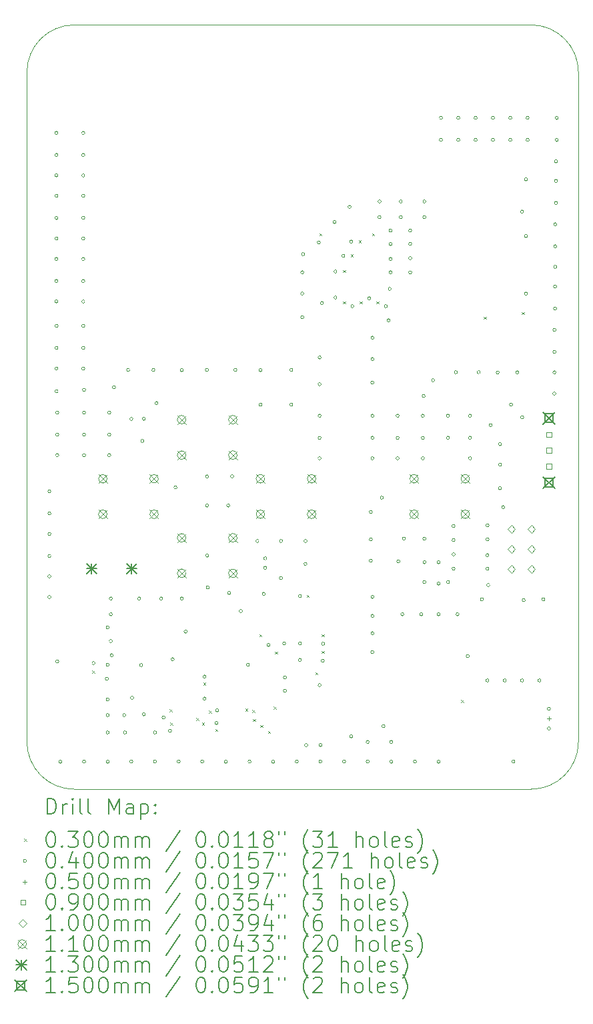
<source format=gbr>
%TF.GenerationSoftware,KiCad,Pcbnew,8.0.0*%
%TF.CreationDate,2024-03-23T15:17:22+01:00*%
%TF.ProjectId,stopwatchy,73746f70-7761-4746-9368-792e6b696361,rev?*%
%TF.SameCoordinates,Original*%
%TF.FileFunction,Drillmap*%
%TF.FilePolarity,Positive*%
%FSLAX45Y45*%
G04 Gerber Fmt 4.5, Leading zero omitted, Abs format (unit mm)*
G04 Created by KiCad (PCBNEW 8.0.0) date 2024-03-23 15:17:22*
%MOMM*%
%LPD*%
G01*
G04 APERTURE LIST*
%ADD10C,0.100000*%
%ADD11C,0.200000*%
%ADD12C,0.110000*%
%ADD13C,0.130000*%
%ADD14C,0.150000*%
G04 APERTURE END LIST*
D10*
X11075000Y-2400000D02*
X16875000Y-2400000D01*
X10475000Y-3000000D02*
X10475000Y-11500000D01*
X10475000Y-3000000D02*
G75*
G02*
X11075000Y-2400000I600000J0D01*
G01*
X11075000Y-12100000D02*
X16875000Y-12100000D01*
X17475000Y-11500000D02*
G75*
G02*
X16875000Y-12100000I-600000J0D01*
G01*
X17475000Y-11500000D02*
X17475000Y-3000000D01*
X16875000Y-2400000D02*
G75*
G02*
X17475000Y-3000000I0J-600000D01*
G01*
X11075000Y-12100000D02*
G75*
G02*
X10475000Y-11500000I0J600000D01*
G01*
D11*
D10*
X11305000Y-10595000D02*
X11335000Y-10625000D01*
X11335000Y-10595000D02*
X11305000Y-10625000D01*
X12285000Y-11085000D02*
X12315000Y-11115000D01*
X12315000Y-11085000D02*
X12285000Y-11115000D01*
X12295000Y-11255000D02*
X12325000Y-11285000D01*
X12325000Y-11255000D02*
X12295000Y-11285000D01*
X12625000Y-11195000D02*
X12655000Y-11225000D01*
X12655000Y-11195000D02*
X12625000Y-11225000D01*
X12695000Y-11255000D02*
X12725000Y-11285000D01*
X12725000Y-11255000D02*
X12695000Y-11285000D01*
X12715000Y-10745000D02*
X12745000Y-10775000D01*
X12745000Y-10745000D02*
X12715000Y-10775000D01*
X12785000Y-11105000D02*
X12815000Y-11135000D01*
X12815000Y-11105000D02*
X12785000Y-11135000D01*
X12865000Y-11335000D02*
X12895000Y-11365000D01*
X12895000Y-11335000D02*
X12865000Y-11365000D01*
X13245000Y-11075050D02*
X13275000Y-11105050D01*
X13275000Y-11075050D02*
X13245000Y-11105050D01*
X13335000Y-11095000D02*
X13365000Y-11125000D01*
X13365000Y-11095000D02*
X13335000Y-11125000D01*
X13345000Y-11210000D02*
X13375000Y-11240000D01*
X13375000Y-11210000D02*
X13345000Y-11240000D01*
X13423750Y-10135000D02*
X13453750Y-10165000D01*
X13453750Y-10135000D02*
X13423750Y-10165000D01*
X13435000Y-11285000D02*
X13465000Y-11315000D01*
X13465000Y-11285000D02*
X13435000Y-11315000D01*
X13535000Y-11360000D02*
X13565000Y-11390000D01*
X13565000Y-11360000D02*
X13535000Y-11390000D01*
X13605000Y-11050050D02*
X13635000Y-11080050D01*
X13635000Y-11050050D02*
X13605000Y-11080050D01*
X13623750Y-10355000D02*
X13653750Y-10385000D01*
X13653750Y-10355000D02*
X13623750Y-10385000D01*
X14025000Y-9635000D02*
X14055000Y-9665000D01*
X14055000Y-9635000D02*
X14025000Y-9665000D01*
X14135000Y-10615000D02*
X14165000Y-10645000D01*
X14165000Y-10615000D02*
X14135000Y-10645000D01*
X14185000Y-5045000D02*
X14215000Y-5075000D01*
X14215000Y-5045000D02*
X14185000Y-5075000D01*
X14215000Y-10135000D02*
X14245000Y-10165000D01*
X14245000Y-10135000D02*
X14215000Y-10165000D01*
X14215000Y-10345000D02*
X14245000Y-10375000D01*
X14245000Y-10345000D02*
X14215000Y-10375000D01*
X14485000Y-5510000D02*
X14515000Y-5540000D01*
X14515000Y-5510000D02*
X14485000Y-5540000D01*
X14485000Y-5910000D02*
X14515000Y-5940000D01*
X14515000Y-5910000D02*
X14485000Y-5940000D01*
X14585000Y-5310000D02*
X14615000Y-5340000D01*
X14615000Y-5310000D02*
X14585000Y-5340000D01*
X14685000Y-5135000D02*
X14715000Y-5165000D01*
X14715000Y-5135000D02*
X14685000Y-5165000D01*
X14697591Y-5909327D02*
X14727591Y-5939327D01*
X14727591Y-5909327D02*
X14697591Y-5939327D01*
X14855000Y-5045000D02*
X14885000Y-5075000D01*
X14885000Y-5045000D02*
X14855000Y-5075000D01*
X14909754Y-5907163D02*
X14939754Y-5937163D01*
X14939754Y-5907163D02*
X14909754Y-5937163D01*
X15985000Y-10967500D02*
X16015000Y-10997500D01*
X16015000Y-10967500D02*
X15985000Y-10997500D01*
X16275000Y-6105000D02*
X16305000Y-6135000D01*
X16305000Y-6105000D02*
X16275000Y-6135000D01*
X16755000Y-6045000D02*
X16785000Y-6075000D01*
X16785000Y-6045000D02*
X16755000Y-6075000D01*
X10780000Y-8320000D02*
G75*
G02*
X10740000Y-8320000I-20000J0D01*
G01*
X10740000Y-8320000D02*
G75*
G02*
X10780000Y-8320000I20000J0D01*
G01*
X10780000Y-8600000D02*
G75*
G02*
X10740000Y-8600000I-20000J0D01*
G01*
X10740000Y-8600000D02*
G75*
G02*
X10780000Y-8600000I20000J0D01*
G01*
X10780000Y-8860000D02*
G75*
G02*
X10740000Y-8860000I-20000J0D01*
G01*
X10740000Y-8860000D02*
G75*
G02*
X10780000Y-8860000I20000J0D01*
G01*
X10780000Y-9140000D02*
G75*
G02*
X10740000Y-9140000I-20000J0D01*
G01*
X10740000Y-9140000D02*
G75*
G02*
X10780000Y-9140000I20000J0D01*
G01*
X10780000Y-9400000D02*
G75*
G02*
X10740000Y-9400000I-20000J0D01*
G01*
X10740000Y-9400000D02*
G75*
G02*
X10780000Y-9400000I20000J0D01*
G01*
X10780000Y-9660000D02*
G75*
G02*
X10740000Y-9660000I-20000J0D01*
G01*
X10740000Y-9660000D02*
G75*
G02*
X10780000Y-9660000I20000J0D01*
G01*
X10870000Y-3770000D02*
G75*
G02*
X10830000Y-3770000I-20000J0D01*
G01*
X10830000Y-3770000D02*
G75*
G02*
X10870000Y-3770000I20000J0D01*
G01*
X10870000Y-4050000D02*
G75*
G02*
X10830000Y-4050000I-20000J0D01*
G01*
X10830000Y-4050000D02*
G75*
G02*
X10870000Y-4050000I20000J0D01*
G01*
X10870000Y-4310000D02*
G75*
G02*
X10830000Y-4310000I-20000J0D01*
G01*
X10830000Y-4310000D02*
G75*
G02*
X10870000Y-4310000I20000J0D01*
G01*
X10870000Y-4570000D02*
G75*
G02*
X10830000Y-4570000I-20000J0D01*
G01*
X10830000Y-4570000D02*
G75*
G02*
X10870000Y-4570000I20000J0D01*
G01*
X10870000Y-4850000D02*
G75*
G02*
X10830000Y-4850000I-20000J0D01*
G01*
X10830000Y-4850000D02*
G75*
G02*
X10870000Y-4850000I20000J0D01*
G01*
X10870000Y-5110000D02*
G75*
G02*
X10830000Y-5110000I-20000J0D01*
G01*
X10830000Y-5110000D02*
G75*
G02*
X10870000Y-5110000I20000J0D01*
G01*
X10870000Y-5370000D02*
G75*
G02*
X10830000Y-5370000I-20000J0D01*
G01*
X10830000Y-5370000D02*
G75*
G02*
X10870000Y-5370000I20000J0D01*
G01*
X10870000Y-5650000D02*
G75*
G02*
X10830000Y-5650000I-20000J0D01*
G01*
X10830000Y-5650000D02*
G75*
G02*
X10870000Y-5650000I20000J0D01*
G01*
X10870000Y-5910000D02*
G75*
G02*
X10830000Y-5910000I-20000J0D01*
G01*
X10830000Y-5910000D02*
G75*
G02*
X10870000Y-5910000I20000J0D01*
G01*
X10870000Y-6220000D02*
G75*
G02*
X10830000Y-6220000I-20000J0D01*
G01*
X10830000Y-6220000D02*
G75*
G02*
X10870000Y-6220000I20000J0D01*
G01*
X10870000Y-6500000D02*
G75*
G02*
X10830000Y-6500000I-20000J0D01*
G01*
X10830000Y-6500000D02*
G75*
G02*
X10870000Y-6500000I20000J0D01*
G01*
X10870000Y-6760000D02*
G75*
G02*
X10830000Y-6760000I-20000J0D01*
G01*
X10830000Y-6760000D02*
G75*
G02*
X10870000Y-6760000I20000J0D01*
G01*
X10870000Y-7050000D02*
G75*
G02*
X10830000Y-7050000I-20000J0D01*
G01*
X10830000Y-7050000D02*
G75*
G02*
X10870000Y-7050000I20000J0D01*
G01*
X10880000Y-7320000D02*
G75*
G02*
X10840000Y-7320000I-20000J0D01*
G01*
X10840000Y-7320000D02*
G75*
G02*
X10880000Y-7320000I20000J0D01*
G01*
X10880000Y-7600000D02*
G75*
G02*
X10840000Y-7600000I-20000J0D01*
G01*
X10840000Y-7600000D02*
G75*
G02*
X10880000Y-7600000I20000J0D01*
G01*
X10880000Y-7860000D02*
G75*
G02*
X10840000Y-7860000I-20000J0D01*
G01*
X10840000Y-7860000D02*
G75*
G02*
X10880000Y-7860000I20000J0D01*
G01*
X10880000Y-10480000D02*
G75*
G02*
X10840000Y-10480000I-20000J0D01*
G01*
X10840000Y-10480000D02*
G75*
G02*
X10880000Y-10480000I20000J0D01*
G01*
X10920000Y-11750000D02*
G75*
G02*
X10880000Y-11750000I-20000J0D01*
G01*
X10880000Y-11750000D02*
G75*
G02*
X10920000Y-11750000I20000J0D01*
G01*
X11210000Y-3770000D02*
G75*
G02*
X11170000Y-3770000I-20000J0D01*
G01*
X11170000Y-3770000D02*
G75*
G02*
X11210000Y-3770000I20000J0D01*
G01*
X11210000Y-4050000D02*
G75*
G02*
X11170000Y-4050000I-20000J0D01*
G01*
X11170000Y-4050000D02*
G75*
G02*
X11210000Y-4050000I20000J0D01*
G01*
X11210000Y-4310000D02*
G75*
G02*
X11170000Y-4310000I-20000J0D01*
G01*
X11170000Y-4310000D02*
G75*
G02*
X11210000Y-4310000I20000J0D01*
G01*
X11210000Y-4570000D02*
G75*
G02*
X11170000Y-4570000I-20000J0D01*
G01*
X11170000Y-4570000D02*
G75*
G02*
X11210000Y-4570000I20000J0D01*
G01*
X11210000Y-4850000D02*
G75*
G02*
X11170000Y-4850000I-20000J0D01*
G01*
X11170000Y-4850000D02*
G75*
G02*
X11210000Y-4850000I20000J0D01*
G01*
X11210000Y-5110000D02*
G75*
G02*
X11170000Y-5110000I-20000J0D01*
G01*
X11170000Y-5110000D02*
G75*
G02*
X11210000Y-5110000I20000J0D01*
G01*
X11210000Y-5370000D02*
G75*
G02*
X11170000Y-5370000I-20000J0D01*
G01*
X11170000Y-5370000D02*
G75*
G02*
X11210000Y-5370000I20000J0D01*
G01*
X11210000Y-5650000D02*
G75*
G02*
X11170000Y-5650000I-20000J0D01*
G01*
X11170000Y-5650000D02*
G75*
G02*
X11210000Y-5650000I20000J0D01*
G01*
X11210000Y-5910000D02*
G75*
G02*
X11170000Y-5910000I-20000J0D01*
G01*
X11170000Y-5910000D02*
G75*
G02*
X11210000Y-5910000I20000J0D01*
G01*
X11210000Y-6220000D02*
G75*
G02*
X11170000Y-6220000I-20000J0D01*
G01*
X11170000Y-6220000D02*
G75*
G02*
X11210000Y-6220000I20000J0D01*
G01*
X11210000Y-6500000D02*
G75*
G02*
X11170000Y-6500000I-20000J0D01*
G01*
X11170000Y-6500000D02*
G75*
G02*
X11210000Y-6500000I20000J0D01*
G01*
X11210000Y-6760000D02*
G75*
G02*
X11170000Y-6760000I-20000J0D01*
G01*
X11170000Y-6760000D02*
G75*
G02*
X11210000Y-6760000I20000J0D01*
G01*
X11220000Y-7030000D02*
G75*
G02*
X11180000Y-7030000I-20000J0D01*
G01*
X11180000Y-7030000D02*
G75*
G02*
X11220000Y-7030000I20000J0D01*
G01*
X11220000Y-7320000D02*
G75*
G02*
X11180000Y-7320000I-20000J0D01*
G01*
X11180000Y-7320000D02*
G75*
G02*
X11220000Y-7320000I20000J0D01*
G01*
X11220000Y-7600000D02*
G75*
G02*
X11180000Y-7600000I-20000J0D01*
G01*
X11180000Y-7600000D02*
G75*
G02*
X11220000Y-7600000I20000J0D01*
G01*
X11220000Y-7860000D02*
G75*
G02*
X11180000Y-7860000I-20000J0D01*
G01*
X11180000Y-7860000D02*
G75*
G02*
X11220000Y-7860000I20000J0D01*
G01*
X11220000Y-11750000D02*
G75*
G02*
X11180000Y-11750000I-20000J0D01*
G01*
X11180000Y-11750000D02*
G75*
G02*
X11220000Y-11750000I20000J0D01*
G01*
X11340000Y-10500000D02*
G75*
G02*
X11300000Y-10500000I-20000J0D01*
G01*
X11300000Y-10500000D02*
G75*
G02*
X11340000Y-10500000I20000J0D01*
G01*
X11510000Y-10700000D02*
G75*
G02*
X11470000Y-10700000I-20000J0D01*
G01*
X11470000Y-10700000D02*
G75*
G02*
X11510000Y-10700000I20000J0D01*
G01*
X11520000Y-10047500D02*
G75*
G02*
X11480000Y-10047500I-20000J0D01*
G01*
X11480000Y-10047500D02*
G75*
G02*
X11520000Y-10047500I20000J0D01*
G01*
X11520000Y-10520000D02*
G75*
G02*
X11480000Y-10520000I-20000J0D01*
G01*
X11480000Y-10520000D02*
G75*
G02*
X11520000Y-10520000I20000J0D01*
G01*
X11520000Y-10960000D02*
G75*
G02*
X11480000Y-10960000I-20000J0D01*
G01*
X11480000Y-10960000D02*
G75*
G02*
X11520000Y-10960000I20000J0D01*
G01*
X11520000Y-11160000D02*
G75*
G02*
X11480000Y-11160000I-20000J0D01*
G01*
X11480000Y-11160000D02*
G75*
G02*
X11520000Y-11160000I20000J0D01*
G01*
X11520000Y-11380000D02*
G75*
G02*
X11480000Y-11380000I-20000J0D01*
G01*
X11480000Y-11380000D02*
G75*
G02*
X11520000Y-11380000I20000J0D01*
G01*
X11520000Y-11750000D02*
G75*
G02*
X11480000Y-11750000I-20000J0D01*
G01*
X11480000Y-11750000D02*
G75*
G02*
X11520000Y-11750000I20000J0D01*
G01*
X11540000Y-7320000D02*
G75*
G02*
X11500000Y-7320000I-20000J0D01*
G01*
X11500000Y-7320000D02*
G75*
G02*
X11540000Y-7320000I20000J0D01*
G01*
X11540000Y-7600000D02*
G75*
G02*
X11500000Y-7600000I-20000J0D01*
G01*
X11500000Y-7600000D02*
G75*
G02*
X11540000Y-7600000I20000J0D01*
G01*
X11540000Y-7860000D02*
G75*
G02*
X11500000Y-7860000I-20000J0D01*
G01*
X11500000Y-7860000D02*
G75*
G02*
X11540000Y-7860000I20000J0D01*
G01*
X11560000Y-9680000D02*
G75*
G02*
X11520000Y-9680000I-20000J0D01*
G01*
X11520000Y-9680000D02*
G75*
G02*
X11560000Y-9680000I20000J0D01*
G01*
X11560000Y-9880000D02*
G75*
G02*
X11520000Y-9880000I-20000J0D01*
G01*
X11520000Y-9880000D02*
G75*
G02*
X11560000Y-9880000I20000J0D01*
G01*
X11560000Y-10220000D02*
G75*
G02*
X11520000Y-10220000I-20000J0D01*
G01*
X11520000Y-10220000D02*
G75*
G02*
X11560000Y-10220000I20000J0D01*
G01*
X11570000Y-10400000D02*
G75*
G02*
X11530000Y-10400000I-20000J0D01*
G01*
X11530000Y-10400000D02*
G75*
G02*
X11570000Y-10400000I20000J0D01*
G01*
X11600000Y-7000000D02*
G75*
G02*
X11560000Y-7000000I-20000J0D01*
G01*
X11560000Y-7000000D02*
G75*
G02*
X11600000Y-7000000I20000J0D01*
G01*
X11730000Y-11160000D02*
G75*
G02*
X11690000Y-11160000I-20000J0D01*
G01*
X11690000Y-11160000D02*
G75*
G02*
X11730000Y-11160000I20000J0D01*
G01*
X11740000Y-11380000D02*
G75*
G02*
X11700000Y-11380000I-20000J0D01*
G01*
X11700000Y-11380000D02*
G75*
G02*
X11740000Y-11380000I20000J0D01*
G01*
X11780000Y-6780000D02*
G75*
G02*
X11740000Y-6780000I-20000J0D01*
G01*
X11740000Y-6780000D02*
G75*
G02*
X11780000Y-6780000I20000J0D01*
G01*
X11820000Y-7400000D02*
G75*
G02*
X11780000Y-7400000I-20000J0D01*
G01*
X11780000Y-7400000D02*
G75*
G02*
X11820000Y-7400000I20000J0D01*
G01*
X11820000Y-11750000D02*
G75*
G02*
X11780000Y-11750000I-20000J0D01*
G01*
X11780000Y-11750000D02*
G75*
G02*
X11820000Y-11750000I20000J0D01*
G01*
X11830000Y-10940000D02*
G75*
G02*
X11790000Y-10940000I-20000J0D01*
G01*
X11790000Y-10940000D02*
G75*
G02*
X11830000Y-10940000I20000J0D01*
G01*
X11920000Y-9680000D02*
G75*
G02*
X11880000Y-9680000I-20000J0D01*
G01*
X11880000Y-9680000D02*
G75*
G02*
X11920000Y-9680000I20000J0D01*
G01*
X11945000Y-10525000D02*
G75*
G02*
X11905000Y-10525000I-20000J0D01*
G01*
X11905000Y-10525000D02*
G75*
G02*
X11945000Y-10525000I20000J0D01*
G01*
X11960000Y-7680000D02*
G75*
G02*
X11920000Y-7680000I-20000J0D01*
G01*
X11920000Y-7680000D02*
G75*
G02*
X11960000Y-7680000I20000J0D01*
G01*
X11980000Y-7400000D02*
G75*
G02*
X11940000Y-7400000I-20000J0D01*
G01*
X11940000Y-7400000D02*
G75*
G02*
X11980000Y-7400000I20000J0D01*
G01*
X11980000Y-11150000D02*
G75*
G02*
X11940000Y-11150000I-20000J0D01*
G01*
X11940000Y-11150000D02*
G75*
G02*
X11980000Y-11150000I20000J0D01*
G01*
X12100000Y-6780000D02*
G75*
G02*
X12060000Y-6780000I-20000J0D01*
G01*
X12060000Y-6780000D02*
G75*
G02*
X12100000Y-6780000I20000J0D01*
G01*
X12120000Y-11380000D02*
G75*
G02*
X12080000Y-11380000I-20000J0D01*
G01*
X12080000Y-11380000D02*
G75*
G02*
X12120000Y-11380000I20000J0D01*
G01*
X12120000Y-11750000D02*
G75*
G02*
X12080000Y-11750000I-20000J0D01*
G01*
X12080000Y-11750000D02*
G75*
G02*
X12120000Y-11750000I20000J0D01*
G01*
X12140000Y-7200000D02*
G75*
G02*
X12100000Y-7200000I-20000J0D01*
G01*
X12100000Y-7200000D02*
G75*
G02*
X12140000Y-7200000I20000J0D01*
G01*
X12200000Y-9680000D02*
G75*
G02*
X12160000Y-9680000I-20000J0D01*
G01*
X12160000Y-9680000D02*
G75*
G02*
X12200000Y-9680000I20000J0D01*
G01*
X12230000Y-11190000D02*
G75*
G02*
X12190000Y-11190000I-20000J0D01*
G01*
X12190000Y-11190000D02*
G75*
G02*
X12230000Y-11190000I20000J0D01*
G01*
X12310000Y-11360000D02*
G75*
G02*
X12270000Y-11360000I-20000J0D01*
G01*
X12270000Y-11360000D02*
G75*
G02*
X12310000Y-11360000I20000J0D01*
G01*
X12345000Y-10450000D02*
G75*
G02*
X12305000Y-10450000I-20000J0D01*
G01*
X12305000Y-10450000D02*
G75*
G02*
X12345000Y-10450000I20000J0D01*
G01*
X12380000Y-8270000D02*
G75*
G02*
X12340000Y-8270000I-20000J0D01*
G01*
X12340000Y-8270000D02*
G75*
G02*
X12380000Y-8270000I20000J0D01*
G01*
X12420000Y-11750000D02*
G75*
G02*
X12380000Y-11750000I-20000J0D01*
G01*
X12380000Y-11750000D02*
G75*
G02*
X12420000Y-11750000I20000J0D01*
G01*
X12460000Y-6780000D02*
G75*
G02*
X12420000Y-6780000I-20000J0D01*
G01*
X12420000Y-6780000D02*
G75*
G02*
X12460000Y-6780000I20000J0D01*
G01*
X12460000Y-9680000D02*
G75*
G02*
X12420000Y-9680000I-20000J0D01*
G01*
X12420000Y-9680000D02*
G75*
G02*
X12460000Y-9680000I20000J0D01*
G01*
X12508750Y-10100000D02*
G75*
G02*
X12468750Y-10100000I-20000J0D01*
G01*
X12468750Y-10100000D02*
G75*
G02*
X12508750Y-10100000I20000J0D01*
G01*
X12720000Y-11750000D02*
G75*
G02*
X12680000Y-11750000I-20000J0D01*
G01*
X12680000Y-11750000D02*
G75*
G02*
X12720000Y-11750000I20000J0D01*
G01*
X12750000Y-10670000D02*
G75*
G02*
X12710000Y-10670000I-20000J0D01*
G01*
X12710000Y-10670000D02*
G75*
G02*
X12750000Y-10670000I20000J0D01*
G01*
X12750000Y-10950000D02*
G75*
G02*
X12710000Y-10950000I-20000J0D01*
G01*
X12710000Y-10950000D02*
G75*
G02*
X12750000Y-10950000I20000J0D01*
G01*
X12780000Y-6780000D02*
G75*
G02*
X12740000Y-6780000I-20000J0D01*
G01*
X12740000Y-6780000D02*
G75*
G02*
X12780000Y-6780000I20000J0D01*
G01*
X12780000Y-8130000D02*
G75*
G02*
X12740000Y-8130000I-20000J0D01*
G01*
X12740000Y-8130000D02*
G75*
G02*
X12780000Y-8130000I20000J0D01*
G01*
X12780000Y-8500000D02*
G75*
G02*
X12740000Y-8500000I-20000J0D01*
G01*
X12740000Y-8500000D02*
G75*
G02*
X12780000Y-8500000I20000J0D01*
G01*
X12783750Y-9135000D02*
G75*
G02*
X12743750Y-9135000I-20000J0D01*
G01*
X12743750Y-9135000D02*
G75*
G02*
X12783750Y-9135000I20000J0D01*
G01*
X12790000Y-9540000D02*
G75*
G02*
X12750000Y-9540000I-20000J0D01*
G01*
X12750000Y-9540000D02*
G75*
G02*
X12790000Y-9540000I20000J0D01*
G01*
X12900000Y-11260000D02*
G75*
G02*
X12860000Y-11260000I-20000J0D01*
G01*
X12860000Y-11260000D02*
G75*
G02*
X12900000Y-11260000I20000J0D01*
G01*
X12910000Y-11100000D02*
G75*
G02*
X12870000Y-11100000I-20000J0D01*
G01*
X12870000Y-11100000D02*
G75*
G02*
X12910000Y-11100000I20000J0D01*
G01*
X13020000Y-11750000D02*
G75*
G02*
X12980000Y-11750000I-20000J0D01*
G01*
X12980000Y-11750000D02*
G75*
G02*
X13020000Y-11750000I20000J0D01*
G01*
X13050000Y-8500000D02*
G75*
G02*
X13010000Y-8500000I-20000J0D01*
G01*
X13010000Y-8500000D02*
G75*
G02*
X13050000Y-8500000I20000J0D01*
G01*
X13060000Y-9610000D02*
G75*
G02*
X13020000Y-9610000I-20000J0D01*
G01*
X13020000Y-9610000D02*
G75*
G02*
X13060000Y-9610000I20000J0D01*
G01*
X13100000Y-8130000D02*
G75*
G02*
X13060000Y-8130000I-20000J0D01*
G01*
X13060000Y-8130000D02*
G75*
G02*
X13100000Y-8130000I20000J0D01*
G01*
X13140000Y-6780000D02*
G75*
G02*
X13100000Y-6780000I-20000J0D01*
G01*
X13100000Y-6780000D02*
G75*
G02*
X13140000Y-6780000I20000J0D01*
G01*
X13210000Y-9840000D02*
G75*
G02*
X13170000Y-9840000I-20000J0D01*
G01*
X13170000Y-9840000D02*
G75*
G02*
X13210000Y-9840000I20000J0D01*
G01*
X13300000Y-10520000D02*
G75*
G02*
X13260000Y-10520000I-20000J0D01*
G01*
X13260000Y-10520000D02*
G75*
G02*
X13300000Y-10520000I20000J0D01*
G01*
X13320000Y-11750000D02*
G75*
G02*
X13280000Y-11750000I-20000J0D01*
G01*
X13280000Y-11750000D02*
G75*
G02*
X13320000Y-11750000I20000J0D01*
G01*
X13420000Y-8950000D02*
G75*
G02*
X13380000Y-8950000I-20000J0D01*
G01*
X13380000Y-8950000D02*
G75*
G02*
X13420000Y-8950000I20000J0D01*
G01*
X13460000Y-6780000D02*
G75*
G02*
X13420000Y-6780000I-20000J0D01*
G01*
X13420000Y-6780000D02*
G75*
G02*
X13460000Y-6780000I20000J0D01*
G01*
X13460000Y-7220000D02*
G75*
G02*
X13420000Y-7220000I-20000J0D01*
G01*
X13420000Y-7220000D02*
G75*
G02*
X13460000Y-7220000I20000J0D01*
G01*
X13500000Y-9620000D02*
G75*
G02*
X13460000Y-9620000I-20000J0D01*
G01*
X13460000Y-9620000D02*
G75*
G02*
X13500000Y-9620000I20000J0D01*
G01*
X13520000Y-9170000D02*
G75*
G02*
X13480000Y-9170000I-20000J0D01*
G01*
X13480000Y-9170000D02*
G75*
G02*
X13520000Y-9170000I20000J0D01*
G01*
X13520000Y-9290000D02*
G75*
G02*
X13480000Y-9290000I-20000J0D01*
G01*
X13480000Y-9290000D02*
G75*
G02*
X13520000Y-9290000I20000J0D01*
G01*
X13560000Y-10270000D02*
G75*
G02*
X13520000Y-10270000I-20000J0D01*
G01*
X13520000Y-10270000D02*
G75*
G02*
X13560000Y-10270000I20000J0D01*
G01*
X13620000Y-11750000D02*
G75*
G02*
X13580000Y-11750000I-20000J0D01*
G01*
X13580000Y-11750000D02*
G75*
G02*
X13620000Y-11750000I20000J0D01*
G01*
X13720000Y-8950000D02*
G75*
G02*
X13680000Y-8950000I-20000J0D01*
G01*
X13680000Y-8950000D02*
G75*
G02*
X13720000Y-8950000I20000J0D01*
G01*
X13720000Y-9420000D02*
G75*
G02*
X13680000Y-9420000I-20000J0D01*
G01*
X13680000Y-9420000D02*
G75*
G02*
X13720000Y-9420000I20000J0D01*
G01*
X13760000Y-10250000D02*
G75*
G02*
X13720000Y-10250000I-20000J0D01*
G01*
X13720000Y-10250000D02*
G75*
G02*
X13760000Y-10250000I20000J0D01*
G01*
X13770000Y-10680000D02*
G75*
G02*
X13730000Y-10680000I-20000J0D01*
G01*
X13730000Y-10680000D02*
G75*
G02*
X13770000Y-10680000I20000J0D01*
G01*
X13770000Y-10850000D02*
G75*
G02*
X13730000Y-10850000I-20000J0D01*
G01*
X13730000Y-10850000D02*
G75*
G02*
X13770000Y-10850000I20000J0D01*
G01*
X13850000Y-6780000D02*
G75*
G02*
X13810000Y-6780000I-20000J0D01*
G01*
X13810000Y-6780000D02*
G75*
G02*
X13850000Y-6780000I20000J0D01*
G01*
X13850000Y-7220000D02*
G75*
G02*
X13810000Y-7220000I-20000J0D01*
G01*
X13810000Y-7220000D02*
G75*
G02*
X13850000Y-7220000I20000J0D01*
G01*
X13920000Y-11750000D02*
G75*
G02*
X13880000Y-11750000I-20000J0D01*
G01*
X13880000Y-11750000D02*
G75*
G02*
X13920000Y-11750000I20000J0D01*
G01*
X13960000Y-9650000D02*
G75*
G02*
X13920000Y-9650000I-20000J0D01*
G01*
X13920000Y-9650000D02*
G75*
G02*
X13960000Y-9650000I20000J0D01*
G01*
X13960000Y-10250000D02*
G75*
G02*
X13920000Y-10250000I-20000J0D01*
G01*
X13920000Y-10250000D02*
G75*
G02*
X13960000Y-10250000I20000J0D01*
G01*
X13960000Y-10460000D02*
G75*
G02*
X13920000Y-10460000I-20000J0D01*
G01*
X13920000Y-10460000D02*
G75*
G02*
X13960000Y-10460000I20000J0D01*
G01*
X13990000Y-5540000D02*
G75*
G02*
X13950000Y-5540000I-20000J0D01*
G01*
X13950000Y-5540000D02*
G75*
G02*
X13990000Y-5540000I20000J0D01*
G01*
X13990000Y-5810000D02*
G75*
G02*
X13950000Y-5810000I-20000J0D01*
G01*
X13950000Y-5810000D02*
G75*
G02*
X13990000Y-5810000I20000J0D01*
G01*
X13990000Y-6110000D02*
G75*
G02*
X13950000Y-6110000I-20000J0D01*
G01*
X13950000Y-6110000D02*
G75*
G02*
X13990000Y-6110000I20000J0D01*
G01*
X14000000Y-5310000D02*
G75*
G02*
X13960000Y-5310000I-20000J0D01*
G01*
X13960000Y-5310000D02*
G75*
G02*
X14000000Y-5310000I20000J0D01*
G01*
X14030000Y-8950000D02*
G75*
G02*
X13990000Y-8950000I-20000J0D01*
G01*
X13990000Y-8950000D02*
G75*
G02*
X14030000Y-8950000I20000J0D01*
G01*
X14030000Y-9240000D02*
G75*
G02*
X13990000Y-9240000I-20000J0D01*
G01*
X13990000Y-9240000D02*
G75*
G02*
X14030000Y-9240000I20000J0D01*
G01*
X14040000Y-11540000D02*
G75*
G02*
X14000000Y-11540000I-20000J0D01*
G01*
X14000000Y-11540000D02*
G75*
G02*
X14040000Y-11540000I20000J0D01*
G01*
X14200000Y-5160000D02*
G75*
G02*
X14160000Y-5160000I-20000J0D01*
G01*
X14160000Y-5160000D02*
G75*
G02*
X14200000Y-5160000I20000J0D01*
G01*
X14210000Y-6620000D02*
G75*
G02*
X14170000Y-6620000I-20000J0D01*
G01*
X14170000Y-6620000D02*
G75*
G02*
X14210000Y-6620000I20000J0D01*
G01*
X14210000Y-6960000D02*
G75*
G02*
X14170000Y-6960000I-20000J0D01*
G01*
X14170000Y-6960000D02*
G75*
G02*
X14210000Y-6960000I20000J0D01*
G01*
X14210000Y-7360000D02*
G75*
G02*
X14170000Y-7360000I-20000J0D01*
G01*
X14170000Y-7360000D02*
G75*
G02*
X14210000Y-7360000I20000J0D01*
G01*
X14210000Y-7640000D02*
G75*
G02*
X14170000Y-7640000I-20000J0D01*
G01*
X14170000Y-7640000D02*
G75*
G02*
X14210000Y-7640000I20000J0D01*
G01*
X14210000Y-7900000D02*
G75*
G02*
X14170000Y-7900000I-20000J0D01*
G01*
X14170000Y-7900000D02*
G75*
G02*
X14210000Y-7900000I20000J0D01*
G01*
X14210000Y-10780000D02*
G75*
G02*
X14170000Y-10780000I-20000J0D01*
G01*
X14170000Y-10780000D02*
G75*
G02*
X14210000Y-10780000I20000J0D01*
G01*
X14220000Y-11540000D02*
G75*
G02*
X14180000Y-11540000I-20000J0D01*
G01*
X14180000Y-11540000D02*
G75*
G02*
X14220000Y-11540000I20000J0D01*
G01*
X14220000Y-11750000D02*
G75*
G02*
X14180000Y-11750000I-20000J0D01*
G01*
X14180000Y-11750000D02*
G75*
G02*
X14220000Y-11750000I20000J0D01*
G01*
X14240000Y-5930000D02*
G75*
G02*
X14200000Y-5930000I-20000J0D01*
G01*
X14200000Y-5930000D02*
G75*
G02*
X14240000Y-5930000I20000J0D01*
G01*
X14250000Y-10470000D02*
G75*
G02*
X14210000Y-10470000I-20000J0D01*
G01*
X14210000Y-10470000D02*
G75*
G02*
X14250000Y-10470000I20000J0D01*
G01*
X14253986Y-10254514D02*
G75*
G02*
X14213986Y-10254514I-20000J0D01*
G01*
X14213986Y-10254514D02*
G75*
G02*
X14253986Y-10254514I20000J0D01*
G01*
X14399081Y-4900919D02*
G75*
G02*
X14359081Y-4900919I-20000J0D01*
G01*
X14359081Y-4900919D02*
G75*
G02*
X14399081Y-4900919I20000J0D01*
G01*
X14410000Y-5530000D02*
G75*
G02*
X14370000Y-5530000I-20000J0D01*
G01*
X14370000Y-5530000D02*
G75*
G02*
X14410000Y-5530000I20000J0D01*
G01*
X14410000Y-5860000D02*
G75*
G02*
X14370000Y-5860000I-20000J0D01*
G01*
X14370000Y-5860000D02*
G75*
G02*
X14410000Y-5860000I20000J0D01*
G01*
X14510000Y-5330000D02*
G75*
G02*
X14470000Y-5330000I-20000J0D01*
G01*
X14470000Y-5330000D02*
G75*
G02*
X14510000Y-5330000I20000J0D01*
G01*
X14520000Y-11750000D02*
G75*
G02*
X14480000Y-11750000I-20000J0D01*
G01*
X14480000Y-11750000D02*
G75*
G02*
X14520000Y-11750000I20000J0D01*
G01*
X14590000Y-4710000D02*
G75*
G02*
X14550000Y-4710000I-20000J0D01*
G01*
X14550000Y-4710000D02*
G75*
G02*
X14590000Y-4710000I20000J0D01*
G01*
X14610000Y-5150000D02*
G75*
G02*
X14570000Y-5150000I-20000J0D01*
G01*
X14570000Y-5150000D02*
G75*
G02*
X14610000Y-5150000I20000J0D01*
G01*
X14610000Y-11430000D02*
G75*
G02*
X14570000Y-11430000I-20000J0D01*
G01*
X14570000Y-11430000D02*
G75*
G02*
X14610000Y-11430000I20000J0D01*
G01*
X14625380Y-5970000D02*
G75*
G02*
X14585380Y-5970000I-20000J0D01*
G01*
X14585380Y-5970000D02*
G75*
G02*
X14625380Y-5970000I20000J0D01*
G01*
X14820000Y-11500000D02*
G75*
G02*
X14780000Y-11500000I-20000J0D01*
G01*
X14780000Y-11500000D02*
G75*
G02*
X14820000Y-11500000I20000J0D01*
G01*
X14820000Y-11750000D02*
G75*
G02*
X14780000Y-11750000I-20000J0D01*
G01*
X14780000Y-11750000D02*
G75*
G02*
X14820000Y-11750000I20000J0D01*
G01*
X14838961Y-5870000D02*
G75*
G02*
X14798961Y-5870000I-20000J0D01*
G01*
X14798961Y-5870000D02*
G75*
G02*
X14838961Y-5870000I20000J0D01*
G01*
X14860000Y-8580000D02*
G75*
G02*
X14820000Y-8580000I-20000J0D01*
G01*
X14820000Y-8580000D02*
G75*
G02*
X14860000Y-8580000I20000J0D01*
G01*
X14860000Y-8930000D02*
G75*
G02*
X14820000Y-8930000I-20000J0D01*
G01*
X14820000Y-8930000D02*
G75*
G02*
X14860000Y-8930000I20000J0D01*
G01*
X14860000Y-9200000D02*
G75*
G02*
X14820000Y-9200000I-20000J0D01*
G01*
X14820000Y-9200000D02*
G75*
G02*
X14860000Y-9200000I20000J0D01*
G01*
X14880000Y-6370000D02*
G75*
G02*
X14840000Y-6370000I-20000J0D01*
G01*
X14840000Y-6370000D02*
G75*
G02*
X14880000Y-6370000I20000J0D01*
G01*
X14880000Y-6640000D02*
G75*
G02*
X14840000Y-6640000I-20000J0D01*
G01*
X14840000Y-6640000D02*
G75*
G02*
X14880000Y-6640000I20000J0D01*
G01*
X14880000Y-6940000D02*
G75*
G02*
X14840000Y-6940000I-20000J0D01*
G01*
X14840000Y-6940000D02*
G75*
G02*
X14880000Y-6940000I20000J0D01*
G01*
X14880000Y-7360000D02*
G75*
G02*
X14840000Y-7360000I-20000J0D01*
G01*
X14840000Y-7360000D02*
G75*
G02*
X14880000Y-7360000I20000J0D01*
G01*
X14880000Y-7640000D02*
G75*
G02*
X14840000Y-7640000I-20000J0D01*
G01*
X14840000Y-7640000D02*
G75*
G02*
X14880000Y-7640000I20000J0D01*
G01*
X14880000Y-7900000D02*
G75*
G02*
X14840000Y-7900000I-20000J0D01*
G01*
X14840000Y-7900000D02*
G75*
G02*
X14880000Y-7900000I20000J0D01*
G01*
X14880000Y-9660000D02*
G75*
G02*
X14840000Y-9660000I-20000J0D01*
G01*
X14840000Y-9660000D02*
G75*
G02*
X14880000Y-9660000I20000J0D01*
G01*
X14880000Y-9900000D02*
G75*
G02*
X14840000Y-9900000I-20000J0D01*
G01*
X14840000Y-9900000D02*
G75*
G02*
X14880000Y-9900000I20000J0D01*
G01*
X14880000Y-10120000D02*
G75*
G02*
X14840000Y-10120000I-20000J0D01*
G01*
X14840000Y-10120000D02*
G75*
G02*
X14880000Y-10120000I20000J0D01*
G01*
X14880000Y-10360000D02*
G75*
G02*
X14840000Y-10360000I-20000J0D01*
G01*
X14840000Y-10360000D02*
G75*
G02*
X14880000Y-10360000I20000J0D01*
G01*
X14970000Y-4640000D02*
G75*
G02*
X14930000Y-4640000I-20000J0D01*
G01*
X14930000Y-4640000D02*
G75*
G02*
X14970000Y-4640000I20000J0D01*
G01*
X14970000Y-4840000D02*
G75*
G02*
X14930000Y-4840000I-20000J0D01*
G01*
X14930000Y-4840000D02*
G75*
G02*
X14970000Y-4840000I20000J0D01*
G01*
X15000000Y-8400000D02*
G75*
G02*
X14960000Y-8400000I-20000J0D01*
G01*
X14960000Y-8400000D02*
G75*
G02*
X15000000Y-8400000I20000J0D01*
G01*
X15020000Y-11300000D02*
G75*
G02*
X14980000Y-11300000I-20000J0D01*
G01*
X14980000Y-11300000D02*
G75*
G02*
X15020000Y-11300000I20000J0D01*
G01*
X15050000Y-5970000D02*
G75*
G02*
X15010000Y-5970000I-20000J0D01*
G01*
X15010000Y-5970000D02*
G75*
G02*
X15050000Y-5970000I20000J0D01*
G01*
X15085061Y-6150797D02*
G75*
G02*
X15045061Y-6150797I-20000J0D01*
G01*
X15045061Y-6150797D02*
G75*
G02*
X15085061Y-6150797I20000J0D01*
G01*
X15100000Y-5750000D02*
G75*
G02*
X15060000Y-5750000I-20000J0D01*
G01*
X15060000Y-5750000D02*
G75*
G02*
X15100000Y-5750000I20000J0D01*
G01*
X15110000Y-5010000D02*
G75*
G02*
X15070000Y-5010000I-20000J0D01*
G01*
X15070000Y-5010000D02*
G75*
G02*
X15110000Y-5010000I20000J0D01*
G01*
X15110000Y-5180000D02*
G75*
G02*
X15070000Y-5180000I-20000J0D01*
G01*
X15070000Y-5180000D02*
G75*
G02*
X15110000Y-5180000I20000J0D01*
G01*
X15110000Y-5370000D02*
G75*
G02*
X15070000Y-5370000I-20000J0D01*
G01*
X15070000Y-5370000D02*
G75*
G02*
X15110000Y-5370000I20000J0D01*
G01*
X15110000Y-5540000D02*
G75*
G02*
X15070000Y-5540000I-20000J0D01*
G01*
X15070000Y-5540000D02*
G75*
G02*
X15110000Y-5540000I20000J0D01*
G01*
X15120000Y-11500000D02*
G75*
G02*
X15080000Y-11500000I-20000J0D01*
G01*
X15080000Y-11500000D02*
G75*
G02*
X15120000Y-11500000I20000J0D01*
G01*
X15120000Y-11750000D02*
G75*
G02*
X15080000Y-11750000I-20000J0D01*
G01*
X15080000Y-11750000D02*
G75*
G02*
X15120000Y-11750000I20000J0D01*
G01*
X15200000Y-7360000D02*
G75*
G02*
X15160000Y-7360000I-20000J0D01*
G01*
X15160000Y-7360000D02*
G75*
G02*
X15200000Y-7360000I20000J0D01*
G01*
X15200000Y-7640000D02*
G75*
G02*
X15160000Y-7640000I-20000J0D01*
G01*
X15160000Y-7640000D02*
G75*
G02*
X15200000Y-7640000I20000J0D01*
G01*
X15200000Y-7900000D02*
G75*
G02*
X15160000Y-7900000I-20000J0D01*
G01*
X15160000Y-7900000D02*
G75*
G02*
X15200000Y-7900000I20000J0D01*
G01*
X15210000Y-9210000D02*
G75*
G02*
X15170000Y-9210000I-20000J0D01*
G01*
X15170000Y-9210000D02*
G75*
G02*
X15210000Y-9210000I20000J0D01*
G01*
X15240000Y-4640000D02*
G75*
G02*
X15200000Y-4640000I-20000J0D01*
G01*
X15200000Y-4640000D02*
G75*
G02*
X15240000Y-4640000I20000J0D01*
G01*
X15240000Y-4840000D02*
G75*
G02*
X15200000Y-4840000I-20000J0D01*
G01*
X15200000Y-4840000D02*
G75*
G02*
X15240000Y-4840000I20000J0D01*
G01*
X15260000Y-9880000D02*
G75*
G02*
X15220000Y-9880000I-20000J0D01*
G01*
X15220000Y-9880000D02*
G75*
G02*
X15260000Y-9880000I20000J0D01*
G01*
X15280000Y-8920000D02*
G75*
G02*
X15240000Y-8920000I-20000J0D01*
G01*
X15240000Y-8920000D02*
G75*
G02*
X15280000Y-8920000I20000J0D01*
G01*
X15360000Y-5010000D02*
G75*
G02*
X15320000Y-5010000I-20000J0D01*
G01*
X15320000Y-5010000D02*
G75*
G02*
X15360000Y-5010000I20000J0D01*
G01*
X15360000Y-5180000D02*
G75*
G02*
X15320000Y-5180000I-20000J0D01*
G01*
X15320000Y-5180000D02*
G75*
G02*
X15360000Y-5180000I20000J0D01*
G01*
X15360000Y-5360000D02*
G75*
G02*
X15320000Y-5360000I-20000J0D01*
G01*
X15320000Y-5360000D02*
G75*
G02*
X15360000Y-5360000I20000J0D01*
G01*
X15360000Y-5540000D02*
G75*
G02*
X15320000Y-5540000I-20000J0D01*
G01*
X15320000Y-5540000D02*
G75*
G02*
X15360000Y-5540000I20000J0D01*
G01*
X15420000Y-11750000D02*
G75*
G02*
X15380000Y-11750000I-20000J0D01*
G01*
X15380000Y-11750000D02*
G75*
G02*
X15420000Y-11750000I20000J0D01*
G01*
X15500000Y-9880000D02*
G75*
G02*
X15460000Y-9880000I-20000J0D01*
G01*
X15460000Y-9880000D02*
G75*
G02*
X15500000Y-9880000I20000J0D01*
G01*
X15520000Y-7360000D02*
G75*
G02*
X15480000Y-7360000I-20000J0D01*
G01*
X15480000Y-7360000D02*
G75*
G02*
X15520000Y-7360000I20000J0D01*
G01*
X15520000Y-7640000D02*
G75*
G02*
X15480000Y-7640000I-20000J0D01*
G01*
X15480000Y-7640000D02*
G75*
G02*
X15520000Y-7640000I20000J0D01*
G01*
X15520000Y-7900000D02*
G75*
G02*
X15480000Y-7900000I-20000J0D01*
G01*
X15480000Y-7900000D02*
G75*
G02*
X15520000Y-7900000I20000J0D01*
G01*
X15530000Y-7110000D02*
G75*
G02*
X15490000Y-7110000I-20000J0D01*
G01*
X15490000Y-7110000D02*
G75*
G02*
X15530000Y-7110000I20000J0D01*
G01*
X15540000Y-4640000D02*
G75*
G02*
X15500000Y-4640000I-20000J0D01*
G01*
X15500000Y-4640000D02*
G75*
G02*
X15540000Y-4640000I20000J0D01*
G01*
X15540000Y-4840000D02*
G75*
G02*
X15500000Y-4840000I-20000J0D01*
G01*
X15500000Y-4840000D02*
G75*
G02*
X15540000Y-4840000I20000J0D01*
G01*
X15540000Y-8920000D02*
G75*
G02*
X15500000Y-8920000I-20000J0D01*
G01*
X15500000Y-8920000D02*
G75*
G02*
X15540000Y-8920000I20000J0D01*
G01*
X15540000Y-9220000D02*
G75*
G02*
X15500000Y-9220000I-20000J0D01*
G01*
X15500000Y-9220000D02*
G75*
G02*
X15540000Y-9220000I20000J0D01*
G01*
X15540000Y-9470000D02*
G75*
G02*
X15500000Y-9470000I-20000J0D01*
G01*
X15500000Y-9470000D02*
G75*
G02*
X15540000Y-9470000I20000J0D01*
G01*
X15650000Y-6910000D02*
G75*
G02*
X15610000Y-6910000I-20000J0D01*
G01*
X15610000Y-6910000D02*
G75*
G02*
X15650000Y-6910000I20000J0D01*
G01*
X15720000Y-9220000D02*
G75*
G02*
X15680000Y-9220000I-20000J0D01*
G01*
X15680000Y-9220000D02*
G75*
G02*
X15720000Y-9220000I20000J0D01*
G01*
X15720000Y-9490000D02*
G75*
G02*
X15680000Y-9490000I-20000J0D01*
G01*
X15680000Y-9490000D02*
G75*
G02*
X15720000Y-9490000I20000J0D01*
G01*
X15720000Y-9880000D02*
G75*
G02*
X15680000Y-9880000I-20000J0D01*
G01*
X15680000Y-9880000D02*
G75*
G02*
X15720000Y-9880000I20000J0D01*
G01*
X15720000Y-11750000D02*
G75*
G02*
X15680000Y-11750000I-20000J0D01*
G01*
X15680000Y-11750000D02*
G75*
G02*
X15720000Y-11750000I20000J0D01*
G01*
X15750000Y-3580000D02*
G75*
G02*
X15710000Y-3580000I-20000J0D01*
G01*
X15710000Y-3580000D02*
G75*
G02*
X15750000Y-3580000I20000J0D01*
G01*
X15750000Y-3860000D02*
G75*
G02*
X15710000Y-3860000I-20000J0D01*
G01*
X15710000Y-3860000D02*
G75*
G02*
X15750000Y-3860000I20000J0D01*
G01*
X15840000Y-7360000D02*
G75*
G02*
X15800000Y-7360000I-20000J0D01*
G01*
X15800000Y-7360000D02*
G75*
G02*
X15840000Y-7360000I20000J0D01*
G01*
X15840000Y-7640000D02*
G75*
G02*
X15800000Y-7640000I-20000J0D01*
G01*
X15800000Y-7640000D02*
G75*
G02*
X15840000Y-7640000I20000J0D01*
G01*
X15840000Y-9470000D02*
G75*
G02*
X15800000Y-9470000I-20000J0D01*
G01*
X15800000Y-9470000D02*
G75*
G02*
X15840000Y-9470000I20000J0D01*
G01*
X15910000Y-8760000D02*
G75*
G02*
X15870000Y-8760000I-20000J0D01*
G01*
X15870000Y-8760000D02*
G75*
G02*
X15910000Y-8760000I20000J0D01*
G01*
X15910000Y-8940000D02*
G75*
G02*
X15870000Y-8940000I-20000J0D01*
G01*
X15870000Y-8940000D02*
G75*
G02*
X15910000Y-8940000I20000J0D01*
G01*
X15910000Y-9120000D02*
G75*
G02*
X15870000Y-9120000I-20000J0D01*
G01*
X15870000Y-9120000D02*
G75*
G02*
X15910000Y-9120000I20000J0D01*
G01*
X15910000Y-9300000D02*
G75*
G02*
X15870000Y-9300000I-20000J0D01*
G01*
X15870000Y-9300000D02*
G75*
G02*
X15910000Y-9300000I20000J0D01*
G01*
X15939474Y-6808114D02*
G75*
G02*
X15899474Y-6808114I-20000J0D01*
G01*
X15899474Y-6808114D02*
G75*
G02*
X15939474Y-6808114I20000J0D01*
G01*
X15960000Y-9880000D02*
G75*
G02*
X15920000Y-9880000I-20000J0D01*
G01*
X15920000Y-9880000D02*
G75*
G02*
X15960000Y-9880000I20000J0D01*
G01*
X15970000Y-3580000D02*
G75*
G02*
X15930000Y-3580000I-20000J0D01*
G01*
X15930000Y-3580000D02*
G75*
G02*
X15970000Y-3580000I20000J0D01*
G01*
X15970000Y-3860000D02*
G75*
G02*
X15930000Y-3860000I-20000J0D01*
G01*
X15930000Y-3860000D02*
G75*
G02*
X15970000Y-3860000I20000J0D01*
G01*
X16090000Y-10410000D02*
G75*
G02*
X16050000Y-10410000I-20000J0D01*
G01*
X16050000Y-10410000D02*
G75*
G02*
X16090000Y-10410000I20000J0D01*
G01*
X16120000Y-7360000D02*
G75*
G02*
X16080000Y-7360000I-20000J0D01*
G01*
X16080000Y-7360000D02*
G75*
G02*
X16120000Y-7360000I20000J0D01*
G01*
X16120000Y-7640000D02*
G75*
G02*
X16080000Y-7640000I-20000J0D01*
G01*
X16080000Y-7640000D02*
G75*
G02*
X16120000Y-7640000I20000J0D01*
G01*
X16120000Y-7900000D02*
G75*
G02*
X16080000Y-7900000I-20000J0D01*
G01*
X16080000Y-7900000D02*
G75*
G02*
X16120000Y-7900000I20000J0D01*
G01*
X16190000Y-3580000D02*
G75*
G02*
X16150000Y-3580000I-20000J0D01*
G01*
X16150000Y-3580000D02*
G75*
G02*
X16190000Y-3580000I20000J0D01*
G01*
X16190000Y-3860000D02*
G75*
G02*
X16150000Y-3860000I-20000J0D01*
G01*
X16150000Y-3860000D02*
G75*
G02*
X16190000Y-3860000I20000J0D01*
G01*
X16228338Y-6808114D02*
G75*
G02*
X16188338Y-6808114I-20000J0D01*
G01*
X16188338Y-6808114D02*
G75*
G02*
X16228338Y-6808114I20000J0D01*
G01*
X16270000Y-9690000D02*
G75*
G02*
X16230000Y-9690000I-20000J0D01*
G01*
X16230000Y-9690000D02*
G75*
G02*
X16270000Y-9690000I20000J0D01*
G01*
X16340000Y-8750000D02*
G75*
G02*
X16300000Y-8750000I-20000J0D01*
G01*
X16300000Y-8750000D02*
G75*
G02*
X16340000Y-8750000I20000J0D01*
G01*
X16340000Y-8930000D02*
G75*
G02*
X16300000Y-8930000I-20000J0D01*
G01*
X16300000Y-8930000D02*
G75*
G02*
X16340000Y-8930000I20000J0D01*
G01*
X16340000Y-9130000D02*
G75*
G02*
X16300000Y-9130000I-20000J0D01*
G01*
X16300000Y-9130000D02*
G75*
G02*
X16340000Y-9130000I20000J0D01*
G01*
X16340000Y-9300000D02*
G75*
G02*
X16300000Y-9300000I-20000J0D01*
G01*
X16300000Y-9300000D02*
G75*
G02*
X16340000Y-9300000I20000J0D01*
G01*
X16340000Y-10720000D02*
G75*
G02*
X16300000Y-10720000I-20000J0D01*
G01*
X16300000Y-10720000D02*
G75*
G02*
X16340000Y-10720000I20000J0D01*
G01*
X16350000Y-9510000D02*
G75*
G02*
X16310000Y-9510000I-20000J0D01*
G01*
X16310000Y-9510000D02*
G75*
G02*
X16350000Y-9510000I20000J0D01*
G01*
X16380000Y-7480000D02*
G75*
G02*
X16340000Y-7480000I-20000J0D01*
G01*
X16340000Y-7480000D02*
G75*
G02*
X16380000Y-7480000I20000J0D01*
G01*
X16410000Y-3580000D02*
G75*
G02*
X16370000Y-3580000I-20000J0D01*
G01*
X16370000Y-3580000D02*
G75*
G02*
X16410000Y-3580000I20000J0D01*
G01*
X16410000Y-3860000D02*
G75*
G02*
X16370000Y-3860000I-20000J0D01*
G01*
X16370000Y-3860000D02*
G75*
G02*
X16410000Y-3860000I20000J0D01*
G01*
X16470000Y-6810000D02*
G75*
G02*
X16430000Y-6810000I-20000J0D01*
G01*
X16430000Y-6810000D02*
G75*
G02*
X16470000Y-6810000I20000J0D01*
G01*
X16500000Y-7720000D02*
G75*
G02*
X16460000Y-7720000I-20000J0D01*
G01*
X16460000Y-7720000D02*
G75*
G02*
X16500000Y-7720000I20000J0D01*
G01*
X16500000Y-7980000D02*
G75*
G02*
X16460000Y-7980000I-20000J0D01*
G01*
X16460000Y-7980000D02*
G75*
G02*
X16500000Y-7980000I20000J0D01*
G01*
X16500000Y-8280000D02*
G75*
G02*
X16460000Y-8280000I-20000J0D01*
G01*
X16460000Y-8280000D02*
G75*
G02*
X16500000Y-8280000I20000J0D01*
G01*
X16540000Y-8520000D02*
G75*
G02*
X16500000Y-8520000I-20000J0D01*
G01*
X16500000Y-8520000D02*
G75*
G02*
X16540000Y-8520000I20000J0D01*
G01*
X16560000Y-10720000D02*
G75*
G02*
X16520000Y-10720000I-20000J0D01*
G01*
X16520000Y-10720000D02*
G75*
G02*
X16560000Y-10720000I20000J0D01*
G01*
X16630000Y-3580000D02*
G75*
G02*
X16590000Y-3580000I-20000J0D01*
G01*
X16590000Y-3580000D02*
G75*
G02*
X16630000Y-3580000I20000J0D01*
G01*
X16630000Y-3860000D02*
G75*
G02*
X16590000Y-3860000I-20000J0D01*
G01*
X16590000Y-3860000D02*
G75*
G02*
X16630000Y-3860000I20000J0D01*
G01*
X16640000Y-7220000D02*
G75*
G02*
X16600000Y-7220000I-20000J0D01*
G01*
X16600000Y-7220000D02*
G75*
G02*
X16640000Y-7220000I20000J0D01*
G01*
X16670000Y-11750000D02*
G75*
G02*
X16630000Y-11750000I-20000J0D01*
G01*
X16630000Y-11750000D02*
G75*
G02*
X16670000Y-11750000I20000J0D01*
G01*
X16720000Y-6810000D02*
G75*
G02*
X16680000Y-6810000I-20000J0D01*
G01*
X16680000Y-6810000D02*
G75*
G02*
X16720000Y-6810000I20000J0D01*
G01*
X16780000Y-4770000D02*
G75*
G02*
X16740000Y-4770000I-20000J0D01*
G01*
X16740000Y-4770000D02*
G75*
G02*
X16780000Y-4770000I20000J0D01*
G01*
X16780000Y-7380000D02*
G75*
G02*
X16740000Y-7380000I-20000J0D01*
G01*
X16740000Y-7380000D02*
G75*
G02*
X16780000Y-7380000I20000J0D01*
G01*
X16780000Y-10720000D02*
G75*
G02*
X16740000Y-10720000I-20000J0D01*
G01*
X16740000Y-10720000D02*
G75*
G02*
X16780000Y-10720000I20000J0D01*
G01*
X16800000Y-9700000D02*
G75*
G02*
X16760000Y-9700000I-20000J0D01*
G01*
X16760000Y-9700000D02*
G75*
G02*
X16800000Y-9700000I20000J0D01*
G01*
X16830000Y-4360000D02*
G75*
G02*
X16790000Y-4360000I-20000J0D01*
G01*
X16790000Y-4360000D02*
G75*
G02*
X16830000Y-4360000I20000J0D01*
G01*
X16830000Y-5080000D02*
G75*
G02*
X16790000Y-5080000I-20000J0D01*
G01*
X16790000Y-5080000D02*
G75*
G02*
X16830000Y-5080000I20000J0D01*
G01*
X16830000Y-5810000D02*
G75*
G02*
X16790000Y-5810000I-20000J0D01*
G01*
X16790000Y-5810000D02*
G75*
G02*
X16830000Y-5810000I20000J0D01*
G01*
X16850000Y-3580000D02*
G75*
G02*
X16810000Y-3580000I-20000J0D01*
G01*
X16810000Y-3580000D02*
G75*
G02*
X16850000Y-3580000I20000J0D01*
G01*
X16850000Y-3860000D02*
G75*
G02*
X16810000Y-3860000I-20000J0D01*
G01*
X16810000Y-3860000D02*
G75*
G02*
X16850000Y-3860000I20000J0D01*
G01*
X17000000Y-10720000D02*
G75*
G02*
X16960000Y-10720000I-20000J0D01*
G01*
X16960000Y-10720000D02*
G75*
G02*
X17000000Y-10720000I20000J0D01*
G01*
X17050000Y-9690000D02*
G75*
G02*
X17010000Y-9690000I-20000J0D01*
G01*
X17010000Y-9690000D02*
G75*
G02*
X17050000Y-9690000I20000J0D01*
G01*
X17120000Y-11080000D02*
G75*
G02*
X17080000Y-11080000I-20000J0D01*
G01*
X17080000Y-11080000D02*
G75*
G02*
X17120000Y-11080000I20000J0D01*
G01*
X17120000Y-11330000D02*
G75*
G02*
X17080000Y-11330000I-20000J0D01*
G01*
X17080000Y-11330000D02*
G75*
G02*
X17120000Y-11330000I20000J0D01*
G01*
X17190000Y-6270000D02*
G75*
G02*
X17150000Y-6270000I-20000J0D01*
G01*
X17150000Y-6270000D02*
G75*
G02*
X17190000Y-6270000I20000J0D01*
G01*
X17190000Y-6550000D02*
G75*
G02*
X17150000Y-6550000I-20000J0D01*
G01*
X17150000Y-6550000D02*
G75*
G02*
X17190000Y-6550000I20000J0D01*
G01*
X17190000Y-6810000D02*
G75*
G02*
X17150000Y-6810000I-20000J0D01*
G01*
X17150000Y-6810000D02*
G75*
G02*
X17190000Y-6810000I20000J0D01*
G01*
X17190000Y-7080000D02*
G75*
G02*
X17150000Y-7080000I-20000J0D01*
G01*
X17150000Y-7080000D02*
G75*
G02*
X17190000Y-7080000I20000J0D01*
G01*
X17200000Y-4930000D02*
G75*
G02*
X17160000Y-4930000I-20000J0D01*
G01*
X17160000Y-4930000D02*
G75*
G02*
X17200000Y-4930000I20000J0D01*
G01*
X17200000Y-5210000D02*
G75*
G02*
X17160000Y-5210000I-20000J0D01*
G01*
X17160000Y-5210000D02*
G75*
G02*
X17200000Y-5210000I20000J0D01*
G01*
X17200000Y-5470000D02*
G75*
G02*
X17160000Y-5470000I-20000J0D01*
G01*
X17160000Y-5470000D02*
G75*
G02*
X17200000Y-5470000I20000J0D01*
G01*
X17200000Y-5720000D02*
G75*
G02*
X17160000Y-5720000I-20000J0D01*
G01*
X17160000Y-5720000D02*
G75*
G02*
X17200000Y-5720000I20000J0D01*
G01*
X17200000Y-6000000D02*
G75*
G02*
X17160000Y-6000000I-20000J0D01*
G01*
X17160000Y-6000000D02*
G75*
G02*
X17200000Y-6000000I20000J0D01*
G01*
X17210000Y-4130000D02*
G75*
G02*
X17170000Y-4130000I-20000J0D01*
G01*
X17170000Y-4130000D02*
G75*
G02*
X17210000Y-4130000I20000J0D01*
G01*
X17210000Y-4380000D02*
G75*
G02*
X17170000Y-4380000I-20000J0D01*
G01*
X17170000Y-4380000D02*
G75*
G02*
X17210000Y-4380000I20000J0D01*
G01*
X17210000Y-4660000D02*
G75*
G02*
X17170000Y-4660000I-20000J0D01*
G01*
X17170000Y-4660000D02*
G75*
G02*
X17210000Y-4660000I20000J0D01*
G01*
X17220000Y-3580000D02*
G75*
G02*
X17180000Y-3580000I-20000J0D01*
G01*
X17180000Y-3580000D02*
G75*
G02*
X17220000Y-3580000I20000J0D01*
G01*
X17220000Y-3860000D02*
G75*
G02*
X17180000Y-3860000I-20000J0D01*
G01*
X17180000Y-3860000D02*
G75*
G02*
X17220000Y-3860000I20000J0D01*
G01*
X17100000Y-11175000D02*
X17100000Y-11225000D01*
X17075000Y-11200000D02*
X17125000Y-11200000D01*
X17131820Y-7631820D02*
X17131820Y-7568180D01*
X17068180Y-7568180D01*
X17068180Y-7631820D01*
X17131820Y-7631820D01*
X17131820Y-7831820D02*
X17131820Y-7768180D01*
X17068180Y-7768180D01*
X17068180Y-7831820D01*
X17131820Y-7831820D01*
X17131820Y-8031820D02*
X17131820Y-7968180D01*
X17068180Y-7968180D01*
X17068180Y-8031820D01*
X17131820Y-8031820D01*
X16623500Y-8844500D02*
X16673500Y-8794500D01*
X16623500Y-8744500D01*
X16573500Y-8794500D01*
X16623500Y-8844500D01*
X16623500Y-9098500D02*
X16673500Y-9048500D01*
X16623500Y-8998500D01*
X16573500Y-9048500D01*
X16623500Y-9098500D01*
X16623500Y-9352500D02*
X16673500Y-9302500D01*
X16623500Y-9252500D01*
X16573500Y-9302500D01*
X16623500Y-9352500D01*
X16877500Y-8844500D02*
X16927500Y-8794500D01*
X16877500Y-8744500D01*
X16827500Y-8794500D01*
X16877500Y-8844500D01*
X16877500Y-9098500D02*
X16927500Y-9048500D01*
X16877500Y-8998500D01*
X16827500Y-9048500D01*
X16877500Y-9098500D01*
X16877500Y-9352500D02*
X16927500Y-9302500D01*
X16877500Y-9252500D01*
X16827500Y-9302500D01*
X16877500Y-9352500D01*
D12*
X11383750Y-8105000D02*
X11493750Y-8215000D01*
X11493750Y-8105000D02*
X11383750Y-8215000D01*
X11493750Y-8160000D02*
G75*
G02*
X11383750Y-8160000I-55000J0D01*
G01*
X11383750Y-8160000D02*
G75*
G02*
X11493750Y-8160000I55000J0D01*
G01*
X11383750Y-8555000D02*
X11493750Y-8665000D01*
X11493750Y-8555000D02*
X11383750Y-8665000D01*
X11493750Y-8610000D02*
G75*
G02*
X11383750Y-8610000I-55000J0D01*
G01*
X11383750Y-8610000D02*
G75*
G02*
X11493750Y-8610000I55000J0D01*
G01*
X12033750Y-8105000D02*
X12143750Y-8215000D01*
X12143750Y-8105000D02*
X12033750Y-8215000D01*
X12143750Y-8160000D02*
G75*
G02*
X12033750Y-8160000I-55000J0D01*
G01*
X12033750Y-8160000D02*
G75*
G02*
X12143750Y-8160000I55000J0D01*
G01*
X12033750Y-8555000D02*
X12143750Y-8665000D01*
X12143750Y-8555000D02*
X12033750Y-8665000D01*
X12143750Y-8610000D02*
G75*
G02*
X12033750Y-8610000I-55000J0D01*
G01*
X12033750Y-8610000D02*
G75*
G02*
X12143750Y-8610000I55000J0D01*
G01*
X12383750Y-7355000D02*
X12493750Y-7465000D01*
X12493750Y-7355000D02*
X12383750Y-7465000D01*
X12493750Y-7410000D02*
G75*
G02*
X12383750Y-7410000I-55000J0D01*
G01*
X12383750Y-7410000D02*
G75*
G02*
X12493750Y-7410000I55000J0D01*
G01*
X12383750Y-7805000D02*
X12493750Y-7915000D01*
X12493750Y-7805000D02*
X12383750Y-7915000D01*
X12493750Y-7860000D02*
G75*
G02*
X12383750Y-7860000I-55000J0D01*
G01*
X12383750Y-7860000D02*
G75*
G02*
X12493750Y-7860000I55000J0D01*
G01*
X12383750Y-8855000D02*
X12493750Y-8965000D01*
X12493750Y-8855000D02*
X12383750Y-8965000D01*
X12493750Y-8910000D02*
G75*
G02*
X12383750Y-8910000I-55000J0D01*
G01*
X12383750Y-8910000D02*
G75*
G02*
X12493750Y-8910000I55000J0D01*
G01*
X12383750Y-9305000D02*
X12493750Y-9415000D01*
X12493750Y-9305000D02*
X12383750Y-9415000D01*
X12493750Y-9360000D02*
G75*
G02*
X12383750Y-9360000I-55000J0D01*
G01*
X12383750Y-9360000D02*
G75*
G02*
X12493750Y-9360000I55000J0D01*
G01*
X13033750Y-7355000D02*
X13143750Y-7465000D01*
X13143750Y-7355000D02*
X13033750Y-7465000D01*
X13143750Y-7410000D02*
G75*
G02*
X13033750Y-7410000I-55000J0D01*
G01*
X13033750Y-7410000D02*
G75*
G02*
X13143750Y-7410000I55000J0D01*
G01*
X13033750Y-7805000D02*
X13143750Y-7915000D01*
X13143750Y-7805000D02*
X13033750Y-7915000D01*
X13143750Y-7860000D02*
G75*
G02*
X13033750Y-7860000I-55000J0D01*
G01*
X13033750Y-7860000D02*
G75*
G02*
X13143750Y-7860000I55000J0D01*
G01*
X13033750Y-8855000D02*
X13143750Y-8965000D01*
X13143750Y-8855000D02*
X13033750Y-8965000D01*
X13143750Y-8910000D02*
G75*
G02*
X13033750Y-8910000I-55000J0D01*
G01*
X13033750Y-8910000D02*
G75*
G02*
X13143750Y-8910000I55000J0D01*
G01*
X13033750Y-9305000D02*
X13143750Y-9415000D01*
X13143750Y-9305000D02*
X13033750Y-9415000D01*
X13143750Y-9360000D02*
G75*
G02*
X13033750Y-9360000I-55000J0D01*
G01*
X13033750Y-9360000D02*
G75*
G02*
X13143750Y-9360000I55000J0D01*
G01*
X13383750Y-8105000D02*
X13493750Y-8215000D01*
X13493750Y-8105000D02*
X13383750Y-8215000D01*
X13493750Y-8160000D02*
G75*
G02*
X13383750Y-8160000I-55000J0D01*
G01*
X13383750Y-8160000D02*
G75*
G02*
X13493750Y-8160000I55000J0D01*
G01*
X13383750Y-8555000D02*
X13493750Y-8665000D01*
X13493750Y-8555000D02*
X13383750Y-8665000D01*
X13493750Y-8610000D02*
G75*
G02*
X13383750Y-8610000I-55000J0D01*
G01*
X13383750Y-8610000D02*
G75*
G02*
X13493750Y-8610000I55000J0D01*
G01*
X14033750Y-8105000D02*
X14143750Y-8215000D01*
X14143750Y-8105000D02*
X14033750Y-8215000D01*
X14143750Y-8160000D02*
G75*
G02*
X14033750Y-8160000I-55000J0D01*
G01*
X14033750Y-8160000D02*
G75*
G02*
X14143750Y-8160000I55000J0D01*
G01*
X14033750Y-8555000D02*
X14143750Y-8665000D01*
X14143750Y-8555000D02*
X14033750Y-8665000D01*
X14143750Y-8610000D02*
G75*
G02*
X14033750Y-8610000I-55000J0D01*
G01*
X14033750Y-8610000D02*
G75*
G02*
X14143750Y-8610000I55000J0D01*
G01*
X15333750Y-8105000D02*
X15443750Y-8215000D01*
X15443750Y-8105000D02*
X15333750Y-8215000D01*
X15443750Y-8160000D02*
G75*
G02*
X15333750Y-8160000I-55000J0D01*
G01*
X15333750Y-8160000D02*
G75*
G02*
X15443750Y-8160000I55000J0D01*
G01*
X15333750Y-8555000D02*
X15443750Y-8665000D01*
X15443750Y-8555000D02*
X15333750Y-8665000D01*
X15443750Y-8610000D02*
G75*
G02*
X15333750Y-8610000I-55000J0D01*
G01*
X15333750Y-8610000D02*
G75*
G02*
X15443750Y-8610000I55000J0D01*
G01*
X15983750Y-8105000D02*
X16093750Y-8215000D01*
X16093750Y-8105000D02*
X15983750Y-8215000D01*
X16093750Y-8160000D02*
G75*
G02*
X15983750Y-8160000I-55000J0D01*
G01*
X15983750Y-8160000D02*
G75*
G02*
X16093750Y-8160000I55000J0D01*
G01*
X15983750Y-8555000D02*
X16093750Y-8665000D01*
X16093750Y-8555000D02*
X15983750Y-8665000D01*
X16093750Y-8610000D02*
G75*
G02*
X15983750Y-8610000I-55000J0D01*
G01*
X15983750Y-8610000D02*
G75*
G02*
X16093750Y-8610000I55000J0D01*
G01*
D13*
X11231000Y-9235000D02*
X11361000Y-9365000D01*
X11361000Y-9235000D02*
X11231000Y-9365000D01*
X11296000Y-9235000D02*
X11296000Y-9365000D01*
X11231000Y-9300000D02*
X11361000Y-9300000D01*
X11739000Y-9235000D02*
X11869000Y-9365000D01*
X11869000Y-9235000D02*
X11739000Y-9365000D01*
X11804000Y-9235000D02*
X11804000Y-9365000D01*
X11739000Y-9300000D02*
X11869000Y-9300000D01*
D14*
X17025000Y-7315000D02*
X17175000Y-7465000D01*
X17175000Y-7315000D02*
X17025000Y-7465000D01*
X17153034Y-7443033D02*
X17153034Y-7336966D01*
X17046967Y-7336966D01*
X17046967Y-7443033D01*
X17153034Y-7443033D01*
X17025000Y-8135000D02*
X17175000Y-8285000D01*
X17175000Y-8135000D02*
X17025000Y-8285000D01*
X17153034Y-8263033D02*
X17153034Y-8156966D01*
X17046967Y-8156966D01*
X17046967Y-8263033D01*
X17153034Y-8263033D01*
D11*
X10730777Y-12416484D02*
X10730777Y-12216484D01*
X10730777Y-12216484D02*
X10778396Y-12216484D01*
X10778396Y-12216484D02*
X10806967Y-12226008D01*
X10806967Y-12226008D02*
X10826015Y-12245055D01*
X10826015Y-12245055D02*
X10835539Y-12264103D01*
X10835539Y-12264103D02*
X10845063Y-12302198D01*
X10845063Y-12302198D02*
X10845063Y-12330769D01*
X10845063Y-12330769D02*
X10835539Y-12368865D01*
X10835539Y-12368865D02*
X10826015Y-12387912D01*
X10826015Y-12387912D02*
X10806967Y-12406960D01*
X10806967Y-12406960D02*
X10778396Y-12416484D01*
X10778396Y-12416484D02*
X10730777Y-12416484D01*
X10930777Y-12416484D02*
X10930777Y-12283150D01*
X10930777Y-12321246D02*
X10940301Y-12302198D01*
X10940301Y-12302198D02*
X10949824Y-12292674D01*
X10949824Y-12292674D02*
X10968872Y-12283150D01*
X10968872Y-12283150D02*
X10987920Y-12283150D01*
X11054586Y-12416484D02*
X11054586Y-12283150D01*
X11054586Y-12216484D02*
X11045063Y-12226008D01*
X11045063Y-12226008D02*
X11054586Y-12235531D01*
X11054586Y-12235531D02*
X11064110Y-12226008D01*
X11064110Y-12226008D02*
X11054586Y-12216484D01*
X11054586Y-12216484D02*
X11054586Y-12235531D01*
X11178396Y-12416484D02*
X11159348Y-12406960D01*
X11159348Y-12406960D02*
X11149824Y-12387912D01*
X11149824Y-12387912D02*
X11149824Y-12216484D01*
X11283158Y-12416484D02*
X11264110Y-12406960D01*
X11264110Y-12406960D02*
X11254586Y-12387912D01*
X11254586Y-12387912D02*
X11254586Y-12216484D01*
X11511729Y-12416484D02*
X11511729Y-12216484D01*
X11511729Y-12216484D02*
X11578396Y-12359341D01*
X11578396Y-12359341D02*
X11645062Y-12216484D01*
X11645062Y-12216484D02*
X11645062Y-12416484D01*
X11826015Y-12416484D02*
X11826015Y-12311722D01*
X11826015Y-12311722D02*
X11816491Y-12292674D01*
X11816491Y-12292674D02*
X11797443Y-12283150D01*
X11797443Y-12283150D02*
X11759348Y-12283150D01*
X11759348Y-12283150D02*
X11740301Y-12292674D01*
X11826015Y-12406960D02*
X11806967Y-12416484D01*
X11806967Y-12416484D02*
X11759348Y-12416484D01*
X11759348Y-12416484D02*
X11740301Y-12406960D01*
X11740301Y-12406960D02*
X11730777Y-12387912D01*
X11730777Y-12387912D02*
X11730777Y-12368865D01*
X11730777Y-12368865D02*
X11740301Y-12349817D01*
X11740301Y-12349817D02*
X11759348Y-12340293D01*
X11759348Y-12340293D02*
X11806967Y-12340293D01*
X11806967Y-12340293D02*
X11826015Y-12330769D01*
X11921253Y-12283150D02*
X11921253Y-12483150D01*
X11921253Y-12292674D02*
X11940301Y-12283150D01*
X11940301Y-12283150D02*
X11978396Y-12283150D01*
X11978396Y-12283150D02*
X11997443Y-12292674D01*
X11997443Y-12292674D02*
X12006967Y-12302198D01*
X12006967Y-12302198D02*
X12016491Y-12321246D01*
X12016491Y-12321246D02*
X12016491Y-12378388D01*
X12016491Y-12378388D02*
X12006967Y-12397436D01*
X12006967Y-12397436D02*
X11997443Y-12406960D01*
X11997443Y-12406960D02*
X11978396Y-12416484D01*
X11978396Y-12416484D02*
X11940301Y-12416484D01*
X11940301Y-12416484D02*
X11921253Y-12406960D01*
X12102205Y-12397436D02*
X12111729Y-12406960D01*
X12111729Y-12406960D02*
X12102205Y-12416484D01*
X12102205Y-12416484D02*
X12092682Y-12406960D01*
X12092682Y-12406960D02*
X12102205Y-12397436D01*
X12102205Y-12397436D02*
X12102205Y-12416484D01*
X12102205Y-12292674D02*
X12111729Y-12302198D01*
X12111729Y-12302198D02*
X12102205Y-12311722D01*
X12102205Y-12311722D02*
X12092682Y-12302198D01*
X12092682Y-12302198D02*
X12102205Y-12292674D01*
X12102205Y-12292674D02*
X12102205Y-12311722D01*
D10*
X10440000Y-12730000D02*
X10470000Y-12760000D01*
X10470000Y-12730000D02*
X10440000Y-12760000D01*
D11*
X10768872Y-12636484D02*
X10787920Y-12636484D01*
X10787920Y-12636484D02*
X10806967Y-12646008D01*
X10806967Y-12646008D02*
X10816491Y-12655531D01*
X10816491Y-12655531D02*
X10826015Y-12674579D01*
X10826015Y-12674579D02*
X10835539Y-12712674D01*
X10835539Y-12712674D02*
X10835539Y-12760293D01*
X10835539Y-12760293D02*
X10826015Y-12798388D01*
X10826015Y-12798388D02*
X10816491Y-12817436D01*
X10816491Y-12817436D02*
X10806967Y-12826960D01*
X10806967Y-12826960D02*
X10787920Y-12836484D01*
X10787920Y-12836484D02*
X10768872Y-12836484D01*
X10768872Y-12836484D02*
X10749824Y-12826960D01*
X10749824Y-12826960D02*
X10740301Y-12817436D01*
X10740301Y-12817436D02*
X10730777Y-12798388D01*
X10730777Y-12798388D02*
X10721253Y-12760293D01*
X10721253Y-12760293D02*
X10721253Y-12712674D01*
X10721253Y-12712674D02*
X10730777Y-12674579D01*
X10730777Y-12674579D02*
X10740301Y-12655531D01*
X10740301Y-12655531D02*
X10749824Y-12646008D01*
X10749824Y-12646008D02*
X10768872Y-12636484D01*
X10921253Y-12817436D02*
X10930777Y-12826960D01*
X10930777Y-12826960D02*
X10921253Y-12836484D01*
X10921253Y-12836484D02*
X10911729Y-12826960D01*
X10911729Y-12826960D02*
X10921253Y-12817436D01*
X10921253Y-12817436D02*
X10921253Y-12836484D01*
X10997444Y-12636484D02*
X11121253Y-12636484D01*
X11121253Y-12636484D02*
X11054586Y-12712674D01*
X11054586Y-12712674D02*
X11083158Y-12712674D01*
X11083158Y-12712674D02*
X11102205Y-12722198D01*
X11102205Y-12722198D02*
X11111729Y-12731722D01*
X11111729Y-12731722D02*
X11121253Y-12750769D01*
X11121253Y-12750769D02*
X11121253Y-12798388D01*
X11121253Y-12798388D02*
X11111729Y-12817436D01*
X11111729Y-12817436D02*
X11102205Y-12826960D01*
X11102205Y-12826960D02*
X11083158Y-12836484D01*
X11083158Y-12836484D02*
X11026015Y-12836484D01*
X11026015Y-12836484D02*
X11006967Y-12826960D01*
X11006967Y-12826960D02*
X10997444Y-12817436D01*
X11245062Y-12636484D02*
X11264110Y-12636484D01*
X11264110Y-12636484D02*
X11283158Y-12646008D01*
X11283158Y-12646008D02*
X11292682Y-12655531D01*
X11292682Y-12655531D02*
X11302205Y-12674579D01*
X11302205Y-12674579D02*
X11311729Y-12712674D01*
X11311729Y-12712674D02*
X11311729Y-12760293D01*
X11311729Y-12760293D02*
X11302205Y-12798388D01*
X11302205Y-12798388D02*
X11292682Y-12817436D01*
X11292682Y-12817436D02*
X11283158Y-12826960D01*
X11283158Y-12826960D02*
X11264110Y-12836484D01*
X11264110Y-12836484D02*
X11245062Y-12836484D01*
X11245062Y-12836484D02*
X11226015Y-12826960D01*
X11226015Y-12826960D02*
X11216491Y-12817436D01*
X11216491Y-12817436D02*
X11206967Y-12798388D01*
X11206967Y-12798388D02*
X11197443Y-12760293D01*
X11197443Y-12760293D02*
X11197443Y-12712674D01*
X11197443Y-12712674D02*
X11206967Y-12674579D01*
X11206967Y-12674579D02*
X11216491Y-12655531D01*
X11216491Y-12655531D02*
X11226015Y-12646008D01*
X11226015Y-12646008D02*
X11245062Y-12636484D01*
X11435539Y-12636484D02*
X11454586Y-12636484D01*
X11454586Y-12636484D02*
X11473634Y-12646008D01*
X11473634Y-12646008D02*
X11483158Y-12655531D01*
X11483158Y-12655531D02*
X11492682Y-12674579D01*
X11492682Y-12674579D02*
X11502205Y-12712674D01*
X11502205Y-12712674D02*
X11502205Y-12760293D01*
X11502205Y-12760293D02*
X11492682Y-12798388D01*
X11492682Y-12798388D02*
X11483158Y-12817436D01*
X11483158Y-12817436D02*
X11473634Y-12826960D01*
X11473634Y-12826960D02*
X11454586Y-12836484D01*
X11454586Y-12836484D02*
X11435539Y-12836484D01*
X11435539Y-12836484D02*
X11416491Y-12826960D01*
X11416491Y-12826960D02*
X11406967Y-12817436D01*
X11406967Y-12817436D02*
X11397443Y-12798388D01*
X11397443Y-12798388D02*
X11387920Y-12760293D01*
X11387920Y-12760293D02*
X11387920Y-12712674D01*
X11387920Y-12712674D02*
X11397443Y-12674579D01*
X11397443Y-12674579D02*
X11406967Y-12655531D01*
X11406967Y-12655531D02*
X11416491Y-12646008D01*
X11416491Y-12646008D02*
X11435539Y-12636484D01*
X11587920Y-12836484D02*
X11587920Y-12703150D01*
X11587920Y-12722198D02*
X11597443Y-12712674D01*
X11597443Y-12712674D02*
X11616491Y-12703150D01*
X11616491Y-12703150D02*
X11645063Y-12703150D01*
X11645063Y-12703150D02*
X11664110Y-12712674D01*
X11664110Y-12712674D02*
X11673634Y-12731722D01*
X11673634Y-12731722D02*
X11673634Y-12836484D01*
X11673634Y-12731722D02*
X11683158Y-12712674D01*
X11683158Y-12712674D02*
X11702205Y-12703150D01*
X11702205Y-12703150D02*
X11730777Y-12703150D01*
X11730777Y-12703150D02*
X11749824Y-12712674D01*
X11749824Y-12712674D02*
X11759348Y-12731722D01*
X11759348Y-12731722D02*
X11759348Y-12836484D01*
X11854586Y-12836484D02*
X11854586Y-12703150D01*
X11854586Y-12722198D02*
X11864110Y-12712674D01*
X11864110Y-12712674D02*
X11883158Y-12703150D01*
X11883158Y-12703150D02*
X11911729Y-12703150D01*
X11911729Y-12703150D02*
X11930777Y-12712674D01*
X11930777Y-12712674D02*
X11940301Y-12731722D01*
X11940301Y-12731722D02*
X11940301Y-12836484D01*
X11940301Y-12731722D02*
X11949824Y-12712674D01*
X11949824Y-12712674D02*
X11968872Y-12703150D01*
X11968872Y-12703150D02*
X11997443Y-12703150D01*
X11997443Y-12703150D02*
X12016491Y-12712674D01*
X12016491Y-12712674D02*
X12026015Y-12731722D01*
X12026015Y-12731722D02*
X12026015Y-12836484D01*
X12416491Y-12626960D02*
X12245063Y-12884103D01*
X12673634Y-12636484D02*
X12692682Y-12636484D01*
X12692682Y-12636484D02*
X12711729Y-12646008D01*
X12711729Y-12646008D02*
X12721253Y-12655531D01*
X12721253Y-12655531D02*
X12730777Y-12674579D01*
X12730777Y-12674579D02*
X12740301Y-12712674D01*
X12740301Y-12712674D02*
X12740301Y-12760293D01*
X12740301Y-12760293D02*
X12730777Y-12798388D01*
X12730777Y-12798388D02*
X12721253Y-12817436D01*
X12721253Y-12817436D02*
X12711729Y-12826960D01*
X12711729Y-12826960D02*
X12692682Y-12836484D01*
X12692682Y-12836484D02*
X12673634Y-12836484D01*
X12673634Y-12836484D02*
X12654586Y-12826960D01*
X12654586Y-12826960D02*
X12645063Y-12817436D01*
X12645063Y-12817436D02*
X12635539Y-12798388D01*
X12635539Y-12798388D02*
X12626015Y-12760293D01*
X12626015Y-12760293D02*
X12626015Y-12712674D01*
X12626015Y-12712674D02*
X12635539Y-12674579D01*
X12635539Y-12674579D02*
X12645063Y-12655531D01*
X12645063Y-12655531D02*
X12654586Y-12646008D01*
X12654586Y-12646008D02*
X12673634Y-12636484D01*
X12826015Y-12817436D02*
X12835539Y-12826960D01*
X12835539Y-12826960D02*
X12826015Y-12836484D01*
X12826015Y-12836484D02*
X12816491Y-12826960D01*
X12816491Y-12826960D02*
X12826015Y-12817436D01*
X12826015Y-12817436D02*
X12826015Y-12836484D01*
X12959348Y-12636484D02*
X12978396Y-12636484D01*
X12978396Y-12636484D02*
X12997444Y-12646008D01*
X12997444Y-12646008D02*
X13006967Y-12655531D01*
X13006967Y-12655531D02*
X13016491Y-12674579D01*
X13016491Y-12674579D02*
X13026015Y-12712674D01*
X13026015Y-12712674D02*
X13026015Y-12760293D01*
X13026015Y-12760293D02*
X13016491Y-12798388D01*
X13016491Y-12798388D02*
X13006967Y-12817436D01*
X13006967Y-12817436D02*
X12997444Y-12826960D01*
X12997444Y-12826960D02*
X12978396Y-12836484D01*
X12978396Y-12836484D02*
X12959348Y-12836484D01*
X12959348Y-12836484D02*
X12940301Y-12826960D01*
X12940301Y-12826960D02*
X12930777Y-12817436D01*
X12930777Y-12817436D02*
X12921253Y-12798388D01*
X12921253Y-12798388D02*
X12911729Y-12760293D01*
X12911729Y-12760293D02*
X12911729Y-12712674D01*
X12911729Y-12712674D02*
X12921253Y-12674579D01*
X12921253Y-12674579D02*
X12930777Y-12655531D01*
X12930777Y-12655531D02*
X12940301Y-12646008D01*
X12940301Y-12646008D02*
X12959348Y-12636484D01*
X13216491Y-12836484D02*
X13102206Y-12836484D01*
X13159348Y-12836484D02*
X13159348Y-12636484D01*
X13159348Y-12636484D02*
X13140301Y-12665055D01*
X13140301Y-12665055D02*
X13121253Y-12684103D01*
X13121253Y-12684103D02*
X13102206Y-12693627D01*
X13406967Y-12836484D02*
X13292682Y-12836484D01*
X13349825Y-12836484D02*
X13349825Y-12636484D01*
X13349825Y-12636484D02*
X13330777Y-12665055D01*
X13330777Y-12665055D02*
X13311729Y-12684103D01*
X13311729Y-12684103D02*
X13292682Y-12693627D01*
X13521253Y-12722198D02*
X13502206Y-12712674D01*
X13502206Y-12712674D02*
X13492682Y-12703150D01*
X13492682Y-12703150D02*
X13483158Y-12684103D01*
X13483158Y-12684103D02*
X13483158Y-12674579D01*
X13483158Y-12674579D02*
X13492682Y-12655531D01*
X13492682Y-12655531D02*
X13502206Y-12646008D01*
X13502206Y-12646008D02*
X13521253Y-12636484D01*
X13521253Y-12636484D02*
X13559348Y-12636484D01*
X13559348Y-12636484D02*
X13578396Y-12646008D01*
X13578396Y-12646008D02*
X13587920Y-12655531D01*
X13587920Y-12655531D02*
X13597444Y-12674579D01*
X13597444Y-12674579D02*
X13597444Y-12684103D01*
X13597444Y-12684103D02*
X13587920Y-12703150D01*
X13587920Y-12703150D02*
X13578396Y-12712674D01*
X13578396Y-12712674D02*
X13559348Y-12722198D01*
X13559348Y-12722198D02*
X13521253Y-12722198D01*
X13521253Y-12722198D02*
X13502206Y-12731722D01*
X13502206Y-12731722D02*
X13492682Y-12741246D01*
X13492682Y-12741246D02*
X13483158Y-12760293D01*
X13483158Y-12760293D02*
X13483158Y-12798388D01*
X13483158Y-12798388D02*
X13492682Y-12817436D01*
X13492682Y-12817436D02*
X13502206Y-12826960D01*
X13502206Y-12826960D02*
X13521253Y-12836484D01*
X13521253Y-12836484D02*
X13559348Y-12836484D01*
X13559348Y-12836484D02*
X13578396Y-12826960D01*
X13578396Y-12826960D02*
X13587920Y-12817436D01*
X13587920Y-12817436D02*
X13597444Y-12798388D01*
X13597444Y-12798388D02*
X13597444Y-12760293D01*
X13597444Y-12760293D02*
X13587920Y-12741246D01*
X13587920Y-12741246D02*
X13578396Y-12731722D01*
X13578396Y-12731722D02*
X13559348Y-12722198D01*
X13673634Y-12636484D02*
X13673634Y-12674579D01*
X13749825Y-12636484D02*
X13749825Y-12674579D01*
X14045063Y-12912674D02*
X14035539Y-12903150D01*
X14035539Y-12903150D02*
X14016491Y-12874579D01*
X14016491Y-12874579D02*
X14006968Y-12855531D01*
X14006968Y-12855531D02*
X13997444Y-12826960D01*
X13997444Y-12826960D02*
X13987920Y-12779341D01*
X13987920Y-12779341D02*
X13987920Y-12741246D01*
X13987920Y-12741246D02*
X13997444Y-12693627D01*
X13997444Y-12693627D02*
X14006968Y-12665055D01*
X14006968Y-12665055D02*
X14016491Y-12646008D01*
X14016491Y-12646008D02*
X14035539Y-12617436D01*
X14035539Y-12617436D02*
X14045063Y-12607912D01*
X14102206Y-12636484D02*
X14226015Y-12636484D01*
X14226015Y-12636484D02*
X14159348Y-12712674D01*
X14159348Y-12712674D02*
X14187920Y-12712674D01*
X14187920Y-12712674D02*
X14206968Y-12722198D01*
X14206968Y-12722198D02*
X14216491Y-12731722D01*
X14216491Y-12731722D02*
X14226015Y-12750769D01*
X14226015Y-12750769D02*
X14226015Y-12798388D01*
X14226015Y-12798388D02*
X14216491Y-12817436D01*
X14216491Y-12817436D02*
X14206968Y-12826960D01*
X14206968Y-12826960D02*
X14187920Y-12836484D01*
X14187920Y-12836484D02*
X14130777Y-12836484D01*
X14130777Y-12836484D02*
X14111729Y-12826960D01*
X14111729Y-12826960D02*
X14102206Y-12817436D01*
X14416491Y-12836484D02*
X14302206Y-12836484D01*
X14359348Y-12836484D02*
X14359348Y-12636484D01*
X14359348Y-12636484D02*
X14340301Y-12665055D01*
X14340301Y-12665055D02*
X14321253Y-12684103D01*
X14321253Y-12684103D02*
X14302206Y-12693627D01*
X14654587Y-12836484D02*
X14654587Y-12636484D01*
X14740301Y-12836484D02*
X14740301Y-12731722D01*
X14740301Y-12731722D02*
X14730777Y-12712674D01*
X14730777Y-12712674D02*
X14711730Y-12703150D01*
X14711730Y-12703150D02*
X14683158Y-12703150D01*
X14683158Y-12703150D02*
X14664110Y-12712674D01*
X14664110Y-12712674D02*
X14654587Y-12722198D01*
X14864110Y-12836484D02*
X14845063Y-12826960D01*
X14845063Y-12826960D02*
X14835539Y-12817436D01*
X14835539Y-12817436D02*
X14826015Y-12798388D01*
X14826015Y-12798388D02*
X14826015Y-12741246D01*
X14826015Y-12741246D02*
X14835539Y-12722198D01*
X14835539Y-12722198D02*
X14845063Y-12712674D01*
X14845063Y-12712674D02*
X14864110Y-12703150D01*
X14864110Y-12703150D02*
X14892682Y-12703150D01*
X14892682Y-12703150D02*
X14911730Y-12712674D01*
X14911730Y-12712674D02*
X14921253Y-12722198D01*
X14921253Y-12722198D02*
X14930777Y-12741246D01*
X14930777Y-12741246D02*
X14930777Y-12798388D01*
X14930777Y-12798388D02*
X14921253Y-12817436D01*
X14921253Y-12817436D02*
X14911730Y-12826960D01*
X14911730Y-12826960D02*
X14892682Y-12836484D01*
X14892682Y-12836484D02*
X14864110Y-12836484D01*
X15045063Y-12836484D02*
X15026015Y-12826960D01*
X15026015Y-12826960D02*
X15016491Y-12807912D01*
X15016491Y-12807912D02*
X15016491Y-12636484D01*
X15197444Y-12826960D02*
X15178396Y-12836484D01*
X15178396Y-12836484D02*
X15140301Y-12836484D01*
X15140301Y-12836484D02*
X15121253Y-12826960D01*
X15121253Y-12826960D02*
X15111730Y-12807912D01*
X15111730Y-12807912D02*
X15111730Y-12731722D01*
X15111730Y-12731722D02*
X15121253Y-12712674D01*
X15121253Y-12712674D02*
X15140301Y-12703150D01*
X15140301Y-12703150D02*
X15178396Y-12703150D01*
X15178396Y-12703150D02*
X15197444Y-12712674D01*
X15197444Y-12712674D02*
X15206968Y-12731722D01*
X15206968Y-12731722D02*
X15206968Y-12750769D01*
X15206968Y-12750769D02*
X15111730Y-12769817D01*
X15283158Y-12826960D02*
X15302206Y-12836484D01*
X15302206Y-12836484D02*
X15340301Y-12836484D01*
X15340301Y-12836484D02*
X15359349Y-12826960D01*
X15359349Y-12826960D02*
X15368872Y-12807912D01*
X15368872Y-12807912D02*
X15368872Y-12798388D01*
X15368872Y-12798388D02*
X15359349Y-12779341D01*
X15359349Y-12779341D02*
X15340301Y-12769817D01*
X15340301Y-12769817D02*
X15311730Y-12769817D01*
X15311730Y-12769817D02*
X15292682Y-12760293D01*
X15292682Y-12760293D02*
X15283158Y-12741246D01*
X15283158Y-12741246D02*
X15283158Y-12731722D01*
X15283158Y-12731722D02*
X15292682Y-12712674D01*
X15292682Y-12712674D02*
X15311730Y-12703150D01*
X15311730Y-12703150D02*
X15340301Y-12703150D01*
X15340301Y-12703150D02*
X15359349Y-12712674D01*
X15435539Y-12912674D02*
X15445063Y-12903150D01*
X15445063Y-12903150D02*
X15464111Y-12874579D01*
X15464111Y-12874579D02*
X15473634Y-12855531D01*
X15473634Y-12855531D02*
X15483158Y-12826960D01*
X15483158Y-12826960D02*
X15492682Y-12779341D01*
X15492682Y-12779341D02*
X15492682Y-12741246D01*
X15492682Y-12741246D02*
X15483158Y-12693627D01*
X15483158Y-12693627D02*
X15473634Y-12665055D01*
X15473634Y-12665055D02*
X15464111Y-12646008D01*
X15464111Y-12646008D02*
X15445063Y-12617436D01*
X15445063Y-12617436D02*
X15435539Y-12607912D01*
D10*
X10470000Y-13009000D02*
G75*
G02*
X10430000Y-13009000I-20000J0D01*
G01*
X10430000Y-13009000D02*
G75*
G02*
X10470000Y-13009000I20000J0D01*
G01*
D11*
X10768872Y-12900484D02*
X10787920Y-12900484D01*
X10787920Y-12900484D02*
X10806967Y-12910008D01*
X10806967Y-12910008D02*
X10816491Y-12919531D01*
X10816491Y-12919531D02*
X10826015Y-12938579D01*
X10826015Y-12938579D02*
X10835539Y-12976674D01*
X10835539Y-12976674D02*
X10835539Y-13024293D01*
X10835539Y-13024293D02*
X10826015Y-13062388D01*
X10826015Y-13062388D02*
X10816491Y-13081436D01*
X10816491Y-13081436D02*
X10806967Y-13090960D01*
X10806967Y-13090960D02*
X10787920Y-13100484D01*
X10787920Y-13100484D02*
X10768872Y-13100484D01*
X10768872Y-13100484D02*
X10749824Y-13090960D01*
X10749824Y-13090960D02*
X10740301Y-13081436D01*
X10740301Y-13081436D02*
X10730777Y-13062388D01*
X10730777Y-13062388D02*
X10721253Y-13024293D01*
X10721253Y-13024293D02*
X10721253Y-12976674D01*
X10721253Y-12976674D02*
X10730777Y-12938579D01*
X10730777Y-12938579D02*
X10740301Y-12919531D01*
X10740301Y-12919531D02*
X10749824Y-12910008D01*
X10749824Y-12910008D02*
X10768872Y-12900484D01*
X10921253Y-13081436D02*
X10930777Y-13090960D01*
X10930777Y-13090960D02*
X10921253Y-13100484D01*
X10921253Y-13100484D02*
X10911729Y-13090960D01*
X10911729Y-13090960D02*
X10921253Y-13081436D01*
X10921253Y-13081436D02*
X10921253Y-13100484D01*
X11102205Y-12967150D02*
X11102205Y-13100484D01*
X11054586Y-12890960D02*
X11006967Y-13033817D01*
X11006967Y-13033817D02*
X11130777Y-13033817D01*
X11245062Y-12900484D02*
X11264110Y-12900484D01*
X11264110Y-12900484D02*
X11283158Y-12910008D01*
X11283158Y-12910008D02*
X11292682Y-12919531D01*
X11292682Y-12919531D02*
X11302205Y-12938579D01*
X11302205Y-12938579D02*
X11311729Y-12976674D01*
X11311729Y-12976674D02*
X11311729Y-13024293D01*
X11311729Y-13024293D02*
X11302205Y-13062388D01*
X11302205Y-13062388D02*
X11292682Y-13081436D01*
X11292682Y-13081436D02*
X11283158Y-13090960D01*
X11283158Y-13090960D02*
X11264110Y-13100484D01*
X11264110Y-13100484D02*
X11245062Y-13100484D01*
X11245062Y-13100484D02*
X11226015Y-13090960D01*
X11226015Y-13090960D02*
X11216491Y-13081436D01*
X11216491Y-13081436D02*
X11206967Y-13062388D01*
X11206967Y-13062388D02*
X11197443Y-13024293D01*
X11197443Y-13024293D02*
X11197443Y-12976674D01*
X11197443Y-12976674D02*
X11206967Y-12938579D01*
X11206967Y-12938579D02*
X11216491Y-12919531D01*
X11216491Y-12919531D02*
X11226015Y-12910008D01*
X11226015Y-12910008D02*
X11245062Y-12900484D01*
X11435539Y-12900484D02*
X11454586Y-12900484D01*
X11454586Y-12900484D02*
X11473634Y-12910008D01*
X11473634Y-12910008D02*
X11483158Y-12919531D01*
X11483158Y-12919531D02*
X11492682Y-12938579D01*
X11492682Y-12938579D02*
X11502205Y-12976674D01*
X11502205Y-12976674D02*
X11502205Y-13024293D01*
X11502205Y-13024293D02*
X11492682Y-13062388D01*
X11492682Y-13062388D02*
X11483158Y-13081436D01*
X11483158Y-13081436D02*
X11473634Y-13090960D01*
X11473634Y-13090960D02*
X11454586Y-13100484D01*
X11454586Y-13100484D02*
X11435539Y-13100484D01*
X11435539Y-13100484D02*
X11416491Y-13090960D01*
X11416491Y-13090960D02*
X11406967Y-13081436D01*
X11406967Y-13081436D02*
X11397443Y-13062388D01*
X11397443Y-13062388D02*
X11387920Y-13024293D01*
X11387920Y-13024293D02*
X11387920Y-12976674D01*
X11387920Y-12976674D02*
X11397443Y-12938579D01*
X11397443Y-12938579D02*
X11406967Y-12919531D01*
X11406967Y-12919531D02*
X11416491Y-12910008D01*
X11416491Y-12910008D02*
X11435539Y-12900484D01*
X11587920Y-13100484D02*
X11587920Y-12967150D01*
X11587920Y-12986198D02*
X11597443Y-12976674D01*
X11597443Y-12976674D02*
X11616491Y-12967150D01*
X11616491Y-12967150D02*
X11645063Y-12967150D01*
X11645063Y-12967150D02*
X11664110Y-12976674D01*
X11664110Y-12976674D02*
X11673634Y-12995722D01*
X11673634Y-12995722D02*
X11673634Y-13100484D01*
X11673634Y-12995722D02*
X11683158Y-12976674D01*
X11683158Y-12976674D02*
X11702205Y-12967150D01*
X11702205Y-12967150D02*
X11730777Y-12967150D01*
X11730777Y-12967150D02*
X11749824Y-12976674D01*
X11749824Y-12976674D02*
X11759348Y-12995722D01*
X11759348Y-12995722D02*
X11759348Y-13100484D01*
X11854586Y-13100484D02*
X11854586Y-12967150D01*
X11854586Y-12986198D02*
X11864110Y-12976674D01*
X11864110Y-12976674D02*
X11883158Y-12967150D01*
X11883158Y-12967150D02*
X11911729Y-12967150D01*
X11911729Y-12967150D02*
X11930777Y-12976674D01*
X11930777Y-12976674D02*
X11940301Y-12995722D01*
X11940301Y-12995722D02*
X11940301Y-13100484D01*
X11940301Y-12995722D02*
X11949824Y-12976674D01*
X11949824Y-12976674D02*
X11968872Y-12967150D01*
X11968872Y-12967150D02*
X11997443Y-12967150D01*
X11997443Y-12967150D02*
X12016491Y-12976674D01*
X12016491Y-12976674D02*
X12026015Y-12995722D01*
X12026015Y-12995722D02*
X12026015Y-13100484D01*
X12416491Y-12890960D02*
X12245063Y-13148103D01*
X12673634Y-12900484D02*
X12692682Y-12900484D01*
X12692682Y-12900484D02*
X12711729Y-12910008D01*
X12711729Y-12910008D02*
X12721253Y-12919531D01*
X12721253Y-12919531D02*
X12730777Y-12938579D01*
X12730777Y-12938579D02*
X12740301Y-12976674D01*
X12740301Y-12976674D02*
X12740301Y-13024293D01*
X12740301Y-13024293D02*
X12730777Y-13062388D01*
X12730777Y-13062388D02*
X12721253Y-13081436D01*
X12721253Y-13081436D02*
X12711729Y-13090960D01*
X12711729Y-13090960D02*
X12692682Y-13100484D01*
X12692682Y-13100484D02*
X12673634Y-13100484D01*
X12673634Y-13100484D02*
X12654586Y-13090960D01*
X12654586Y-13090960D02*
X12645063Y-13081436D01*
X12645063Y-13081436D02*
X12635539Y-13062388D01*
X12635539Y-13062388D02*
X12626015Y-13024293D01*
X12626015Y-13024293D02*
X12626015Y-12976674D01*
X12626015Y-12976674D02*
X12635539Y-12938579D01*
X12635539Y-12938579D02*
X12645063Y-12919531D01*
X12645063Y-12919531D02*
X12654586Y-12910008D01*
X12654586Y-12910008D02*
X12673634Y-12900484D01*
X12826015Y-13081436D02*
X12835539Y-13090960D01*
X12835539Y-13090960D02*
X12826015Y-13100484D01*
X12826015Y-13100484D02*
X12816491Y-13090960D01*
X12816491Y-13090960D02*
X12826015Y-13081436D01*
X12826015Y-13081436D02*
X12826015Y-13100484D01*
X12959348Y-12900484D02*
X12978396Y-12900484D01*
X12978396Y-12900484D02*
X12997444Y-12910008D01*
X12997444Y-12910008D02*
X13006967Y-12919531D01*
X13006967Y-12919531D02*
X13016491Y-12938579D01*
X13016491Y-12938579D02*
X13026015Y-12976674D01*
X13026015Y-12976674D02*
X13026015Y-13024293D01*
X13026015Y-13024293D02*
X13016491Y-13062388D01*
X13016491Y-13062388D02*
X13006967Y-13081436D01*
X13006967Y-13081436D02*
X12997444Y-13090960D01*
X12997444Y-13090960D02*
X12978396Y-13100484D01*
X12978396Y-13100484D02*
X12959348Y-13100484D01*
X12959348Y-13100484D02*
X12940301Y-13090960D01*
X12940301Y-13090960D02*
X12930777Y-13081436D01*
X12930777Y-13081436D02*
X12921253Y-13062388D01*
X12921253Y-13062388D02*
X12911729Y-13024293D01*
X12911729Y-13024293D02*
X12911729Y-12976674D01*
X12911729Y-12976674D02*
X12921253Y-12938579D01*
X12921253Y-12938579D02*
X12930777Y-12919531D01*
X12930777Y-12919531D02*
X12940301Y-12910008D01*
X12940301Y-12910008D02*
X12959348Y-12900484D01*
X13216491Y-13100484D02*
X13102206Y-13100484D01*
X13159348Y-13100484D02*
X13159348Y-12900484D01*
X13159348Y-12900484D02*
X13140301Y-12929055D01*
X13140301Y-12929055D02*
X13121253Y-12948103D01*
X13121253Y-12948103D02*
X13102206Y-12957627D01*
X13397444Y-12900484D02*
X13302206Y-12900484D01*
X13302206Y-12900484D02*
X13292682Y-12995722D01*
X13292682Y-12995722D02*
X13302206Y-12986198D01*
X13302206Y-12986198D02*
X13321253Y-12976674D01*
X13321253Y-12976674D02*
X13368872Y-12976674D01*
X13368872Y-12976674D02*
X13387920Y-12986198D01*
X13387920Y-12986198D02*
X13397444Y-12995722D01*
X13397444Y-12995722D02*
X13406967Y-13014769D01*
X13406967Y-13014769D02*
X13406967Y-13062388D01*
X13406967Y-13062388D02*
X13397444Y-13081436D01*
X13397444Y-13081436D02*
X13387920Y-13090960D01*
X13387920Y-13090960D02*
X13368872Y-13100484D01*
X13368872Y-13100484D02*
X13321253Y-13100484D01*
X13321253Y-13100484D02*
X13302206Y-13090960D01*
X13302206Y-13090960D02*
X13292682Y-13081436D01*
X13473634Y-12900484D02*
X13606967Y-12900484D01*
X13606967Y-12900484D02*
X13521253Y-13100484D01*
X13673634Y-12900484D02*
X13673634Y-12938579D01*
X13749825Y-12900484D02*
X13749825Y-12938579D01*
X14045063Y-13176674D02*
X14035539Y-13167150D01*
X14035539Y-13167150D02*
X14016491Y-13138579D01*
X14016491Y-13138579D02*
X14006968Y-13119531D01*
X14006968Y-13119531D02*
X13997444Y-13090960D01*
X13997444Y-13090960D02*
X13987920Y-13043341D01*
X13987920Y-13043341D02*
X13987920Y-13005246D01*
X13987920Y-13005246D02*
X13997444Y-12957627D01*
X13997444Y-12957627D02*
X14006968Y-12929055D01*
X14006968Y-12929055D02*
X14016491Y-12910008D01*
X14016491Y-12910008D02*
X14035539Y-12881436D01*
X14035539Y-12881436D02*
X14045063Y-12871912D01*
X14111729Y-12919531D02*
X14121253Y-12910008D01*
X14121253Y-12910008D02*
X14140301Y-12900484D01*
X14140301Y-12900484D02*
X14187920Y-12900484D01*
X14187920Y-12900484D02*
X14206968Y-12910008D01*
X14206968Y-12910008D02*
X14216491Y-12919531D01*
X14216491Y-12919531D02*
X14226015Y-12938579D01*
X14226015Y-12938579D02*
X14226015Y-12957627D01*
X14226015Y-12957627D02*
X14216491Y-12986198D01*
X14216491Y-12986198D02*
X14102206Y-13100484D01*
X14102206Y-13100484D02*
X14226015Y-13100484D01*
X14292682Y-12900484D02*
X14426015Y-12900484D01*
X14426015Y-12900484D02*
X14340301Y-13100484D01*
X14606968Y-13100484D02*
X14492682Y-13100484D01*
X14549825Y-13100484D02*
X14549825Y-12900484D01*
X14549825Y-12900484D02*
X14530777Y-12929055D01*
X14530777Y-12929055D02*
X14511729Y-12948103D01*
X14511729Y-12948103D02*
X14492682Y-12957627D01*
X14845063Y-13100484D02*
X14845063Y-12900484D01*
X14930777Y-13100484D02*
X14930777Y-12995722D01*
X14930777Y-12995722D02*
X14921253Y-12976674D01*
X14921253Y-12976674D02*
X14902206Y-12967150D01*
X14902206Y-12967150D02*
X14873634Y-12967150D01*
X14873634Y-12967150D02*
X14854587Y-12976674D01*
X14854587Y-12976674D02*
X14845063Y-12986198D01*
X15054587Y-13100484D02*
X15035539Y-13090960D01*
X15035539Y-13090960D02*
X15026015Y-13081436D01*
X15026015Y-13081436D02*
X15016491Y-13062388D01*
X15016491Y-13062388D02*
X15016491Y-13005246D01*
X15016491Y-13005246D02*
X15026015Y-12986198D01*
X15026015Y-12986198D02*
X15035539Y-12976674D01*
X15035539Y-12976674D02*
X15054587Y-12967150D01*
X15054587Y-12967150D02*
X15083158Y-12967150D01*
X15083158Y-12967150D02*
X15102206Y-12976674D01*
X15102206Y-12976674D02*
X15111730Y-12986198D01*
X15111730Y-12986198D02*
X15121253Y-13005246D01*
X15121253Y-13005246D02*
X15121253Y-13062388D01*
X15121253Y-13062388D02*
X15111730Y-13081436D01*
X15111730Y-13081436D02*
X15102206Y-13090960D01*
X15102206Y-13090960D02*
X15083158Y-13100484D01*
X15083158Y-13100484D02*
X15054587Y-13100484D01*
X15235539Y-13100484D02*
X15216491Y-13090960D01*
X15216491Y-13090960D02*
X15206968Y-13071912D01*
X15206968Y-13071912D02*
X15206968Y-12900484D01*
X15387920Y-13090960D02*
X15368872Y-13100484D01*
X15368872Y-13100484D02*
X15330777Y-13100484D01*
X15330777Y-13100484D02*
X15311730Y-13090960D01*
X15311730Y-13090960D02*
X15302206Y-13071912D01*
X15302206Y-13071912D02*
X15302206Y-12995722D01*
X15302206Y-12995722D02*
X15311730Y-12976674D01*
X15311730Y-12976674D02*
X15330777Y-12967150D01*
X15330777Y-12967150D02*
X15368872Y-12967150D01*
X15368872Y-12967150D02*
X15387920Y-12976674D01*
X15387920Y-12976674D02*
X15397444Y-12995722D01*
X15397444Y-12995722D02*
X15397444Y-13014769D01*
X15397444Y-13014769D02*
X15302206Y-13033817D01*
X15473634Y-13090960D02*
X15492682Y-13100484D01*
X15492682Y-13100484D02*
X15530777Y-13100484D01*
X15530777Y-13100484D02*
X15549825Y-13090960D01*
X15549825Y-13090960D02*
X15559349Y-13071912D01*
X15559349Y-13071912D02*
X15559349Y-13062388D01*
X15559349Y-13062388D02*
X15549825Y-13043341D01*
X15549825Y-13043341D02*
X15530777Y-13033817D01*
X15530777Y-13033817D02*
X15502206Y-13033817D01*
X15502206Y-13033817D02*
X15483158Y-13024293D01*
X15483158Y-13024293D02*
X15473634Y-13005246D01*
X15473634Y-13005246D02*
X15473634Y-12995722D01*
X15473634Y-12995722D02*
X15483158Y-12976674D01*
X15483158Y-12976674D02*
X15502206Y-12967150D01*
X15502206Y-12967150D02*
X15530777Y-12967150D01*
X15530777Y-12967150D02*
X15549825Y-12976674D01*
X15626015Y-13176674D02*
X15635539Y-13167150D01*
X15635539Y-13167150D02*
X15654587Y-13138579D01*
X15654587Y-13138579D02*
X15664111Y-13119531D01*
X15664111Y-13119531D02*
X15673634Y-13090960D01*
X15673634Y-13090960D02*
X15683158Y-13043341D01*
X15683158Y-13043341D02*
X15683158Y-13005246D01*
X15683158Y-13005246D02*
X15673634Y-12957627D01*
X15673634Y-12957627D02*
X15664111Y-12929055D01*
X15664111Y-12929055D02*
X15654587Y-12910008D01*
X15654587Y-12910008D02*
X15635539Y-12881436D01*
X15635539Y-12881436D02*
X15626015Y-12871912D01*
D10*
X10445000Y-13248000D02*
X10445000Y-13298000D01*
X10420000Y-13273000D02*
X10470000Y-13273000D01*
D11*
X10768872Y-13164484D02*
X10787920Y-13164484D01*
X10787920Y-13164484D02*
X10806967Y-13174008D01*
X10806967Y-13174008D02*
X10816491Y-13183531D01*
X10816491Y-13183531D02*
X10826015Y-13202579D01*
X10826015Y-13202579D02*
X10835539Y-13240674D01*
X10835539Y-13240674D02*
X10835539Y-13288293D01*
X10835539Y-13288293D02*
X10826015Y-13326388D01*
X10826015Y-13326388D02*
X10816491Y-13345436D01*
X10816491Y-13345436D02*
X10806967Y-13354960D01*
X10806967Y-13354960D02*
X10787920Y-13364484D01*
X10787920Y-13364484D02*
X10768872Y-13364484D01*
X10768872Y-13364484D02*
X10749824Y-13354960D01*
X10749824Y-13354960D02*
X10740301Y-13345436D01*
X10740301Y-13345436D02*
X10730777Y-13326388D01*
X10730777Y-13326388D02*
X10721253Y-13288293D01*
X10721253Y-13288293D02*
X10721253Y-13240674D01*
X10721253Y-13240674D02*
X10730777Y-13202579D01*
X10730777Y-13202579D02*
X10740301Y-13183531D01*
X10740301Y-13183531D02*
X10749824Y-13174008D01*
X10749824Y-13174008D02*
X10768872Y-13164484D01*
X10921253Y-13345436D02*
X10930777Y-13354960D01*
X10930777Y-13354960D02*
X10921253Y-13364484D01*
X10921253Y-13364484D02*
X10911729Y-13354960D01*
X10911729Y-13354960D02*
X10921253Y-13345436D01*
X10921253Y-13345436D02*
X10921253Y-13364484D01*
X11111729Y-13164484D02*
X11016491Y-13164484D01*
X11016491Y-13164484D02*
X11006967Y-13259722D01*
X11006967Y-13259722D02*
X11016491Y-13250198D01*
X11016491Y-13250198D02*
X11035539Y-13240674D01*
X11035539Y-13240674D02*
X11083158Y-13240674D01*
X11083158Y-13240674D02*
X11102205Y-13250198D01*
X11102205Y-13250198D02*
X11111729Y-13259722D01*
X11111729Y-13259722D02*
X11121253Y-13278769D01*
X11121253Y-13278769D02*
X11121253Y-13326388D01*
X11121253Y-13326388D02*
X11111729Y-13345436D01*
X11111729Y-13345436D02*
X11102205Y-13354960D01*
X11102205Y-13354960D02*
X11083158Y-13364484D01*
X11083158Y-13364484D02*
X11035539Y-13364484D01*
X11035539Y-13364484D02*
X11016491Y-13354960D01*
X11016491Y-13354960D02*
X11006967Y-13345436D01*
X11245062Y-13164484D02*
X11264110Y-13164484D01*
X11264110Y-13164484D02*
X11283158Y-13174008D01*
X11283158Y-13174008D02*
X11292682Y-13183531D01*
X11292682Y-13183531D02*
X11302205Y-13202579D01*
X11302205Y-13202579D02*
X11311729Y-13240674D01*
X11311729Y-13240674D02*
X11311729Y-13288293D01*
X11311729Y-13288293D02*
X11302205Y-13326388D01*
X11302205Y-13326388D02*
X11292682Y-13345436D01*
X11292682Y-13345436D02*
X11283158Y-13354960D01*
X11283158Y-13354960D02*
X11264110Y-13364484D01*
X11264110Y-13364484D02*
X11245062Y-13364484D01*
X11245062Y-13364484D02*
X11226015Y-13354960D01*
X11226015Y-13354960D02*
X11216491Y-13345436D01*
X11216491Y-13345436D02*
X11206967Y-13326388D01*
X11206967Y-13326388D02*
X11197443Y-13288293D01*
X11197443Y-13288293D02*
X11197443Y-13240674D01*
X11197443Y-13240674D02*
X11206967Y-13202579D01*
X11206967Y-13202579D02*
X11216491Y-13183531D01*
X11216491Y-13183531D02*
X11226015Y-13174008D01*
X11226015Y-13174008D02*
X11245062Y-13164484D01*
X11435539Y-13164484D02*
X11454586Y-13164484D01*
X11454586Y-13164484D02*
X11473634Y-13174008D01*
X11473634Y-13174008D02*
X11483158Y-13183531D01*
X11483158Y-13183531D02*
X11492682Y-13202579D01*
X11492682Y-13202579D02*
X11502205Y-13240674D01*
X11502205Y-13240674D02*
X11502205Y-13288293D01*
X11502205Y-13288293D02*
X11492682Y-13326388D01*
X11492682Y-13326388D02*
X11483158Y-13345436D01*
X11483158Y-13345436D02*
X11473634Y-13354960D01*
X11473634Y-13354960D02*
X11454586Y-13364484D01*
X11454586Y-13364484D02*
X11435539Y-13364484D01*
X11435539Y-13364484D02*
X11416491Y-13354960D01*
X11416491Y-13354960D02*
X11406967Y-13345436D01*
X11406967Y-13345436D02*
X11397443Y-13326388D01*
X11397443Y-13326388D02*
X11387920Y-13288293D01*
X11387920Y-13288293D02*
X11387920Y-13240674D01*
X11387920Y-13240674D02*
X11397443Y-13202579D01*
X11397443Y-13202579D02*
X11406967Y-13183531D01*
X11406967Y-13183531D02*
X11416491Y-13174008D01*
X11416491Y-13174008D02*
X11435539Y-13164484D01*
X11587920Y-13364484D02*
X11587920Y-13231150D01*
X11587920Y-13250198D02*
X11597443Y-13240674D01*
X11597443Y-13240674D02*
X11616491Y-13231150D01*
X11616491Y-13231150D02*
X11645063Y-13231150D01*
X11645063Y-13231150D02*
X11664110Y-13240674D01*
X11664110Y-13240674D02*
X11673634Y-13259722D01*
X11673634Y-13259722D02*
X11673634Y-13364484D01*
X11673634Y-13259722D02*
X11683158Y-13240674D01*
X11683158Y-13240674D02*
X11702205Y-13231150D01*
X11702205Y-13231150D02*
X11730777Y-13231150D01*
X11730777Y-13231150D02*
X11749824Y-13240674D01*
X11749824Y-13240674D02*
X11759348Y-13259722D01*
X11759348Y-13259722D02*
X11759348Y-13364484D01*
X11854586Y-13364484D02*
X11854586Y-13231150D01*
X11854586Y-13250198D02*
X11864110Y-13240674D01*
X11864110Y-13240674D02*
X11883158Y-13231150D01*
X11883158Y-13231150D02*
X11911729Y-13231150D01*
X11911729Y-13231150D02*
X11930777Y-13240674D01*
X11930777Y-13240674D02*
X11940301Y-13259722D01*
X11940301Y-13259722D02*
X11940301Y-13364484D01*
X11940301Y-13259722D02*
X11949824Y-13240674D01*
X11949824Y-13240674D02*
X11968872Y-13231150D01*
X11968872Y-13231150D02*
X11997443Y-13231150D01*
X11997443Y-13231150D02*
X12016491Y-13240674D01*
X12016491Y-13240674D02*
X12026015Y-13259722D01*
X12026015Y-13259722D02*
X12026015Y-13364484D01*
X12416491Y-13154960D02*
X12245063Y-13412103D01*
X12673634Y-13164484D02*
X12692682Y-13164484D01*
X12692682Y-13164484D02*
X12711729Y-13174008D01*
X12711729Y-13174008D02*
X12721253Y-13183531D01*
X12721253Y-13183531D02*
X12730777Y-13202579D01*
X12730777Y-13202579D02*
X12740301Y-13240674D01*
X12740301Y-13240674D02*
X12740301Y-13288293D01*
X12740301Y-13288293D02*
X12730777Y-13326388D01*
X12730777Y-13326388D02*
X12721253Y-13345436D01*
X12721253Y-13345436D02*
X12711729Y-13354960D01*
X12711729Y-13354960D02*
X12692682Y-13364484D01*
X12692682Y-13364484D02*
X12673634Y-13364484D01*
X12673634Y-13364484D02*
X12654586Y-13354960D01*
X12654586Y-13354960D02*
X12645063Y-13345436D01*
X12645063Y-13345436D02*
X12635539Y-13326388D01*
X12635539Y-13326388D02*
X12626015Y-13288293D01*
X12626015Y-13288293D02*
X12626015Y-13240674D01*
X12626015Y-13240674D02*
X12635539Y-13202579D01*
X12635539Y-13202579D02*
X12645063Y-13183531D01*
X12645063Y-13183531D02*
X12654586Y-13174008D01*
X12654586Y-13174008D02*
X12673634Y-13164484D01*
X12826015Y-13345436D02*
X12835539Y-13354960D01*
X12835539Y-13354960D02*
X12826015Y-13364484D01*
X12826015Y-13364484D02*
X12816491Y-13354960D01*
X12816491Y-13354960D02*
X12826015Y-13345436D01*
X12826015Y-13345436D02*
X12826015Y-13364484D01*
X12959348Y-13164484D02*
X12978396Y-13164484D01*
X12978396Y-13164484D02*
X12997444Y-13174008D01*
X12997444Y-13174008D02*
X13006967Y-13183531D01*
X13006967Y-13183531D02*
X13016491Y-13202579D01*
X13016491Y-13202579D02*
X13026015Y-13240674D01*
X13026015Y-13240674D02*
X13026015Y-13288293D01*
X13026015Y-13288293D02*
X13016491Y-13326388D01*
X13016491Y-13326388D02*
X13006967Y-13345436D01*
X13006967Y-13345436D02*
X12997444Y-13354960D01*
X12997444Y-13354960D02*
X12978396Y-13364484D01*
X12978396Y-13364484D02*
X12959348Y-13364484D01*
X12959348Y-13364484D02*
X12940301Y-13354960D01*
X12940301Y-13354960D02*
X12930777Y-13345436D01*
X12930777Y-13345436D02*
X12921253Y-13326388D01*
X12921253Y-13326388D02*
X12911729Y-13288293D01*
X12911729Y-13288293D02*
X12911729Y-13240674D01*
X12911729Y-13240674D02*
X12921253Y-13202579D01*
X12921253Y-13202579D02*
X12930777Y-13183531D01*
X12930777Y-13183531D02*
X12940301Y-13174008D01*
X12940301Y-13174008D02*
X12959348Y-13164484D01*
X13216491Y-13364484D02*
X13102206Y-13364484D01*
X13159348Y-13364484D02*
X13159348Y-13164484D01*
X13159348Y-13164484D02*
X13140301Y-13193055D01*
X13140301Y-13193055D02*
X13121253Y-13212103D01*
X13121253Y-13212103D02*
X13102206Y-13221627D01*
X13311729Y-13364484D02*
X13349825Y-13364484D01*
X13349825Y-13364484D02*
X13368872Y-13354960D01*
X13368872Y-13354960D02*
X13378396Y-13345436D01*
X13378396Y-13345436D02*
X13397444Y-13316865D01*
X13397444Y-13316865D02*
X13406967Y-13278769D01*
X13406967Y-13278769D02*
X13406967Y-13202579D01*
X13406967Y-13202579D02*
X13397444Y-13183531D01*
X13397444Y-13183531D02*
X13387920Y-13174008D01*
X13387920Y-13174008D02*
X13368872Y-13164484D01*
X13368872Y-13164484D02*
X13330777Y-13164484D01*
X13330777Y-13164484D02*
X13311729Y-13174008D01*
X13311729Y-13174008D02*
X13302206Y-13183531D01*
X13302206Y-13183531D02*
X13292682Y-13202579D01*
X13292682Y-13202579D02*
X13292682Y-13250198D01*
X13292682Y-13250198D02*
X13302206Y-13269246D01*
X13302206Y-13269246D02*
X13311729Y-13278769D01*
X13311729Y-13278769D02*
X13330777Y-13288293D01*
X13330777Y-13288293D02*
X13368872Y-13288293D01*
X13368872Y-13288293D02*
X13387920Y-13278769D01*
X13387920Y-13278769D02*
X13397444Y-13269246D01*
X13397444Y-13269246D02*
X13406967Y-13250198D01*
X13473634Y-13164484D02*
X13606967Y-13164484D01*
X13606967Y-13164484D02*
X13521253Y-13364484D01*
X13673634Y-13164484D02*
X13673634Y-13202579D01*
X13749825Y-13164484D02*
X13749825Y-13202579D01*
X14045063Y-13440674D02*
X14035539Y-13431150D01*
X14035539Y-13431150D02*
X14016491Y-13402579D01*
X14016491Y-13402579D02*
X14006968Y-13383531D01*
X14006968Y-13383531D02*
X13997444Y-13354960D01*
X13997444Y-13354960D02*
X13987920Y-13307341D01*
X13987920Y-13307341D02*
X13987920Y-13269246D01*
X13987920Y-13269246D02*
X13997444Y-13221627D01*
X13997444Y-13221627D02*
X14006968Y-13193055D01*
X14006968Y-13193055D02*
X14016491Y-13174008D01*
X14016491Y-13174008D02*
X14035539Y-13145436D01*
X14035539Y-13145436D02*
X14045063Y-13135912D01*
X14226015Y-13364484D02*
X14111729Y-13364484D01*
X14168872Y-13364484D02*
X14168872Y-13164484D01*
X14168872Y-13164484D02*
X14149825Y-13193055D01*
X14149825Y-13193055D02*
X14130777Y-13212103D01*
X14130777Y-13212103D02*
X14111729Y-13221627D01*
X14464110Y-13364484D02*
X14464110Y-13164484D01*
X14549825Y-13364484D02*
X14549825Y-13259722D01*
X14549825Y-13259722D02*
X14540301Y-13240674D01*
X14540301Y-13240674D02*
X14521253Y-13231150D01*
X14521253Y-13231150D02*
X14492682Y-13231150D01*
X14492682Y-13231150D02*
X14473634Y-13240674D01*
X14473634Y-13240674D02*
X14464110Y-13250198D01*
X14673634Y-13364484D02*
X14654587Y-13354960D01*
X14654587Y-13354960D02*
X14645063Y-13345436D01*
X14645063Y-13345436D02*
X14635539Y-13326388D01*
X14635539Y-13326388D02*
X14635539Y-13269246D01*
X14635539Y-13269246D02*
X14645063Y-13250198D01*
X14645063Y-13250198D02*
X14654587Y-13240674D01*
X14654587Y-13240674D02*
X14673634Y-13231150D01*
X14673634Y-13231150D02*
X14702206Y-13231150D01*
X14702206Y-13231150D02*
X14721253Y-13240674D01*
X14721253Y-13240674D02*
X14730777Y-13250198D01*
X14730777Y-13250198D02*
X14740301Y-13269246D01*
X14740301Y-13269246D02*
X14740301Y-13326388D01*
X14740301Y-13326388D02*
X14730777Y-13345436D01*
X14730777Y-13345436D02*
X14721253Y-13354960D01*
X14721253Y-13354960D02*
X14702206Y-13364484D01*
X14702206Y-13364484D02*
X14673634Y-13364484D01*
X14854587Y-13364484D02*
X14835539Y-13354960D01*
X14835539Y-13354960D02*
X14826015Y-13335912D01*
X14826015Y-13335912D02*
X14826015Y-13164484D01*
X15006968Y-13354960D02*
X14987920Y-13364484D01*
X14987920Y-13364484D02*
X14949825Y-13364484D01*
X14949825Y-13364484D02*
X14930777Y-13354960D01*
X14930777Y-13354960D02*
X14921253Y-13335912D01*
X14921253Y-13335912D02*
X14921253Y-13259722D01*
X14921253Y-13259722D02*
X14930777Y-13240674D01*
X14930777Y-13240674D02*
X14949825Y-13231150D01*
X14949825Y-13231150D02*
X14987920Y-13231150D01*
X14987920Y-13231150D02*
X15006968Y-13240674D01*
X15006968Y-13240674D02*
X15016491Y-13259722D01*
X15016491Y-13259722D02*
X15016491Y-13278769D01*
X15016491Y-13278769D02*
X14921253Y-13297817D01*
X15083158Y-13440674D02*
X15092682Y-13431150D01*
X15092682Y-13431150D02*
X15111730Y-13402579D01*
X15111730Y-13402579D02*
X15121253Y-13383531D01*
X15121253Y-13383531D02*
X15130777Y-13354960D01*
X15130777Y-13354960D02*
X15140301Y-13307341D01*
X15140301Y-13307341D02*
X15140301Y-13269246D01*
X15140301Y-13269246D02*
X15130777Y-13221627D01*
X15130777Y-13221627D02*
X15121253Y-13193055D01*
X15121253Y-13193055D02*
X15111730Y-13174008D01*
X15111730Y-13174008D02*
X15092682Y-13145436D01*
X15092682Y-13145436D02*
X15083158Y-13135912D01*
D10*
X10456820Y-13568820D02*
X10456820Y-13505180D01*
X10393180Y-13505180D01*
X10393180Y-13568820D01*
X10456820Y-13568820D01*
D11*
X10768872Y-13428484D02*
X10787920Y-13428484D01*
X10787920Y-13428484D02*
X10806967Y-13438008D01*
X10806967Y-13438008D02*
X10816491Y-13447531D01*
X10816491Y-13447531D02*
X10826015Y-13466579D01*
X10826015Y-13466579D02*
X10835539Y-13504674D01*
X10835539Y-13504674D02*
X10835539Y-13552293D01*
X10835539Y-13552293D02*
X10826015Y-13590388D01*
X10826015Y-13590388D02*
X10816491Y-13609436D01*
X10816491Y-13609436D02*
X10806967Y-13618960D01*
X10806967Y-13618960D02*
X10787920Y-13628484D01*
X10787920Y-13628484D02*
X10768872Y-13628484D01*
X10768872Y-13628484D02*
X10749824Y-13618960D01*
X10749824Y-13618960D02*
X10740301Y-13609436D01*
X10740301Y-13609436D02*
X10730777Y-13590388D01*
X10730777Y-13590388D02*
X10721253Y-13552293D01*
X10721253Y-13552293D02*
X10721253Y-13504674D01*
X10721253Y-13504674D02*
X10730777Y-13466579D01*
X10730777Y-13466579D02*
X10740301Y-13447531D01*
X10740301Y-13447531D02*
X10749824Y-13438008D01*
X10749824Y-13438008D02*
X10768872Y-13428484D01*
X10921253Y-13609436D02*
X10930777Y-13618960D01*
X10930777Y-13618960D02*
X10921253Y-13628484D01*
X10921253Y-13628484D02*
X10911729Y-13618960D01*
X10911729Y-13618960D02*
X10921253Y-13609436D01*
X10921253Y-13609436D02*
X10921253Y-13628484D01*
X11026015Y-13628484D02*
X11064110Y-13628484D01*
X11064110Y-13628484D02*
X11083158Y-13618960D01*
X11083158Y-13618960D02*
X11092682Y-13609436D01*
X11092682Y-13609436D02*
X11111729Y-13580865D01*
X11111729Y-13580865D02*
X11121253Y-13542769D01*
X11121253Y-13542769D02*
X11121253Y-13466579D01*
X11121253Y-13466579D02*
X11111729Y-13447531D01*
X11111729Y-13447531D02*
X11102205Y-13438008D01*
X11102205Y-13438008D02*
X11083158Y-13428484D01*
X11083158Y-13428484D02*
X11045063Y-13428484D01*
X11045063Y-13428484D02*
X11026015Y-13438008D01*
X11026015Y-13438008D02*
X11016491Y-13447531D01*
X11016491Y-13447531D02*
X11006967Y-13466579D01*
X11006967Y-13466579D02*
X11006967Y-13514198D01*
X11006967Y-13514198D02*
X11016491Y-13533246D01*
X11016491Y-13533246D02*
X11026015Y-13542769D01*
X11026015Y-13542769D02*
X11045063Y-13552293D01*
X11045063Y-13552293D02*
X11083158Y-13552293D01*
X11083158Y-13552293D02*
X11102205Y-13542769D01*
X11102205Y-13542769D02*
X11111729Y-13533246D01*
X11111729Y-13533246D02*
X11121253Y-13514198D01*
X11245062Y-13428484D02*
X11264110Y-13428484D01*
X11264110Y-13428484D02*
X11283158Y-13438008D01*
X11283158Y-13438008D02*
X11292682Y-13447531D01*
X11292682Y-13447531D02*
X11302205Y-13466579D01*
X11302205Y-13466579D02*
X11311729Y-13504674D01*
X11311729Y-13504674D02*
X11311729Y-13552293D01*
X11311729Y-13552293D02*
X11302205Y-13590388D01*
X11302205Y-13590388D02*
X11292682Y-13609436D01*
X11292682Y-13609436D02*
X11283158Y-13618960D01*
X11283158Y-13618960D02*
X11264110Y-13628484D01*
X11264110Y-13628484D02*
X11245062Y-13628484D01*
X11245062Y-13628484D02*
X11226015Y-13618960D01*
X11226015Y-13618960D02*
X11216491Y-13609436D01*
X11216491Y-13609436D02*
X11206967Y-13590388D01*
X11206967Y-13590388D02*
X11197443Y-13552293D01*
X11197443Y-13552293D02*
X11197443Y-13504674D01*
X11197443Y-13504674D02*
X11206967Y-13466579D01*
X11206967Y-13466579D02*
X11216491Y-13447531D01*
X11216491Y-13447531D02*
X11226015Y-13438008D01*
X11226015Y-13438008D02*
X11245062Y-13428484D01*
X11435539Y-13428484D02*
X11454586Y-13428484D01*
X11454586Y-13428484D02*
X11473634Y-13438008D01*
X11473634Y-13438008D02*
X11483158Y-13447531D01*
X11483158Y-13447531D02*
X11492682Y-13466579D01*
X11492682Y-13466579D02*
X11502205Y-13504674D01*
X11502205Y-13504674D02*
X11502205Y-13552293D01*
X11502205Y-13552293D02*
X11492682Y-13590388D01*
X11492682Y-13590388D02*
X11483158Y-13609436D01*
X11483158Y-13609436D02*
X11473634Y-13618960D01*
X11473634Y-13618960D02*
X11454586Y-13628484D01*
X11454586Y-13628484D02*
X11435539Y-13628484D01*
X11435539Y-13628484D02*
X11416491Y-13618960D01*
X11416491Y-13618960D02*
X11406967Y-13609436D01*
X11406967Y-13609436D02*
X11397443Y-13590388D01*
X11397443Y-13590388D02*
X11387920Y-13552293D01*
X11387920Y-13552293D02*
X11387920Y-13504674D01*
X11387920Y-13504674D02*
X11397443Y-13466579D01*
X11397443Y-13466579D02*
X11406967Y-13447531D01*
X11406967Y-13447531D02*
X11416491Y-13438008D01*
X11416491Y-13438008D02*
X11435539Y-13428484D01*
X11587920Y-13628484D02*
X11587920Y-13495150D01*
X11587920Y-13514198D02*
X11597443Y-13504674D01*
X11597443Y-13504674D02*
X11616491Y-13495150D01*
X11616491Y-13495150D02*
X11645063Y-13495150D01*
X11645063Y-13495150D02*
X11664110Y-13504674D01*
X11664110Y-13504674D02*
X11673634Y-13523722D01*
X11673634Y-13523722D02*
X11673634Y-13628484D01*
X11673634Y-13523722D02*
X11683158Y-13504674D01*
X11683158Y-13504674D02*
X11702205Y-13495150D01*
X11702205Y-13495150D02*
X11730777Y-13495150D01*
X11730777Y-13495150D02*
X11749824Y-13504674D01*
X11749824Y-13504674D02*
X11759348Y-13523722D01*
X11759348Y-13523722D02*
X11759348Y-13628484D01*
X11854586Y-13628484D02*
X11854586Y-13495150D01*
X11854586Y-13514198D02*
X11864110Y-13504674D01*
X11864110Y-13504674D02*
X11883158Y-13495150D01*
X11883158Y-13495150D02*
X11911729Y-13495150D01*
X11911729Y-13495150D02*
X11930777Y-13504674D01*
X11930777Y-13504674D02*
X11940301Y-13523722D01*
X11940301Y-13523722D02*
X11940301Y-13628484D01*
X11940301Y-13523722D02*
X11949824Y-13504674D01*
X11949824Y-13504674D02*
X11968872Y-13495150D01*
X11968872Y-13495150D02*
X11997443Y-13495150D01*
X11997443Y-13495150D02*
X12016491Y-13504674D01*
X12016491Y-13504674D02*
X12026015Y-13523722D01*
X12026015Y-13523722D02*
X12026015Y-13628484D01*
X12416491Y-13418960D02*
X12245063Y-13676103D01*
X12673634Y-13428484D02*
X12692682Y-13428484D01*
X12692682Y-13428484D02*
X12711729Y-13438008D01*
X12711729Y-13438008D02*
X12721253Y-13447531D01*
X12721253Y-13447531D02*
X12730777Y-13466579D01*
X12730777Y-13466579D02*
X12740301Y-13504674D01*
X12740301Y-13504674D02*
X12740301Y-13552293D01*
X12740301Y-13552293D02*
X12730777Y-13590388D01*
X12730777Y-13590388D02*
X12721253Y-13609436D01*
X12721253Y-13609436D02*
X12711729Y-13618960D01*
X12711729Y-13618960D02*
X12692682Y-13628484D01*
X12692682Y-13628484D02*
X12673634Y-13628484D01*
X12673634Y-13628484D02*
X12654586Y-13618960D01*
X12654586Y-13618960D02*
X12645063Y-13609436D01*
X12645063Y-13609436D02*
X12635539Y-13590388D01*
X12635539Y-13590388D02*
X12626015Y-13552293D01*
X12626015Y-13552293D02*
X12626015Y-13504674D01*
X12626015Y-13504674D02*
X12635539Y-13466579D01*
X12635539Y-13466579D02*
X12645063Y-13447531D01*
X12645063Y-13447531D02*
X12654586Y-13438008D01*
X12654586Y-13438008D02*
X12673634Y-13428484D01*
X12826015Y-13609436D02*
X12835539Y-13618960D01*
X12835539Y-13618960D02*
X12826015Y-13628484D01*
X12826015Y-13628484D02*
X12816491Y-13618960D01*
X12816491Y-13618960D02*
X12826015Y-13609436D01*
X12826015Y-13609436D02*
X12826015Y-13628484D01*
X12959348Y-13428484D02*
X12978396Y-13428484D01*
X12978396Y-13428484D02*
X12997444Y-13438008D01*
X12997444Y-13438008D02*
X13006967Y-13447531D01*
X13006967Y-13447531D02*
X13016491Y-13466579D01*
X13016491Y-13466579D02*
X13026015Y-13504674D01*
X13026015Y-13504674D02*
X13026015Y-13552293D01*
X13026015Y-13552293D02*
X13016491Y-13590388D01*
X13016491Y-13590388D02*
X13006967Y-13609436D01*
X13006967Y-13609436D02*
X12997444Y-13618960D01*
X12997444Y-13618960D02*
X12978396Y-13628484D01*
X12978396Y-13628484D02*
X12959348Y-13628484D01*
X12959348Y-13628484D02*
X12940301Y-13618960D01*
X12940301Y-13618960D02*
X12930777Y-13609436D01*
X12930777Y-13609436D02*
X12921253Y-13590388D01*
X12921253Y-13590388D02*
X12911729Y-13552293D01*
X12911729Y-13552293D02*
X12911729Y-13504674D01*
X12911729Y-13504674D02*
X12921253Y-13466579D01*
X12921253Y-13466579D02*
X12930777Y-13447531D01*
X12930777Y-13447531D02*
X12940301Y-13438008D01*
X12940301Y-13438008D02*
X12959348Y-13428484D01*
X13092682Y-13428484D02*
X13216491Y-13428484D01*
X13216491Y-13428484D02*
X13149825Y-13504674D01*
X13149825Y-13504674D02*
X13178396Y-13504674D01*
X13178396Y-13504674D02*
X13197444Y-13514198D01*
X13197444Y-13514198D02*
X13206967Y-13523722D01*
X13206967Y-13523722D02*
X13216491Y-13542769D01*
X13216491Y-13542769D02*
X13216491Y-13590388D01*
X13216491Y-13590388D02*
X13206967Y-13609436D01*
X13206967Y-13609436D02*
X13197444Y-13618960D01*
X13197444Y-13618960D02*
X13178396Y-13628484D01*
X13178396Y-13628484D02*
X13121253Y-13628484D01*
X13121253Y-13628484D02*
X13102206Y-13618960D01*
X13102206Y-13618960D02*
X13092682Y-13609436D01*
X13397444Y-13428484D02*
X13302206Y-13428484D01*
X13302206Y-13428484D02*
X13292682Y-13523722D01*
X13292682Y-13523722D02*
X13302206Y-13514198D01*
X13302206Y-13514198D02*
X13321253Y-13504674D01*
X13321253Y-13504674D02*
X13368872Y-13504674D01*
X13368872Y-13504674D02*
X13387920Y-13514198D01*
X13387920Y-13514198D02*
X13397444Y-13523722D01*
X13397444Y-13523722D02*
X13406967Y-13542769D01*
X13406967Y-13542769D02*
X13406967Y-13590388D01*
X13406967Y-13590388D02*
X13397444Y-13609436D01*
X13397444Y-13609436D02*
X13387920Y-13618960D01*
X13387920Y-13618960D02*
X13368872Y-13628484D01*
X13368872Y-13628484D02*
X13321253Y-13628484D01*
X13321253Y-13628484D02*
X13302206Y-13618960D01*
X13302206Y-13618960D02*
X13292682Y-13609436D01*
X13578396Y-13495150D02*
X13578396Y-13628484D01*
X13530777Y-13418960D02*
X13483158Y-13561817D01*
X13483158Y-13561817D02*
X13606967Y-13561817D01*
X13673634Y-13428484D02*
X13673634Y-13466579D01*
X13749825Y-13428484D02*
X13749825Y-13466579D01*
X14045063Y-13704674D02*
X14035539Y-13695150D01*
X14035539Y-13695150D02*
X14016491Y-13666579D01*
X14016491Y-13666579D02*
X14006968Y-13647531D01*
X14006968Y-13647531D02*
X13997444Y-13618960D01*
X13997444Y-13618960D02*
X13987920Y-13571341D01*
X13987920Y-13571341D02*
X13987920Y-13533246D01*
X13987920Y-13533246D02*
X13997444Y-13485627D01*
X13997444Y-13485627D02*
X14006968Y-13457055D01*
X14006968Y-13457055D02*
X14016491Y-13438008D01*
X14016491Y-13438008D02*
X14035539Y-13409436D01*
X14035539Y-13409436D02*
X14045063Y-13399912D01*
X14102206Y-13428484D02*
X14226015Y-13428484D01*
X14226015Y-13428484D02*
X14159348Y-13504674D01*
X14159348Y-13504674D02*
X14187920Y-13504674D01*
X14187920Y-13504674D02*
X14206968Y-13514198D01*
X14206968Y-13514198D02*
X14216491Y-13523722D01*
X14216491Y-13523722D02*
X14226015Y-13542769D01*
X14226015Y-13542769D02*
X14226015Y-13590388D01*
X14226015Y-13590388D02*
X14216491Y-13609436D01*
X14216491Y-13609436D02*
X14206968Y-13618960D01*
X14206968Y-13618960D02*
X14187920Y-13628484D01*
X14187920Y-13628484D02*
X14130777Y-13628484D01*
X14130777Y-13628484D02*
X14111729Y-13618960D01*
X14111729Y-13618960D02*
X14102206Y-13609436D01*
X14464110Y-13628484D02*
X14464110Y-13428484D01*
X14549825Y-13628484D02*
X14549825Y-13523722D01*
X14549825Y-13523722D02*
X14540301Y-13504674D01*
X14540301Y-13504674D02*
X14521253Y-13495150D01*
X14521253Y-13495150D02*
X14492682Y-13495150D01*
X14492682Y-13495150D02*
X14473634Y-13504674D01*
X14473634Y-13504674D02*
X14464110Y-13514198D01*
X14673634Y-13628484D02*
X14654587Y-13618960D01*
X14654587Y-13618960D02*
X14645063Y-13609436D01*
X14645063Y-13609436D02*
X14635539Y-13590388D01*
X14635539Y-13590388D02*
X14635539Y-13533246D01*
X14635539Y-13533246D02*
X14645063Y-13514198D01*
X14645063Y-13514198D02*
X14654587Y-13504674D01*
X14654587Y-13504674D02*
X14673634Y-13495150D01*
X14673634Y-13495150D02*
X14702206Y-13495150D01*
X14702206Y-13495150D02*
X14721253Y-13504674D01*
X14721253Y-13504674D02*
X14730777Y-13514198D01*
X14730777Y-13514198D02*
X14740301Y-13533246D01*
X14740301Y-13533246D02*
X14740301Y-13590388D01*
X14740301Y-13590388D02*
X14730777Y-13609436D01*
X14730777Y-13609436D02*
X14721253Y-13618960D01*
X14721253Y-13618960D02*
X14702206Y-13628484D01*
X14702206Y-13628484D02*
X14673634Y-13628484D01*
X14854587Y-13628484D02*
X14835539Y-13618960D01*
X14835539Y-13618960D02*
X14826015Y-13599912D01*
X14826015Y-13599912D02*
X14826015Y-13428484D01*
X15006968Y-13618960D02*
X14987920Y-13628484D01*
X14987920Y-13628484D02*
X14949825Y-13628484D01*
X14949825Y-13628484D02*
X14930777Y-13618960D01*
X14930777Y-13618960D02*
X14921253Y-13599912D01*
X14921253Y-13599912D02*
X14921253Y-13523722D01*
X14921253Y-13523722D02*
X14930777Y-13504674D01*
X14930777Y-13504674D02*
X14949825Y-13495150D01*
X14949825Y-13495150D02*
X14987920Y-13495150D01*
X14987920Y-13495150D02*
X15006968Y-13504674D01*
X15006968Y-13504674D02*
X15016491Y-13523722D01*
X15016491Y-13523722D02*
X15016491Y-13542769D01*
X15016491Y-13542769D02*
X14921253Y-13561817D01*
X15092682Y-13618960D02*
X15111730Y-13628484D01*
X15111730Y-13628484D02*
X15149825Y-13628484D01*
X15149825Y-13628484D02*
X15168872Y-13618960D01*
X15168872Y-13618960D02*
X15178396Y-13599912D01*
X15178396Y-13599912D02*
X15178396Y-13590388D01*
X15178396Y-13590388D02*
X15168872Y-13571341D01*
X15168872Y-13571341D02*
X15149825Y-13561817D01*
X15149825Y-13561817D02*
X15121253Y-13561817D01*
X15121253Y-13561817D02*
X15102206Y-13552293D01*
X15102206Y-13552293D02*
X15092682Y-13533246D01*
X15092682Y-13533246D02*
X15092682Y-13523722D01*
X15092682Y-13523722D02*
X15102206Y-13504674D01*
X15102206Y-13504674D02*
X15121253Y-13495150D01*
X15121253Y-13495150D02*
X15149825Y-13495150D01*
X15149825Y-13495150D02*
X15168872Y-13504674D01*
X15245063Y-13704674D02*
X15254587Y-13695150D01*
X15254587Y-13695150D02*
X15273634Y-13666579D01*
X15273634Y-13666579D02*
X15283158Y-13647531D01*
X15283158Y-13647531D02*
X15292682Y-13618960D01*
X15292682Y-13618960D02*
X15302206Y-13571341D01*
X15302206Y-13571341D02*
X15302206Y-13533246D01*
X15302206Y-13533246D02*
X15292682Y-13485627D01*
X15292682Y-13485627D02*
X15283158Y-13457055D01*
X15283158Y-13457055D02*
X15273634Y-13438008D01*
X15273634Y-13438008D02*
X15254587Y-13409436D01*
X15254587Y-13409436D02*
X15245063Y-13399912D01*
D10*
X10420000Y-13851000D02*
X10470000Y-13801000D01*
X10420000Y-13751000D01*
X10370000Y-13801000D01*
X10420000Y-13851000D01*
D11*
X10835539Y-13892484D02*
X10721253Y-13892484D01*
X10778396Y-13892484D02*
X10778396Y-13692484D01*
X10778396Y-13692484D02*
X10759348Y-13721055D01*
X10759348Y-13721055D02*
X10740301Y-13740103D01*
X10740301Y-13740103D02*
X10721253Y-13749627D01*
X10921253Y-13873436D02*
X10930777Y-13882960D01*
X10930777Y-13882960D02*
X10921253Y-13892484D01*
X10921253Y-13892484D02*
X10911729Y-13882960D01*
X10911729Y-13882960D02*
X10921253Y-13873436D01*
X10921253Y-13873436D02*
X10921253Y-13892484D01*
X11054586Y-13692484D02*
X11073634Y-13692484D01*
X11073634Y-13692484D02*
X11092682Y-13702008D01*
X11092682Y-13702008D02*
X11102205Y-13711531D01*
X11102205Y-13711531D02*
X11111729Y-13730579D01*
X11111729Y-13730579D02*
X11121253Y-13768674D01*
X11121253Y-13768674D02*
X11121253Y-13816293D01*
X11121253Y-13816293D02*
X11111729Y-13854388D01*
X11111729Y-13854388D02*
X11102205Y-13873436D01*
X11102205Y-13873436D02*
X11092682Y-13882960D01*
X11092682Y-13882960D02*
X11073634Y-13892484D01*
X11073634Y-13892484D02*
X11054586Y-13892484D01*
X11054586Y-13892484D02*
X11035539Y-13882960D01*
X11035539Y-13882960D02*
X11026015Y-13873436D01*
X11026015Y-13873436D02*
X11016491Y-13854388D01*
X11016491Y-13854388D02*
X11006967Y-13816293D01*
X11006967Y-13816293D02*
X11006967Y-13768674D01*
X11006967Y-13768674D02*
X11016491Y-13730579D01*
X11016491Y-13730579D02*
X11026015Y-13711531D01*
X11026015Y-13711531D02*
X11035539Y-13702008D01*
X11035539Y-13702008D02*
X11054586Y-13692484D01*
X11245062Y-13692484D02*
X11264110Y-13692484D01*
X11264110Y-13692484D02*
X11283158Y-13702008D01*
X11283158Y-13702008D02*
X11292682Y-13711531D01*
X11292682Y-13711531D02*
X11302205Y-13730579D01*
X11302205Y-13730579D02*
X11311729Y-13768674D01*
X11311729Y-13768674D02*
X11311729Y-13816293D01*
X11311729Y-13816293D02*
X11302205Y-13854388D01*
X11302205Y-13854388D02*
X11292682Y-13873436D01*
X11292682Y-13873436D02*
X11283158Y-13882960D01*
X11283158Y-13882960D02*
X11264110Y-13892484D01*
X11264110Y-13892484D02*
X11245062Y-13892484D01*
X11245062Y-13892484D02*
X11226015Y-13882960D01*
X11226015Y-13882960D02*
X11216491Y-13873436D01*
X11216491Y-13873436D02*
X11206967Y-13854388D01*
X11206967Y-13854388D02*
X11197443Y-13816293D01*
X11197443Y-13816293D02*
X11197443Y-13768674D01*
X11197443Y-13768674D02*
X11206967Y-13730579D01*
X11206967Y-13730579D02*
X11216491Y-13711531D01*
X11216491Y-13711531D02*
X11226015Y-13702008D01*
X11226015Y-13702008D02*
X11245062Y-13692484D01*
X11435539Y-13692484D02*
X11454586Y-13692484D01*
X11454586Y-13692484D02*
X11473634Y-13702008D01*
X11473634Y-13702008D02*
X11483158Y-13711531D01*
X11483158Y-13711531D02*
X11492682Y-13730579D01*
X11492682Y-13730579D02*
X11502205Y-13768674D01*
X11502205Y-13768674D02*
X11502205Y-13816293D01*
X11502205Y-13816293D02*
X11492682Y-13854388D01*
X11492682Y-13854388D02*
X11483158Y-13873436D01*
X11483158Y-13873436D02*
X11473634Y-13882960D01*
X11473634Y-13882960D02*
X11454586Y-13892484D01*
X11454586Y-13892484D02*
X11435539Y-13892484D01*
X11435539Y-13892484D02*
X11416491Y-13882960D01*
X11416491Y-13882960D02*
X11406967Y-13873436D01*
X11406967Y-13873436D02*
X11397443Y-13854388D01*
X11397443Y-13854388D02*
X11387920Y-13816293D01*
X11387920Y-13816293D02*
X11387920Y-13768674D01*
X11387920Y-13768674D02*
X11397443Y-13730579D01*
X11397443Y-13730579D02*
X11406967Y-13711531D01*
X11406967Y-13711531D02*
X11416491Y-13702008D01*
X11416491Y-13702008D02*
X11435539Y-13692484D01*
X11587920Y-13892484D02*
X11587920Y-13759150D01*
X11587920Y-13778198D02*
X11597443Y-13768674D01*
X11597443Y-13768674D02*
X11616491Y-13759150D01*
X11616491Y-13759150D02*
X11645063Y-13759150D01*
X11645063Y-13759150D02*
X11664110Y-13768674D01*
X11664110Y-13768674D02*
X11673634Y-13787722D01*
X11673634Y-13787722D02*
X11673634Y-13892484D01*
X11673634Y-13787722D02*
X11683158Y-13768674D01*
X11683158Y-13768674D02*
X11702205Y-13759150D01*
X11702205Y-13759150D02*
X11730777Y-13759150D01*
X11730777Y-13759150D02*
X11749824Y-13768674D01*
X11749824Y-13768674D02*
X11759348Y-13787722D01*
X11759348Y-13787722D02*
X11759348Y-13892484D01*
X11854586Y-13892484D02*
X11854586Y-13759150D01*
X11854586Y-13778198D02*
X11864110Y-13768674D01*
X11864110Y-13768674D02*
X11883158Y-13759150D01*
X11883158Y-13759150D02*
X11911729Y-13759150D01*
X11911729Y-13759150D02*
X11930777Y-13768674D01*
X11930777Y-13768674D02*
X11940301Y-13787722D01*
X11940301Y-13787722D02*
X11940301Y-13892484D01*
X11940301Y-13787722D02*
X11949824Y-13768674D01*
X11949824Y-13768674D02*
X11968872Y-13759150D01*
X11968872Y-13759150D02*
X11997443Y-13759150D01*
X11997443Y-13759150D02*
X12016491Y-13768674D01*
X12016491Y-13768674D02*
X12026015Y-13787722D01*
X12026015Y-13787722D02*
X12026015Y-13892484D01*
X12416491Y-13682960D02*
X12245063Y-13940103D01*
X12673634Y-13692484D02*
X12692682Y-13692484D01*
X12692682Y-13692484D02*
X12711729Y-13702008D01*
X12711729Y-13702008D02*
X12721253Y-13711531D01*
X12721253Y-13711531D02*
X12730777Y-13730579D01*
X12730777Y-13730579D02*
X12740301Y-13768674D01*
X12740301Y-13768674D02*
X12740301Y-13816293D01*
X12740301Y-13816293D02*
X12730777Y-13854388D01*
X12730777Y-13854388D02*
X12721253Y-13873436D01*
X12721253Y-13873436D02*
X12711729Y-13882960D01*
X12711729Y-13882960D02*
X12692682Y-13892484D01*
X12692682Y-13892484D02*
X12673634Y-13892484D01*
X12673634Y-13892484D02*
X12654586Y-13882960D01*
X12654586Y-13882960D02*
X12645063Y-13873436D01*
X12645063Y-13873436D02*
X12635539Y-13854388D01*
X12635539Y-13854388D02*
X12626015Y-13816293D01*
X12626015Y-13816293D02*
X12626015Y-13768674D01*
X12626015Y-13768674D02*
X12635539Y-13730579D01*
X12635539Y-13730579D02*
X12645063Y-13711531D01*
X12645063Y-13711531D02*
X12654586Y-13702008D01*
X12654586Y-13702008D02*
X12673634Y-13692484D01*
X12826015Y-13873436D02*
X12835539Y-13882960D01*
X12835539Y-13882960D02*
X12826015Y-13892484D01*
X12826015Y-13892484D02*
X12816491Y-13882960D01*
X12816491Y-13882960D02*
X12826015Y-13873436D01*
X12826015Y-13873436D02*
X12826015Y-13892484D01*
X12959348Y-13692484D02*
X12978396Y-13692484D01*
X12978396Y-13692484D02*
X12997444Y-13702008D01*
X12997444Y-13702008D02*
X13006967Y-13711531D01*
X13006967Y-13711531D02*
X13016491Y-13730579D01*
X13016491Y-13730579D02*
X13026015Y-13768674D01*
X13026015Y-13768674D02*
X13026015Y-13816293D01*
X13026015Y-13816293D02*
X13016491Y-13854388D01*
X13016491Y-13854388D02*
X13006967Y-13873436D01*
X13006967Y-13873436D02*
X12997444Y-13882960D01*
X12997444Y-13882960D02*
X12978396Y-13892484D01*
X12978396Y-13892484D02*
X12959348Y-13892484D01*
X12959348Y-13892484D02*
X12940301Y-13882960D01*
X12940301Y-13882960D02*
X12930777Y-13873436D01*
X12930777Y-13873436D02*
X12921253Y-13854388D01*
X12921253Y-13854388D02*
X12911729Y-13816293D01*
X12911729Y-13816293D02*
X12911729Y-13768674D01*
X12911729Y-13768674D02*
X12921253Y-13730579D01*
X12921253Y-13730579D02*
X12930777Y-13711531D01*
X12930777Y-13711531D02*
X12940301Y-13702008D01*
X12940301Y-13702008D02*
X12959348Y-13692484D01*
X13092682Y-13692484D02*
X13216491Y-13692484D01*
X13216491Y-13692484D02*
X13149825Y-13768674D01*
X13149825Y-13768674D02*
X13178396Y-13768674D01*
X13178396Y-13768674D02*
X13197444Y-13778198D01*
X13197444Y-13778198D02*
X13206967Y-13787722D01*
X13206967Y-13787722D02*
X13216491Y-13806769D01*
X13216491Y-13806769D02*
X13216491Y-13854388D01*
X13216491Y-13854388D02*
X13206967Y-13873436D01*
X13206967Y-13873436D02*
X13197444Y-13882960D01*
X13197444Y-13882960D02*
X13178396Y-13892484D01*
X13178396Y-13892484D02*
X13121253Y-13892484D01*
X13121253Y-13892484D02*
X13102206Y-13882960D01*
X13102206Y-13882960D02*
X13092682Y-13873436D01*
X13311729Y-13892484D02*
X13349825Y-13892484D01*
X13349825Y-13892484D02*
X13368872Y-13882960D01*
X13368872Y-13882960D02*
X13378396Y-13873436D01*
X13378396Y-13873436D02*
X13397444Y-13844865D01*
X13397444Y-13844865D02*
X13406967Y-13806769D01*
X13406967Y-13806769D02*
X13406967Y-13730579D01*
X13406967Y-13730579D02*
X13397444Y-13711531D01*
X13397444Y-13711531D02*
X13387920Y-13702008D01*
X13387920Y-13702008D02*
X13368872Y-13692484D01*
X13368872Y-13692484D02*
X13330777Y-13692484D01*
X13330777Y-13692484D02*
X13311729Y-13702008D01*
X13311729Y-13702008D02*
X13302206Y-13711531D01*
X13302206Y-13711531D02*
X13292682Y-13730579D01*
X13292682Y-13730579D02*
X13292682Y-13778198D01*
X13292682Y-13778198D02*
X13302206Y-13797246D01*
X13302206Y-13797246D02*
X13311729Y-13806769D01*
X13311729Y-13806769D02*
X13330777Y-13816293D01*
X13330777Y-13816293D02*
X13368872Y-13816293D01*
X13368872Y-13816293D02*
X13387920Y-13806769D01*
X13387920Y-13806769D02*
X13397444Y-13797246D01*
X13397444Y-13797246D02*
X13406967Y-13778198D01*
X13578396Y-13759150D02*
X13578396Y-13892484D01*
X13530777Y-13682960D02*
X13483158Y-13825817D01*
X13483158Y-13825817D02*
X13606967Y-13825817D01*
X13673634Y-13692484D02*
X13673634Y-13730579D01*
X13749825Y-13692484D02*
X13749825Y-13730579D01*
X14045063Y-13968674D02*
X14035539Y-13959150D01*
X14035539Y-13959150D02*
X14016491Y-13930579D01*
X14016491Y-13930579D02*
X14006968Y-13911531D01*
X14006968Y-13911531D02*
X13997444Y-13882960D01*
X13997444Y-13882960D02*
X13987920Y-13835341D01*
X13987920Y-13835341D02*
X13987920Y-13797246D01*
X13987920Y-13797246D02*
X13997444Y-13749627D01*
X13997444Y-13749627D02*
X14006968Y-13721055D01*
X14006968Y-13721055D02*
X14016491Y-13702008D01*
X14016491Y-13702008D02*
X14035539Y-13673436D01*
X14035539Y-13673436D02*
X14045063Y-13663912D01*
X14206968Y-13692484D02*
X14168872Y-13692484D01*
X14168872Y-13692484D02*
X14149825Y-13702008D01*
X14149825Y-13702008D02*
X14140301Y-13711531D01*
X14140301Y-13711531D02*
X14121253Y-13740103D01*
X14121253Y-13740103D02*
X14111729Y-13778198D01*
X14111729Y-13778198D02*
X14111729Y-13854388D01*
X14111729Y-13854388D02*
X14121253Y-13873436D01*
X14121253Y-13873436D02*
X14130777Y-13882960D01*
X14130777Y-13882960D02*
X14149825Y-13892484D01*
X14149825Y-13892484D02*
X14187920Y-13892484D01*
X14187920Y-13892484D02*
X14206968Y-13882960D01*
X14206968Y-13882960D02*
X14216491Y-13873436D01*
X14216491Y-13873436D02*
X14226015Y-13854388D01*
X14226015Y-13854388D02*
X14226015Y-13806769D01*
X14226015Y-13806769D02*
X14216491Y-13787722D01*
X14216491Y-13787722D02*
X14206968Y-13778198D01*
X14206968Y-13778198D02*
X14187920Y-13768674D01*
X14187920Y-13768674D02*
X14149825Y-13768674D01*
X14149825Y-13768674D02*
X14130777Y-13778198D01*
X14130777Y-13778198D02*
X14121253Y-13787722D01*
X14121253Y-13787722D02*
X14111729Y-13806769D01*
X14464110Y-13892484D02*
X14464110Y-13692484D01*
X14549825Y-13892484D02*
X14549825Y-13787722D01*
X14549825Y-13787722D02*
X14540301Y-13768674D01*
X14540301Y-13768674D02*
X14521253Y-13759150D01*
X14521253Y-13759150D02*
X14492682Y-13759150D01*
X14492682Y-13759150D02*
X14473634Y-13768674D01*
X14473634Y-13768674D02*
X14464110Y-13778198D01*
X14673634Y-13892484D02*
X14654587Y-13882960D01*
X14654587Y-13882960D02*
X14645063Y-13873436D01*
X14645063Y-13873436D02*
X14635539Y-13854388D01*
X14635539Y-13854388D02*
X14635539Y-13797246D01*
X14635539Y-13797246D02*
X14645063Y-13778198D01*
X14645063Y-13778198D02*
X14654587Y-13768674D01*
X14654587Y-13768674D02*
X14673634Y-13759150D01*
X14673634Y-13759150D02*
X14702206Y-13759150D01*
X14702206Y-13759150D02*
X14721253Y-13768674D01*
X14721253Y-13768674D02*
X14730777Y-13778198D01*
X14730777Y-13778198D02*
X14740301Y-13797246D01*
X14740301Y-13797246D02*
X14740301Y-13854388D01*
X14740301Y-13854388D02*
X14730777Y-13873436D01*
X14730777Y-13873436D02*
X14721253Y-13882960D01*
X14721253Y-13882960D02*
X14702206Y-13892484D01*
X14702206Y-13892484D02*
X14673634Y-13892484D01*
X14854587Y-13892484D02*
X14835539Y-13882960D01*
X14835539Y-13882960D02*
X14826015Y-13863912D01*
X14826015Y-13863912D02*
X14826015Y-13692484D01*
X15006968Y-13882960D02*
X14987920Y-13892484D01*
X14987920Y-13892484D02*
X14949825Y-13892484D01*
X14949825Y-13892484D02*
X14930777Y-13882960D01*
X14930777Y-13882960D02*
X14921253Y-13863912D01*
X14921253Y-13863912D02*
X14921253Y-13787722D01*
X14921253Y-13787722D02*
X14930777Y-13768674D01*
X14930777Y-13768674D02*
X14949825Y-13759150D01*
X14949825Y-13759150D02*
X14987920Y-13759150D01*
X14987920Y-13759150D02*
X15006968Y-13768674D01*
X15006968Y-13768674D02*
X15016491Y-13787722D01*
X15016491Y-13787722D02*
X15016491Y-13806769D01*
X15016491Y-13806769D02*
X14921253Y-13825817D01*
X15092682Y-13882960D02*
X15111730Y-13892484D01*
X15111730Y-13892484D02*
X15149825Y-13892484D01*
X15149825Y-13892484D02*
X15168872Y-13882960D01*
X15168872Y-13882960D02*
X15178396Y-13863912D01*
X15178396Y-13863912D02*
X15178396Y-13854388D01*
X15178396Y-13854388D02*
X15168872Y-13835341D01*
X15168872Y-13835341D02*
X15149825Y-13825817D01*
X15149825Y-13825817D02*
X15121253Y-13825817D01*
X15121253Y-13825817D02*
X15102206Y-13816293D01*
X15102206Y-13816293D02*
X15092682Y-13797246D01*
X15092682Y-13797246D02*
X15092682Y-13787722D01*
X15092682Y-13787722D02*
X15102206Y-13768674D01*
X15102206Y-13768674D02*
X15121253Y-13759150D01*
X15121253Y-13759150D02*
X15149825Y-13759150D01*
X15149825Y-13759150D02*
X15168872Y-13768674D01*
X15245063Y-13968674D02*
X15254587Y-13959150D01*
X15254587Y-13959150D02*
X15273634Y-13930579D01*
X15273634Y-13930579D02*
X15283158Y-13911531D01*
X15283158Y-13911531D02*
X15292682Y-13882960D01*
X15292682Y-13882960D02*
X15302206Y-13835341D01*
X15302206Y-13835341D02*
X15302206Y-13797246D01*
X15302206Y-13797246D02*
X15292682Y-13749627D01*
X15292682Y-13749627D02*
X15283158Y-13721055D01*
X15283158Y-13721055D02*
X15273634Y-13702008D01*
X15273634Y-13702008D02*
X15254587Y-13673436D01*
X15254587Y-13673436D02*
X15245063Y-13663912D01*
D12*
X10360000Y-14010000D02*
X10470000Y-14120000D01*
X10470000Y-14010000D02*
X10360000Y-14120000D01*
X10470000Y-14065000D02*
G75*
G02*
X10360000Y-14065000I-55000J0D01*
G01*
X10360000Y-14065000D02*
G75*
G02*
X10470000Y-14065000I55000J0D01*
G01*
D11*
X10835539Y-14156484D02*
X10721253Y-14156484D01*
X10778396Y-14156484D02*
X10778396Y-13956484D01*
X10778396Y-13956484D02*
X10759348Y-13985055D01*
X10759348Y-13985055D02*
X10740301Y-14004103D01*
X10740301Y-14004103D02*
X10721253Y-14013627D01*
X10921253Y-14137436D02*
X10930777Y-14146960D01*
X10930777Y-14146960D02*
X10921253Y-14156484D01*
X10921253Y-14156484D02*
X10911729Y-14146960D01*
X10911729Y-14146960D02*
X10921253Y-14137436D01*
X10921253Y-14137436D02*
X10921253Y-14156484D01*
X11121253Y-14156484D02*
X11006967Y-14156484D01*
X11064110Y-14156484D02*
X11064110Y-13956484D01*
X11064110Y-13956484D02*
X11045063Y-13985055D01*
X11045063Y-13985055D02*
X11026015Y-14004103D01*
X11026015Y-14004103D02*
X11006967Y-14013627D01*
X11245062Y-13956484D02*
X11264110Y-13956484D01*
X11264110Y-13956484D02*
X11283158Y-13966008D01*
X11283158Y-13966008D02*
X11292682Y-13975531D01*
X11292682Y-13975531D02*
X11302205Y-13994579D01*
X11302205Y-13994579D02*
X11311729Y-14032674D01*
X11311729Y-14032674D02*
X11311729Y-14080293D01*
X11311729Y-14080293D02*
X11302205Y-14118388D01*
X11302205Y-14118388D02*
X11292682Y-14137436D01*
X11292682Y-14137436D02*
X11283158Y-14146960D01*
X11283158Y-14146960D02*
X11264110Y-14156484D01*
X11264110Y-14156484D02*
X11245062Y-14156484D01*
X11245062Y-14156484D02*
X11226015Y-14146960D01*
X11226015Y-14146960D02*
X11216491Y-14137436D01*
X11216491Y-14137436D02*
X11206967Y-14118388D01*
X11206967Y-14118388D02*
X11197443Y-14080293D01*
X11197443Y-14080293D02*
X11197443Y-14032674D01*
X11197443Y-14032674D02*
X11206967Y-13994579D01*
X11206967Y-13994579D02*
X11216491Y-13975531D01*
X11216491Y-13975531D02*
X11226015Y-13966008D01*
X11226015Y-13966008D02*
X11245062Y-13956484D01*
X11435539Y-13956484D02*
X11454586Y-13956484D01*
X11454586Y-13956484D02*
X11473634Y-13966008D01*
X11473634Y-13966008D02*
X11483158Y-13975531D01*
X11483158Y-13975531D02*
X11492682Y-13994579D01*
X11492682Y-13994579D02*
X11502205Y-14032674D01*
X11502205Y-14032674D02*
X11502205Y-14080293D01*
X11502205Y-14080293D02*
X11492682Y-14118388D01*
X11492682Y-14118388D02*
X11483158Y-14137436D01*
X11483158Y-14137436D02*
X11473634Y-14146960D01*
X11473634Y-14146960D02*
X11454586Y-14156484D01*
X11454586Y-14156484D02*
X11435539Y-14156484D01*
X11435539Y-14156484D02*
X11416491Y-14146960D01*
X11416491Y-14146960D02*
X11406967Y-14137436D01*
X11406967Y-14137436D02*
X11397443Y-14118388D01*
X11397443Y-14118388D02*
X11387920Y-14080293D01*
X11387920Y-14080293D02*
X11387920Y-14032674D01*
X11387920Y-14032674D02*
X11397443Y-13994579D01*
X11397443Y-13994579D02*
X11406967Y-13975531D01*
X11406967Y-13975531D02*
X11416491Y-13966008D01*
X11416491Y-13966008D02*
X11435539Y-13956484D01*
X11587920Y-14156484D02*
X11587920Y-14023150D01*
X11587920Y-14042198D02*
X11597443Y-14032674D01*
X11597443Y-14032674D02*
X11616491Y-14023150D01*
X11616491Y-14023150D02*
X11645063Y-14023150D01*
X11645063Y-14023150D02*
X11664110Y-14032674D01*
X11664110Y-14032674D02*
X11673634Y-14051722D01*
X11673634Y-14051722D02*
X11673634Y-14156484D01*
X11673634Y-14051722D02*
X11683158Y-14032674D01*
X11683158Y-14032674D02*
X11702205Y-14023150D01*
X11702205Y-14023150D02*
X11730777Y-14023150D01*
X11730777Y-14023150D02*
X11749824Y-14032674D01*
X11749824Y-14032674D02*
X11759348Y-14051722D01*
X11759348Y-14051722D02*
X11759348Y-14156484D01*
X11854586Y-14156484D02*
X11854586Y-14023150D01*
X11854586Y-14042198D02*
X11864110Y-14032674D01*
X11864110Y-14032674D02*
X11883158Y-14023150D01*
X11883158Y-14023150D02*
X11911729Y-14023150D01*
X11911729Y-14023150D02*
X11930777Y-14032674D01*
X11930777Y-14032674D02*
X11940301Y-14051722D01*
X11940301Y-14051722D02*
X11940301Y-14156484D01*
X11940301Y-14051722D02*
X11949824Y-14032674D01*
X11949824Y-14032674D02*
X11968872Y-14023150D01*
X11968872Y-14023150D02*
X11997443Y-14023150D01*
X11997443Y-14023150D02*
X12016491Y-14032674D01*
X12016491Y-14032674D02*
X12026015Y-14051722D01*
X12026015Y-14051722D02*
X12026015Y-14156484D01*
X12416491Y-13946960D02*
X12245063Y-14204103D01*
X12673634Y-13956484D02*
X12692682Y-13956484D01*
X12692682Y-13956484D02*
X12711729Y-13966008D01*
X12711729Y-13966008D02*
X12721253Y-13975531D01*
X12721253Y-13975531D02*
X12730777Y-13994579D01*
X12730777Y-13994579D02*
X12740301Y-14032674D01*
X12740301Y-14032674D02*
X12740301Y-14080293D01*
X12740301Y-14080293D02*
X12730777Y-14118388D01*
X12730777Y-14118388D02*
X12721253Y-14137436D01*
X12721253Y-14137436D02*
X12711729Y-14146960D01*
X12711729Y-14146960D02*
X12692682Y-14156484D01*
X12692682Y-14156484D02*
X12673634Y-14156484D01*
X12673634Y-14156484D02*
X12654586Y-14146960D01*
X12654586Y-14146960D02*
X12645063Y-14137436D01*
X12645063Y-14137436D02*
X12635539Y-14118388D01*
X12635539Y-14118388D02*
X12626015Y-14080293D01*
X12626015Y-14080293D02*
X12626015Y-14032674D01*
X12626015Y-14032674D02*
X12635539Y-13994579D01*
X12635539Y-13994579D02*
X12645063Y-13975531D01*
X12645063Y-13975531D02*
X12654586Y-13966008D01*
X12654586Y-13966008D02*
X12673634Y-13956484D01*
X12826015Y-14137436D02*
X12835539Y-14146960D01*
X12835539Y-14146960D02*
X12826015Y-14156484D01*
X12826015Y-14156484D02*
X12816491Y-14146960D01*
X12816491Y-14146960D02*
X12826015Y-14137436D01*
X12826015Y-14137436D02*
X12826015Y-14156484D01*
X12959348Y-13956484D02*
X12978396Y-13956484D01*
X12978396Y-13956484D02*
X12997444Y-13966008D01*
X12997444Y-13966008D02*
X13006967Y-13975531D01*
X13006967Y-13975531D02*
X13016491Y-13994579D01*
X13016491Y-13994579D02*
X13026015Y-14032674D01*
X13026015Y-14032674D02*
X13026015Y-14080293D01*
X13026015Y-14080293D02*
X13016491Y-14118388D01*
X13016491Y-14118388D02*
X13006967Y-14137436D01*
X13006967Y-14137436D02*
X12997444Y-14146960D01*
X12997444Y-14146960D02*
X12978396Y-14156484D01*
X12978396Y-14156484D02*
X12959348Y-14156484D01*
X12959348Y-14156484D02*
X12940301Y-14146960D01*
X12940301Y-14146960D02*
X12930777Y-14137436D01*
X12930777Y-14137436D02*
X12921253Y-14118388D01*
X12921253Y-14118388D02*
X12911729Y-14080293D01*
X12911729Y-14080293D02*
X12911729Y-14032674D01*
X12911729Y-14032674D02*
X12921253Y-13994579D01*
X12921253Y-13994579D02*
X12930777Y-13975531D01*
X12930777Y-13975531D02*
X12940301Y-13966008D01*
X12940301Y-13966008D02*
X12959348Y-13956484D01*
X13197444Y-14023150D02*
X13197444Y-14156484D01*
X13149825Y-13946960D02*
X13102206Y-14089817D01*
X13102206Y-14089817D02*
X13226015Y-14089817D01*
X13283158Y-13956484D02*
X13406967Y-13956484D01*
X13406967Y-13956484D02*
X13340301Y-14032674D01*
X13340301Y-14032674D02*
X13368872Y-14032674D01*
X13368872Y-14032674D02*
X13387920Y-14042198D01*
X13387920Y-14042198D02*
X13397444Y-14051722D01*
X13397444Y-14051722D02*
X13406967Y-14070769D01*
X13406967Y-14070769D02*
X13406967Y-14118388D01*
X13406967Y-14118388D02*
X13397444Y-14137436D01*
X13397444Y-14137436D02*
X13387920Y-14146960D01*
X13387920Y-14146960D02*
X13368872Y-14156484D01*
X13368872Y-14156484D02*
X13311729Y-14156484D01*
X13311729Y-14156484D02*
X13292682Y-14146960D01*
X13292682Y-14146960D02*
X13283158Y-14137436D01*
X13473634Y-13956484D02*
X13597444Y-13956484D01*
X13597444Y-13956484D02*
X13530777Y-14032674D01*
X13530777Y-14032674D02*
X13559348Y-14032674D01*
X13559348Y-14032674D02*
X13578396Y-14042198D01*
X13578396Y-14042198D02*
X13587920Y-14051722D01*
X13587920Y-14051722D02*
X13597444Y-14070769D01*
X13597444Y-14070769D02*
X13597444Y-14118388D01*
X13597444Y-14118388D02*
X13587920Y-14137436D01*
X13587920Y-14137436D02*
X13578396Y-14146960D01*
X13578396Y-14146960D02*
X13559348Y-14156484D01*
X13559348Y-14156484D02*
X13502206Y-14156484D01*
X13502206Y-14156484D02*
X13483158Y-14146960D01*
X13483158Y-14146960D02*
X13473634Y-14137436D01*
X13673634Y-13956484D02*
X13673634Y-13994579D01*
X13749825Y-13956484D02*
X13749825Y-13994579D01*
X14045063Y-14232674D02*
X14035539Y-14223150D01*
X14035539Y-14223150D02*
X14016491Y-14194579D01*
X14016491Y-14194579D02*
X14006968Y-14175531D01*
X14006968Y-14175531D02*
X13997444Y-14146960D01*
X13997444Y-14146960D02*
X13987920Y-14099341D01*
X13987920Y-14099341D02*
X13987920Y-14061246D01*
X13987920Y-14061246D02*
X13997444Y-14013627D01*
X13997444Y-14013627D02*
X14006968Y-13985055D01*
X14006968Y-13985055D02*
X14016491Y-13966008D01*
X14016491Y-13966008D02*
X14035539Y-13937436D01*
X14035539Y-13937436D02*
X14045063Y-13927912D01*
X14111729Y-13975531D02*
X14121253Y-13966008D01*
X14121253Y-13966008D02*
X14140301Y-13956484D01*
X14140301Y-13956484D02*
X14187920Y-13956484D01*
X14187920Y-13956484D02*
X14206968Y-13966008D01*
X14206968Y-13966008D02*
X14216491Y-13975531D01*
X14216491Y-13975531D02*
X14226015Y-13994579D01*
X14226015Y-13994579D02*
X14226015Y-14013627D01*
X14226015Y-14013627D02*
X14216491Y-14042198D01*
X14216491Y-14042198D02*
X14102206Y-14156484D01*
X14102206Y-14156484D02*
X14226015Y-14156484D01*
X14349825Y-13956484D02*
X14368872Y-13956484D01*
X14368872Y-13956484D02*
X14387920Y-13966008D01*
X14387920Y-13966008D02*
X14397444Y-13975531D01*
X14397444Y-13975531D02*
X14406968Y-13994579D01*
X14406968Y-13994579D02*
X14416491Y-14032674D01*
X14416491Y-14032674D02*
X14416491Y-14080293D01*
X14416491Y-14080293D02*
X14406968Y-14118388D01*
X14406968Y-14118388D02*
X14397444Y-14137436D01*
X14397444Y-14137436D02*
X14387920Y-14146960D01*
X14387920Y-14146960D02*
X14368872Y-14156484D01*
X14368872Y-14156484D02*
X14349825Y-14156484D01*
X14349825Y-14156484D02*
X14330777Y-14146960D01*
X14330777Y-14146960D02*
X14321253Y-14137436D01*
X14321253Y-14137436D02*
X14311729Y-14118388D01*
X14311729Y-14118388D02*
X14302206Y-14080293D01*
X14302206Y-14080293D02*
X14302206Y-14032674D01*
X14302206Y-14032674D02*
X14311729Y-13994579D01*
X14311729Y-13994579D02*
X14321253Y-13975531D01*
X14321253Y-13975531D02*
X14330777Y-13966008D01*
X14330777Y-13966008D02*
X14349825Y-13956484D01*
X14654587Y-14156484D02*
X14654587Y-13956484D01*
X14740301Y-14156484D02*
X14740301Y-14051722D01*
X14740301Y-14051722D02*
X14730777Y-14032674D01*
X14730777Y-14032674D02*
X14711730Y-14023150D01*
X14711730Y-14023150D02*
X14683158Y-14023150D01*
X14683158Y-14023150D02*
X14664110Y-14032674D01*
X14664110Y-14032674D02*
X14654587Y-14042198D01*
X14864110Y-14156484D02*
X14845063Y-14146960D01*
X14845063Y-14146960D02*
X14835539Y-14137436D01*
X14835539Y-14137436D02*
X14826015Y-14118388D01*
X14826015Y-14118388D02*
X14826015Y-14061246D01*
X14826015Y-14061246D02*
X14835539Y-14042198D01*
X14835539Y-14042198D02*
X14845063Y-14032674D01*
X14845063Y-14032674D02*
X14864110Y-14023150D01*
X14864110Y-14023150D02*
X14892682Y-14023150D01*
X14892682Y-14023150D02*
X14911730Y-14032674D01*
X14911730Y-14032674D02*
X14921253Y-14042198D01*
X14921253Y-14042198D02*
X14930777Y-14061246D01*
X14930777Y-14061246D02*
X14930777Y-14118388D01*
X14930777Y-14118388D02*
X14921253Y-14137436D01*
X14921253Y-14137436D02*
X14911730Y-14146960D01*
X14911730Y-14146960D02*
X14892682Y-14156484D01*
X14892682Y-14156484D02*
X14864110Y-14156484D01*
X15045063Y-14156484D02*
X15026015Y-14146960D01*
X15026015Y-14146960D02*
X15016491Y-14127912D01*
X15016491Y-14127912D02*
X15016491Y-13956484D01*
X15197444Y-14146960D02*
X15178396Y-14156484D01*
X15178396Y-14156484D02*
X15140301Y-14156484D01*
X15140301Y-14156484D02*
X15121253Y-14146960D01*
X15121253Y-14146960D02*
X15111730Y-14127912D01*
X15111730Y-14127912D02*
X15111730Y-14051722D01*
X15111730Y-14051722D02*
X15121253Y-14032674D01*
X15121253Y-14032674D02*
X15140301Y-14023150D01*
X15140301Y-14023150D02*
X15178396Y-14023150D01*
X15178396Y-14023150D02*
X15197444Y-14032674D01*
X15197444Y-14032674D02*
X15206968Y-14051722D01*
X15206968Y-14051722D02*
X15206968Y-14070769D01*
X15206968Y-14070769D02*
X15111730Y-14089817D01*
X15283158Y-14146960D02*
X15302206Y-14156484D01*
X15302206Y-14156484D02*
X15340301Y-14156484D01*
X15340301Y-14156484D02*
X15359349Y-14146960D01*
X15359349Y-14146960D02*
X15368872Y-14127912D01*
X15368872Y-14127912D02*
X15368872Y-14118388D01*
X15368872Y-14118388D02*
X15359349Y-14099341D01*
X15359349Y-14099341D02*
X15340301Y-14089817D01*
X15340301Y-14089817D02*
X15311730Y-14089817D01*
X15311730Y-14089817D02*
X15292682Y-14080293D01*
X15292682Y-14080293D02*
X15283158Y-14061246D01*
X15283158Y-14061246D02*
X15283158Y-14051722D01*
X15283158Y-14051722D02*
X15292682Y-14032674D01*
X15292682Y-14032674D02*
X15311730Y-14023150D01*
X15311730Y-14023150D02*
X15340301Y-14023150D01*
X15340301Y-14023150D02*
X15359349Y-14032674D01*
X15435539Y-14232674D02*
X15445063Y-14223150D01*
X15445063Y-14223150D02*
X15464111Y-14194579D01*
X15464111Y-14194579D02*
X15473634Y-14175531D01*
X15473634Y-14175531D02*
X15483158Y-14146960D01*
X15483158Y-14146960D02*
X15492682Y-14099341D01*
X15492682Y-14099341D02*
X15492682Y-14061246D01*
X15492682Y-14061246D02*
X15483158Y-14013627D01*
X15483158Y-14013627D02*
X15473634Y-13985055D01*
X15473634Y-13985055D02*
X15464111Y-13966008D01*
X15464111Y-13966008D02*
X15445063Y-13937436D01*
X15445063Y-13937436D02*
X15435539Y-13927912D01*
D13*
X10340000Y-14264000D02*
X10470000Y-14394000D01*
X10470000Y-14264000D02*
X10340000Y-14394000D01*
X10405000Y-14264000D02*
X10405000Y-14394000D01*
X10340000Y-14329000D02*
X10470000Y-14329000D01*
D11*
X10835539Y-14420484D02*
X10721253Y-14420484D01*
X10778396Y-14420484D02*
X10778396Y-14220484D01*
X10778396Y-14220484D02*
X10759348Y-14249055D01*
X10759348Y-14249055D02*
X10740301Y-14268103D01*
X10740301Y-14268103D02*
X10721253Y-14277627D01*
X10921253Y-14401436D02*
X10930777Y-14410960D01*
X10930777Y-14410960D02*
X10921253Y-14420484D01*
X10921253Y-14420484D02*
X10911729Y-14410960D01*
X10911729Y-14410960D02*
X10921253Y-14401436D01*
X10921253Y-14401436D02*
X10921253Y-14420484D01*
X10997444Y-14220484D02*
X11121253Y-14220484D01*
X11121253Y-14220484D02*
X11054586Y-14296674D01*
X11054586Y-14296674D02*
X11083158Y-14296674D01*
X11083158Y-14296674D02*
X11102205Y-14306198D01*
X11102205Y-14306198D02*
X11111729Y-14315722D01*
X11111729Y-14315722D02*
X11121253Y-14334769D01*
X11121253Y-14334769D02*
X11121253Y-14382388D01*
X11121253Y-14382388D02*
X11111729Y-14401436D01*
X11111729Y-14401436D02*
X11102205Y-14410960D01*
X11102205Y-14410960D02*
X11083158Y-14420484D01*
X11083158Y-14420484D02*
X11026015Y-14420484D01*
X11026015Y-14420484D02*
X11006967Y-14410960D01*
X11006967Y-14410960D02*
X10997444Y-14401436D01*
X11245062Y-14220484D02*
X11264110Y-14220484D01*
X11264110Y-14220484D02*
X11283158Y-14230008D01*
X11283158Y-14230008D02*
X11292682Y-14239531D01*
X11292682Y-14239531D02*
X11302205Y-14258579D01*
X11302205Y-14258579D02*
X11311729Y-14296674D01*
X11311729Y-14296674D02*
X11311729Y-14344293D01*
X11311729Y-14344293D02*
X11302205Y-14382388D01*
X11302205Y-14382388D02*
X11292682Y-14401436D01*
X11292682Y-14401436D02*
X11283158Y-14410960D01*
X11283158Y-14410960D02*
X11264110Y-14420484D01*
X11264110Y-14420484D02*
X11245062Y-14420484D01*
X11245062Y-14420484D02*
X11226015Y-14410960D01*
X11226015Y-14410960D02*
X11216491Y-14401436D01*
X11216491Y-14401436D02*
X11206967Y-14382388D01*
X11206967Y-14382388D02*
X11197443Y-14344293D01*
X11197443Y-14344293D02*
X11197443Y-14296674D01*
X11197443Y-14296674D02*
X11206967Y-14258579D01*
X11206967Y-14258579D02*
X11216491Y-14239531D01*
X11216491Y-14239531D02*
X11226015Y-14230008D01*
X11226015Y-14230008D02*
X11245062Y-14220484D01*
X11435539Y-14220484D02*
X11454586Y-14220484D01*
X11454586Y-14220484D02*
X11473634Y-14230008D01*
X11473634Y-14230008D02*
X11483158Y-14239531D01*
X11483158Y-14239531D02*
X11492682Y-14258579D01*
X11492682Y-14258579D02*
X11502205Y-14296674D01*
X11502205Y-14296674D02*
X11502205Y-14344293D01*
X11502205Y-14344293D02*
X11492682Y-14382388D01*
X11492682Y-14382388D02*
X11483158Y-14401436D01*
X11483158Y-14401436D02*
X11473634Y-14410960D01*
X11473634Y-14410960D02*
X11454586Y-14420484D01*
X11454586Y-14420484D02*
X11435539Y-14420484D01*
X11435539Y-14420484D02*
X11416491Y-14410960D01*
X11416491Y-14410960D02*
X11406967Y-14401436D01*
X11406967Y-14401436D02*
X11397443Y-14382388D01*
X11397443Y-14382388D02*
X11387920Y-14344293D01*
X11387920Y-14344293D02*
X11387920Y-14296674D01*
X11387920Y-14296674D02*
X11397443Y-14258579D01*
X11397443Y-14258579D02*
X11406967Y-14239531D01*
X11406967Y-14239531D02*
X11416491Y-14230008D01*
X11416491Y-14230008D02*
X11435539Y-14220484D01*
X11587920Y-14420484D02*
X11587920Y-14287150D01*
X11587920Y-14306198D02*
X11597443Y-14296674D01*
X11597443Y-14296674D02*
X11616491Y-14287150D01*
X11616491Y-14287150D02*
X11645063Y-14287150D01*
X11645063Y-14287150D02*
X11664110Y-14296674D01*
X11664110Y-14296674D02*
X11673634Y-14315722D01*
X11673634Y-14315722D02*
X11673634Y-14420484D01*
X11673634Y-14315722D02*
X11683158Y-14296674D01*
X11683158Y-14296674D02*
X11702205Y-14287150D01*
X11702205Y-14287150D02*
X11730777Y-14287150D01*
X11730777Y-14287150D02*
X11749824Y-14296674D01*
X11749824Y-14296674D02*
X11759348Y-14315722D01*
X11759348Y-14315722D02*
X11759348Y-14420484D01*
X11854586Y-14420484D02*
X11854586Y-14287150D01*
X11854586Y-14306198D02*
X11864110Y-14296674D01*
X11864110Y-14296674D02*
X11883158Y-14287150D01*
X11883158Y-14287150D02*
X11911729Y-14287150D01*
X11911729Y-14287150D02*
X11930777Y-14296674D01*
X11930777Y-14296674D02*
X11940301Y-14315722D01*
X11940301Y-14315722D02*
X11940301Y-14420484D01*
X11940301Y-14315722D02*
X11949824Y-14296674D01*
X11949824Y-14296674D02*
X11968872Y-14287150D01*
X11968872Y-14287150D02*
X11997443Y-14287150D01*
X11997443Y-14287150D02*
X12016491Y-14296674D01*
X12016491Y-14296674D02*
X12026015Y-14315722D01*
X12026015Y-14315722D02*
X12026015Y-14420484D01*
X12416491Y-14210960D02*
X12245063Y-14468103D01*
X12673634Y-14220484D02*
X12692682Y-14220484D01*
X12692682Y-14220484D02*
X12711729Y-14230008D01*
X12711729Y-14230008D02*
X12721253Y-14239531D01*
X12721253Y-14239531D02*
X12730777Y-14258579D01*
X12730777Y-14258579D02*
X12740301Y-14296674D01*
X12740301Y-14296674D02*
X12740301Y-14344293D01*
X12740301Y-14344293D02*
X12730777Y-14382388D01*
X12730777Y-14382388D02*
X12721253Y-14401436D01*
X12721253Y-14401436D02*
X12711729Y-14410960D01*
X12711729Y-14410960D02*
X12692682Y-14420484D01*
X12692682Y-14420484D02*
X12673634Y-14420484D01*
X12673634Y-14420484D02*
X12654586Y-14410960D01*
X12654586Y-14410960D02*
X12645063Y-14401436D01*
X12645063Y-14401436D02*
X12635539Y-14382388D01*
X12635539Y-14382388D02*
X12626015Y-14344293D01*
X12626015Y-14344293D02*
X12626015Y-14296674D01*
X12626015Y-14296674D02*
X12635539Y-14258579D01*
X12635539Y-14258579D02*
X12645063Y-14239531D01*
X12645063Y-14239531D02*
X12654586Y-14230008D01*
X12654586Y-14230008D02*
X12673634Y-14220484D01*
X12826015Y-14401436D02*
X12835539Y-14410960D01*
X12835539Y-14410960D02*
X12826015Y-14420484D01*
X12826015Y-14420484D02*
X12816491Y-14410960D01*
X12816491Y-14410960D02*
X12826015Y-14401436D01*
X12826015Y-14401436D02*
X12826015Y-14420484D01*
X12959348Y-14220484D02*
X12978396Y-14220484D01*
X12978396Y-14220484D02*
X12997444Y-14230008D01*
X12997444Y-14230008D02*
X13006967Y-14239531D01*
X13006967Y-14239531D02*
X13016491Y-14258579D01*
X13016491Y-14258579D02*
X13026015Y-14296674D01*
X13026015Y-14296674D02*
X13026015Y-14344293D01*
X13026015Y-14344293D02*
X13016491Y-14382388D01*
X13016491Y-14382388D02*
X13006967Y-14401436D01*
X13006967Y-14401436D02*
X12997444Y-14410960D01*
X12997444Y-14410960D02*
X12978396Y-14420484D01*
X12978396Y-14420484D02*
X12959348Y-14420484D01*
X12959348Y-14420484D02*
X12940301Y-14410960D01*
X12940301Y-14410960D02*
X12930777Y-14401436D01*
X12930777Y-14401436D02*
X12921253Y-14382388D01*
X12921253Y-14382388D02*
X12911729Y-14344293D01*
X12911729Y-14344293D02*
X12911729Y-14296674D01*
X12911729Y-14296674D02*
X12921253Y-14258579D01*
X12921253Y-14258579D02*
X12930777Y-14239531D01*
X12930777Y-14239531D02*
X12940301Y-14230008D01*
X12940301Y-14230008D02*
X12959348Y-14220484D01*
X13206967Y-14220484D02*
X13111729Y-14220484D01*
X13111729Y-14220484D02*
X13102206Y-14315722D01*
X13102206Y-14315722D02*
X13111729Y-14306198D01*
X13111729Y-14306198D02*
X13130777Y-14296674D01*
X13130777Y-14296674D02*
X13178396Y-14296674D01*
X13178396Y-14296674D02*
X13197444Y-14306198D01*
X13197444Y-14306198D02*
X13206967Y-14315722D01*
X13206967Y-14315722D02*
X13216491Y-14334769D01*
X13216491Y-14334769D02*
X13216491Y-14382388D01*
X13216491Y-14382388D02*
X13206967Y-14401436D01*
X13206967Y-14401436D02*
X13197444Y-14410960D01*
X13197444Y-14410960D02*
X13178396Y-14420484D01*
X13178396Y-14420484D02*
X13130777Y-14420484D01*
X13130777Y-14420484D02*
X13111729Y-14410960D01*
X13111729Y-14410960D02*
X13102206Y-14401436D01*
X13406967Y-14420484D02*
X13292682Y-14420484D01*
X13349825Y-14420484D02*
X13349825Y-14220484D01*
X13349825Y-14220484D02*
X13330777Y-14249055D01*
X13330777Y-14249055D02*
X13311729Y-14268103D01*
X13311729Y-14268103D02*
X13292682Y-14277627D01*
X13483158Y-14239531D02*
X13492682Y-14230008D01*
X13492682Y-14230008D02*
X13511729Y-14220484D01*
X13511729Y-14220484D02*
X13559348Y-14220484D01*
X13559348Y-14220484D02*
X13578396Y-14230008D01*
X13578396Y-14230008D02*
X13587920Y-14239531D01*
X13587920Y-14239531D02*
X13597444Y-14258579D01*
X13597444Y-14258579D02*
X13597444Y-14277627D01*
X13597444Y-14277627D02*
X13587920Y-14306198D01*
X13587920Y-14306198D02*
X13473634Y-14420484D01*
X13473634Y-14420484D02*
X13597444Y-14420484D01*
X13673634Y-14220484D02*
X13673634Y-14258579D01*
X13749825Y-14220484D02*
X13749825Y-14258579D01*
X14045063Y-14496674D02*
X14035539Y-14487150D01*
X14035539Y-14487150D02*
X14016491Y-14458579D01*
X14016491Y-14458579D02*
X14006968Y-14439531D01*
X14006968Y-14439531D02*
X13997444Y-14410960D01*
X13997444Y-14410960D02*
X13987920Y-14363341D01*
X13987920Y-14363341D02*
X13987920Y-14325246D01*
X13987920Y-14325246D02*
X13997444Y-14277627D01*
X13997444Y-14277627D02*
X14006968Y-14249055D01*
X14006968Y-14249055D02*
X14016491Y-14230008D01*
X14016491Y-14230008D02*
X14035539Y-14201436D01*
X14035539Y-14201436D02*
X14045063Y-14191912D01*
X14111729Y-14239531D02*
X14121253Y-14230008D01*
X14121253Y-14230008D02*
X14140301Y-14220484D01*
X14140301Y-14220484D02*
X14187920Y-14220484D01*
X14187920Y-14220484D02*
X14206968Y-14230008D01*
X14206968Y-14230008D02*
X14216491Y-14239531D01*
X14216491Y-14239531D02*
X14226015Y-14258579D01*
X14226015Y-14258579D02*
X14226015Y-14277627D01*
X14226015Y-14277627D02*
X14216491Y-14306198D01*
X14216491Y-14306198D02*
X14102206Y-14420484D01*
X14102206Y-14420484D02*
X14226015Y-14420484D01*
X14464110Y-14420484D02*
X14464110Y-14220484D01*
X14549825Y-14420484D02*
X14549825Y-14315722D01*
X14549825Y-14315722D02*
X14540301Y-14296674D01*
X14540301Y-14296674D02*
X14521253Y-14287150D01*
X14521253Y-14287150D02*
X14492682Y-14287150D01*
X14492682Y-14287150D02*
X14473634Y-14296674D01*
X14473634Y-14296674D02*
X14464110Y-14306198D01*
X14673634Y-14420484D02*
X14654587Y-14410960D01*
X14654587Y-14410960D02*
X14645063Y-14401436D01*
X14645063Y-14401436D02*
X14635539Y-14382388D01*
X14635539Y-14382388D02*
X14635539Y-14325246D01*
X14635539Y-14325246D02*
X14645063Y-14306198D01*
X14645063Y-14306198D02*
X14654587Y-14296674D01*
X14654587Y-14296674D02*
X14673634Y-14287150D01*
X14673634Y-14287150D02*
X14702206Y-14287150D01*
X14702206Y-14287150D02*
X14721253Y-14296674D01*
X14721253Y-14296674D02*
X14730777Y-14306198D01*
X14730777Y-14306198D02*
X14740301Y-14325246D01*
X14740301Y-14325246D02*
X14740301Y-14382388D01*
X14740301Y-14382388D02*
X14730777Y-14401436D01*
X14730777Y-14401436D02*
X14721253Y-14410960D01*
X14721253Y-14410960D02*
X14702206Y-14420484D01*
X14702206Y-14420484D02*
X14673634Y-14420484D01*
X14854587Y-14420484D02*
X14835539Y-14410960D01*
X14835539Y-14410960D02*
X14826015Y-14391912D01*
X14826015Y-14391912D02*
X14826015Y-14220484D01*
X15006968Y-14410960D02*
X14987920Y-14420484D01*
X14987920Y-14420484D02*
X14949825Y-14420484D01*
X14949825Y-14420484D02*
X14930777Y-14410960D01*
X14930777Y-14410960D02*
X14921253Y-14391912D01*
X14921253Y-14391912D02*
X14921253Y-14315722D01*
X14921253Y-14315722D02*
X14930777Y-14296674D01*
X14930777Y-14296674D02*
X14949825Y-14287150D01*
X14949825Y-14287150D02*
X14987920Y-14287150D01*
X14987920Y-14287150D02*
X15006968Y-14296674D01*
X15006968Y-14296674D02*
X15016491Y-14315722D01*
X15016491Y-14315722D02*
X15016491Y-14334769D01*
X15016491Y-14334769D02*
X14921253Y-14353817D01*
X15092682Y-14410960D02*
X15111730Y-14420484D01*
X15111730Y-14420484D02*
X15149825Y-14420484D01*
X15149825Y-14420484D02*
X15168872Y-14410960D01*
X15168872Y-14410960D02*
X15178396Y-14391912D01*
X15178396Y-14391912D02*
X15178396Y-14382388D01*
X15178396Y-14382388D02*
X15168872Y-14363341D01*
X15168872Y-14363341D02*
X15149825Y-14353817D01*
X15149825Y-14353817D02*
X15121253Y-14353817D01*
X15121253Y-14353817D02*
X15102206Y-14344293D01*
X15102206Y-14344293D02*
X15092682Y-14325246D01*
X15092682Y-14325246D02*
X15092682Y-14315722D01*
X15092682Y-14315722D02*
X15102206Y-14296674D01*
X15102206Y-14296674D02*
X15121253Y-14287150D01*
X15121253Y-14287150D02*
X15149825Y-14287150D01*
X15149825Y-14287150D02*
X15168872Y-14296674D01*
X15245063Y-14496674D02*
X15254587Y-14487150D01*
X15254587Y-14487150D02*
X15273634Y-14458579D01*
X15273634Y-14458579D02*
X15283158Y-14439531D01*
X15283158Y-14439531D02*
X15292682Y-14410960D01*
X15292682Y-14410960D02*
X15302206Y-14363341D01*
X15302206Y-14363341D02*
X15302206Y-14325246D01*
X15302206Y-14325246D02*
X15292682Y-14277627D01*
X15292682Y-14277627D02*
X15283158Y-14249055D01*
X15283158Y-14249055D02*
X15273634Y-14230008D01*
X15273634Y-14230008D02*
X15254587Y-14201436D01*
X15254587Y-14201436D02*
X15245063Y-14191912D01*
D14*
X10320000Y-14518000D02*
X10470000Y-14668000D01*
X10470000Y-14518000D02*
X10320000Y-14668000D01*
X10448034Y-14646033D02*
X10448034Y-14539966D01*
X10341967Y-14539966D01*
X10341967Y-14646033D01*
X10448034Y-14646033D01*
D11*
X10835539Y-14684484D02*
X10721253Y-14684484D01*
X10778396Y-14684484D02*
X10778396Y-14484484D01*
X10778396Y-14484484D02*
X10759348Y-14513055D01*
X10759348Y-14513055D02*
X10740301Y-14532103D01*
X10740301Y-14532103D02*
X10721253Y-14541627D01*
X10921253Y-14665436D02*
X10930777Y-14674960D01*
X10930777Y-14674960D02*
X10921253Y-14684484D01*
X10921253Y-14684484D02*
X10911729Y-14674960D01*
X10911729Y-14674960D02*
X10921253Y-14665436D01*
X10921253Y-14665436D02*
X10921253Y-14684484D01*
X11111729Y-14484484D02*
X11016491Y-14484484D01*
X11016491Y-14484484D02*
X11006967Y-14579722D01*
X11006967Y-14579722D02*
X11016491Y-14570198D01*
X11016491Y-14570198D02*
X11035539Y-14560674D01*
X11035539Y-14560674D02*
X11083158Y-14560674D01*
X11083158Y-14560674D02*
X11102205Y-14570198D01*
X11102205Y-14570198D02*
X11111729Y-14579722D01*
X11111729Y-14579722D02*
X11121253Y-14598769D01*
X11121253Y-14598769D02*
X11121253Y-14646388D01*
X11121253Y-14646388D02*
X11111729Y-14665436D01*
X11111729Y-14665436D02*
X11102205Y-14674960D01*
X11102205Y-14674960D02*
X11083158Y-14684484D01*
X11083158Y-14684484D02*
X11035539Y-14684484D01*
X11035539Y-14684484D02*
X11016491Y-14674960D01*
X11016491Y-14674960D02*
X11006967Y-14665436D01*
X11245062Y-14484484D02*
X11264110Y-14484484D01*
X11264110Y-14484484D02*
X11283158Y-14494008D01*
X11283158Y-14494008D02*
X11292682Y-14503531D01*
X11292682Y-14503531D02*
X11302205Y-14522579D01*
X11302205Y-14522579D02*
X11311729Y-14560674D01*
X11311729Y-14560674D02*
X11311729Y-14608293D01*
X11311729Y-14608293D02*
X11302205Y-14646388D01*
X11302205Y-14646388D02*
X11292682Y-14665436D01*
X11292682Y-14665436D02*
X11283158Y-14674960D01*
X11283158Y-14674960D02*
X11264110Y-14684484D01*
X11264110Y-14684484D02*
X11245062Y-14684484D01*
X11245062Y-14684484D02*
X11226015Y-14674960D01*
X11226015Y-14674960D02*
X11216491Y-14665436D01*
X11216491Y-14665436D02*
X11206967Y-14646388D01*
X11206967Y-14646388D02*
X11197443Y-14608293D01*
X11197443Y-14608293D02*
X11197443Y-14560674D01*
X11197443Y-14560674D02*
X11206967Y-14522579D01*
X11206967Y-14522579D02*
X11216491Y-14503531D01*
X11216491Y-14503531D02*
X11226015Y-14494008D01*
X11226015Y-14494008D02*
X11245062Y-14484484D01*
X11435539Y-14484484D02*
X11454586Y-14484484D01*
X11454586Y-14484484D02*
X11473634Y-14494008D01*
X11473634Y-14494008D02*
X11483158Y-14503531D01*
X11483158Y-14503531D02*
X11492682Y-14522579D01*
X11492682Y-14522579D02*
X11502205Y-14560674D01*
X11502205Y-14560674D02*
X11502205Y-14608293D01*
X11502205Y-14608293D02*
X11492682Y-14646388D01*
X11492682Y-14646388D02*
X11483158Y-14665436D01*
X11483158Y-14665436D02*
X11473634Y-14674960D01*
X11473634Y-14674960D02*
X11454586Y-14684484D01*
X11454586Y-14684484D02*
X11435539Y-14684484D01*
X11435539Y-14684484D02*
X11416491Y-14674960D01*
X11416491Y-14674960D02*
X11406967Y-14665436D01*
X11406967Y-14665436D02*
X11397443Y-14646388D01*
X11397443Y-14646388D02*
X11387920Y-14608293D01*
X11387920Y-14608293D02*
X11387920Y-14560674D01*
X11387920Y-14560674D02*
X11397443Y-14522579D01*
X11397443Y-14522579D02*
X11406967Y-14503531D01*
X11406967Y-14503531D02*
X11416491Y-14494008D01*
X11416491Y-14494008D02*
X11435539Y-14484484D01*
X11587920Y-14684484D02*
X11587920Y-14551150D01*
X11587920Y-14570198D02*
X11597443Y-14560674D01*
X11597443Y-14560674D02*
X11616491Y-14551150D01*
X11616491Y-14551150D02*
X11645063Y-14551150D01*
X11645063Y-14551150D02*
X11664110Y-14560674D01*
X11664110Y-14560674D02*
X11673634Y-14579722D01*
X11673634Y-14579722D02*
X11673634Y-14684484D01*
X11673634Y-14579722D02*
X11683158Y-14560674D01*
X11683158Y-14560674D02*
X11702205Y-14551150D01*
X11702205Y-14551150D02*
X11730777Y-14551150D01*
X11730777Y-14551150D02*
X11749824Y-14560674D01*
X11749824Y-14560674D02*
X11759348Y-14579722D01*
X11759348Y-14579722D02*
X11759348Y-14684484D01*
X11854586Y-14684484D02*
X11854586Y-14551150D01*
X11854586Y-14570198D02*
X11864110Y-14560674D01*
X11864110Y-14560674D02*
X11883158Y-14551150D01*
X11883158Y-14551150D02*
X11911729Y-14551150D01*
X11911729Y-14551150D02*
X11930777Y-14560674D01*
X11930777Y-14560674D02*
X11940301Y-14579722D01*
X11940301Y-14579722D02*
X11940301Y-14684484D01*
X11940301Y-14579722D02*
X11949824Y-14560674D01*
X11949824Y-14560674D02*
X11968872Y-14551150D01*
X11968872Y-14551150D02*
X11997443Y-14551150D01*
X11997443Y-14551150D02*
X12016491Y-14560674D01*
X12016491Y-14560674D02*
X12026015Y-14579722D01*
X12026015Y-14579722D02*
X12026015Y-14684484D01*
X12416491Y-14474960D02*
X12245063Y-14732103D01*
X12673634Y-14484484D02*
X12692682Y-14484484D01*
X12692682Y-14484484D02*
X12711729Y-14494008D01*
X12711729Y-14494008D02*
X12721253Y-14503531D01*
X12721253Y-14503531D02*
X12730777Y-14522579D01*
X12730777Y-14522579D02*
X12740301Y-14560674D01*
X12740301Y-14560674D02*
X12740301Y-14608293D01*
X12740301Y-14608293D02*
X12730777Y-14646388D01*
X12730777Y-14646388D02*
X12721253Y-14665436D01*
X12721253Y-14665436D02*
X12711729Y-14674960D01*
X12711729Y-14674960D02*
X12692682Y-14684484D01*
X12692682Y-14684484D02*
X12673634Y-14684484D01*
X12673634Y-14684484D02*
X12654586Y-14674960D01*
X12654586Y-14674960D02*
X12645063Y-14665436D01*
X12645063Y-14665436D02*
X12635539Y-14646388D01*
X12635539Y-14646388D02*
X12626015Y-14608293D01*
X12626015Y-14608293D02*
X12626015Y-14560674D01*
X12626015Y-14560674D02*
X12635539Y-14522579D01*
X12635539Y-14522579D02*
X12645063Y-14503531D01*
X12645063Y-14503531D02*
X12654586Y-14494008D01*
X12654586Y-14494008D02*
X12673634Y-14484484D01*
X12826015Y-14665436D02*
X12835539Y-14674960D01*
X12835539Y-14674960D02*
X12826015Y-14684484D01*
X12826015Y-14684484D02*
X12816491Y-14674960D01*
X12816491Y-14674960D02*
X12826015Y-14665436D01*
X12826015Y-14665436D02*
X12826015Y-14684484D01*
X12959348Y-14484484D02*
X12978396Y-14484484D01*
X12978396Y-14484484D02*
X12997444Y-14494008D01*
X12997444Y-14494008D02*
X13006967Y-14503531D01*
X13006967Y-14503531D02*
X13016491Y-14522579D01*
X13016491Y-14522579D02*
X13026015Y-14560674D01*
X13026015Y-14560674D02*
X13026015Y-14608293D01*
X13026015Y-14608293D02*
X13016491Y-14646388D01*
X13016491Y-14646388D02*
X13006967Y-14665436D01*
X13006967Y-14665436D02*
X12997444Y-14674960D01*
X12997444Y-14674960D02*
X12978396Y-14684484D01*
X12978396Y-14684484D02*
X12959348Y-14684484D01*
X12959348Y-14684484D02*
X12940301Y-14674960D01*
X12940301Y-14674960D02*
X12930777Y-14665436D01*
X12930777Y-14665436D02*
X12921253Y-14646388D01*
X12921253Y-14646388D02*
X12911729Y-14608293D01*
X12911729Y-14608293D02*
X12911729Y-14560674D01*
X12911729Y-14560674D02*
X12921253Y-14522579D01*
X12921253Y-14522579D02*
X12930777Y-14503531D01*
X12930777Y-14503531D02*
X12940301Y-14494008D01*
X12940301Y-14494008D02*
X12959348Y-14484484D01*
X13206967Y-14484484D02*
X13111729Y-14484484D01*
X13111729Y-14484484D02*
X13102206Y-14579722D01*
X13102206Y-14579722D02*
X13111729Y-14570198D01*
X13111729Y-14570198D02*
X13130777Y-14560674D01*
X13130777Y-14560674D02*
X13178396Y-14560674D01*
X13178396Y-14560674D02*
X13197444Y-14570198D01*
X13197444Y-14570198D02*
X13206967Y-14579722D01*
X13206967Y-14579722D02*
X13216491Y-14598769D01*
X13216491Y-14598769D02*
X13216491Y-14646388D01*
X13216491Y-14646388D02*
X13206967Y-14665436D01*
X13206967Y-14665436D02*
X13197444Y-14674960D01*
X13197444Y-14674960D02*
X13178396Y-14684484D01*
X13178396Y-14684484D02*
X13130777Y-14684484D01*
X13130777Y-14684484D02*
X13111729Y-14674960D01*
X13111729Y-14674960D02*
X13102206Y-14665436D01*
X13311729Y-14684484D02*
X13349825Y-14684484D01*
X13349825Y-14684484D02*
X13368872Y-14674960D01*
X13368872Y-14674960D02*
X13378396Y-14665436D01*
X13378396Y-14665436D02*
X13397444Y-14636865D01*
X13397444Y-14636865D02*
X13406967Y-14598769D01*
X13406967Y-14598769D02*
X13406967Y-14522579D01*
X13406967Y-14522579D02*
X13397444Y-14503531D01*
X13397444Y-14503531D02*
X13387920Y-14494008D01*
X13387920Y-14494008D02*
X13368872Y-14484484D01*
X13368872Y-14484484D02*
X13330777Y-14484484D01*
X13330777Y-14484484D02*
X13311729Y-14494008D01*
X13311729Y-14494008D02*
X13302206Y-14503531D01*
X13302206Y-14503531D02*
X13292682Y-14522579D01*
X13292682Y-14522579D02*
X13292682Y-14570198D01*
X13292682Y-14570198D02*
X13302206Y-14589246D01*
X13302206Y-14589246D02*
X13311729Y-14598769D01*
X13311729Y-14598769D02*
X13330777Y-14608293D01*
X13330777Y-14608293D02*
X13368872Y-14608293D01*
X13368872Y-14608293D02*
X13387920Y-14598769D01*
X13387920Y-14598769D02*
X13397444Y-14589246D01*
X13397444Y-14589246D02*
X13406967Y-14570198D01*
X13597444Y-14684484D02*
X13483158Y-14684484D01*
X13540301Y-14684484D02*
X13540301Y-14484484D01*
X13540301Y-14484484D02*
X13521253Y-14513055D01*
X13521253Y-14513055D02*
X13502206Y-14532103D01*
X13502206Y-14532103D02*
X13483158Y-14541627D01*
X13673634Y-14484484D02*
X13673634Y-14522579D01*
X13749825Y-14484484D02*
X13749825Y-14522579D01*
X14045063Y-14760674D02*
X14035539Y-14751150D01*
X14035539Y-14751150D02*
X14016491Y-14722579D01*
X14016491Y-14722579D02*
X14006968Y-14703531D01*
X14006968Y-14703531D02*
X13997444Y-14674960D01*
X13997444Y-14674960D02*
X13987920Y-14627341D01*
X13987920Y-14627341D02*
X13987920Y-14589246D01*
X13987920Y-14589246D02*
X13997444Y-14541627D01*
X13997444Y-14541627D02*
X14006968Y-14513055D01*
X14006968Y-14513055D02*
X14016491Y-14494008D01*
X14016491Y-14494008D02*
X14035539Y-14465436D01*
X14035539Y-14465436D02*
X14045063Y-14455912D01*
X14111729Y-14503531D02*
X14121253Y-14494008D01*
X14121253Y-14494008D02*
X14140301Y-14484484D01*
X14140301Y-14484484D02*
X14187920Y-14484484D01*
X14187920Y-14484484D02*
X14206968Y-14494008D01*
X14206968Y-14494008D02*
X14216491Y-14503531D01*
X14216491Y-14503531D02*
X14226015Y-14522579D01*
X14226015Y-14522579D02*
X14226015Y-14541627D01*
X14226015Y-14541627D02*
X14216491Y-14570198D01*
X14216491Y-14570198D02*
X14102206Y-14684484D01*
X14102206Y-14684484D02*
X14226015Y-14684484D01*
X14464110Y-14684484D02*
X14464110Y-14484484D01*
X14549825Y-14684484D02*
X14549825Y-14579722D01*
X14549825Y-14579722D02*
X14540301Y-14560674D01*
X14540301Y-14560674D02*
X14521253Y-14551150D01*
X14521253Y-14551150D02*
X14492682Y-14551150D01*
X14492682Y-14551150D02*
X14473634Y-14560674D01*
X14473634Y-14560674D02*
X14464110Y-14570198D01*
X14673634Y-14684484D02*
X14654587Y-14674960D01*
X14654587Y-14674960D02*
X14645063Y-14665436D01*
X14645063Y-14665436D02*
X14635539Y-14646388D01*
X14635539Y-14646388D02*
X14635539Y-14589246D01*
X14635539Y-14589246D02*
X14645063Y-14570198D01*
X14645063Y-14570198D02*
X14654587Y-14560674D01*
X14654587Y-14560674D02*
X14673634Y-14551150D01*
X14673634Y-14551150D02*
X14702206Y-14551150D01*
X14702206Y-14551150D02*
X14721253Y-14560674D01*
X14721253Y-14560674D02*
X14730777Y-14570198D01*
X14730777Y-14570198D02*
X14740301Y-14589246D01*
X14740301Y-14589246D02*
X14740301Y-14646388D01*
X14740301Y-14646388D02*
X14730777Y-14665436D01*
X14730777Y-14665436D02*
X14721253Y-14674960D01*
X14721253Y-14674960D02*
X14702206Y-14684484D01*
X14702206Y-14684484D02*
X14673634Y-14684484D01*
X14854587Y-14684484D02*
X14835539Y-14674960D01*
X14835539Y-14674960D02*
X14826015Y-14655912D01*
X14826015Y-14655912D02*
X14826015Y-14484484D01*
X15006968Y-14674960D02*
X14987920Y-14684484D01*
X14987920Y-14684484D02*
X14949825Y-14684484D01*
X14949825Y-14684484D02*
X14930777Y-14674960D01*
X14930777Y-14674960D02*
X14921253Y-14655912D01*
X14921253Y-14655912D02*
X14921253Y-14579722D01*
X14921253Y-14579722D02*
X14930777Y-14560674D01*
X14930777Y-14560674D02*
X14949825Y-14551150D01*
X14949825Y-14551150D02*
X14987920Y-14551150D01*
X14987920Y-14551150D02*
X15006968Y-14560674D01*
X15006968Y-14560674D02*
X15016491Y-14579722D01*
X15016491Y-14579722D02*
X15016491Y-14598769D01*
X15016491Y-14598769D02*
X14921253Y-14617817D01*
X15092682Y-14674960D02*
X15111730Y-14684484D01*
X15111730Y-14684484D02*
X15149825Y-14684484D01*
X15149825Y-14684484D02*
X15168872Y-14674960D01*
X15168872Y-14674960D02*
X15178396Y-14655912D01*
X15178396Y-14655912D02*
X15178396Y-14646388D01*
X15178396Y-14646388D02*
X15168872Y-14627341D01*
X15168872Y-14627341D02*
X15149825Y-14617817D01*
X15149825Y-14617817D02*
X15121253Y-14617817D01*
X15121253Y-14617817D02*
X15102206Y-14608293D01*
X15102206Y-14608293D02*
X15092682Y-14589246D01*
X15092682Y-14589246D02*
X15092682Y-14579722D01*
X15092682Y-14579722D02*
X15102206Y-14560674D01*
X15102206Y-14560674D02*
X15121253Y-14551150D01*
X15121253Y-14551150D02*
X15149825Y-14551150D01*
X15149825Y-14551150D02*
X15168872Y-14560674D01*
X15245063Y-14760674D02*
X15254587Y-14751150D01*
X15254587Y-14751150D02*
X15273634Y-14722579D01*
X15273634Y-14722579D02*
X15283158Y-14703531D01*
X15283158Y-14703531D02*
X15292682Y-14674960D01*
X15292682Y-14674960D02*
X15302206Y-14627341D01*
X15302206Y-14627341D02*
X15302206Y-14589246D01*
X15302206Y-14589246D02*
X15292682Y-14541627D01*
X15292682Y-14541627D02*
X15283158Y-14513055D01*
X15283158Y-14513055D02*
X15273634Y-14494008D01*
X15273634Y-14494008D02*
X15254587Y-14465436D01*
X15254587Y-14465436D02*
X15245063Y-14455912D01*
M02*

</source>
